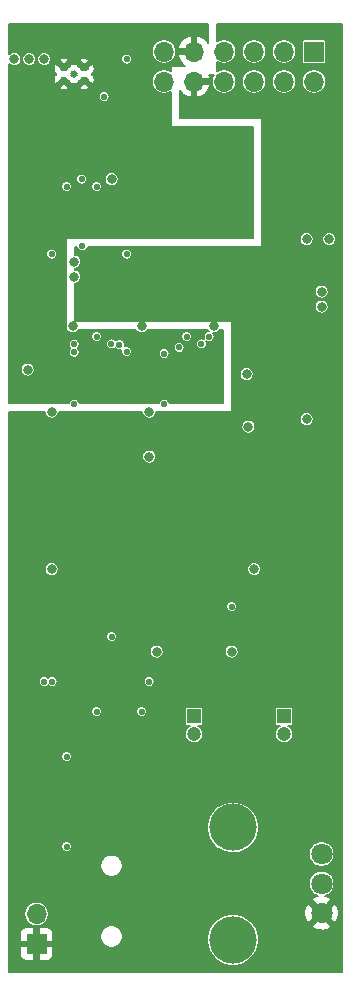
<source format=gbr>
%TF.GenerationSoftware,KiCad,Pcbnew,(5.1.5)-3*%
%TF.CreationDate,2020-11-01T10:27:24+01:00*%
%TF.ProjectId,PmodDAC,506d6f64-4441-4432-9e6b-696361645f70,v0.2*%
%TF.SameCoordinates,Original*%
%TF.FileFunction,Copper,L3,Inr*%
%TF.FilePolarity,Positive*%
%FSLAX46Y46*%
G04 Gerber Fmt 4.6, Leading zero omitted, Abs format (unit mm)*
G04 Created by KiCad (PCBNEW (5.1.5)-3) date 2020-11-01 10:27:24*
%MOMM*%
%LPD*%
G04 APERTURE LIST*
%TA.AperFunction,ViaPad*%
%ADD10C,1.200000*%
%TD*%
%TA.AperFunction,ViaPad*%
%ADD11R,1.200000X1.200000*%
%TD*%
%TA.AperFunction,WasherPad*%
%ADD12C,4.000000*%
%TD*%
%TA.AperFunction,ViaPad*%
%ADD13C,1.800000*%
%TD*%
%TA.AperFunction,ViaPad*%
%ADD14C,0.600000*%
%TD*%
%TA.AperFunction,ViaPad*%
%ADD15O,1.700000X1.700000*%
%TD*%
%TA.AperFunction,ViaPad*%
%ADD16R,1.700000X1.700000*%
%TD*%
%TA.AperFunction,ViaPad*%
%ADD17C,0.800000*%
%TD*%
%TA.AperFunction,ViaPad*%
%ADD18C,0.550000*%
%TD*%
%TA.AperFunction,Conductor*%
%ADD19C,0.500000*%
%TD*%
%TA.AperFunction,Conductor*%
%ADD20C,0.127000*%
%TD*%
G04 APERTURE END LIST*
D10*
%TO.N,Net-(C16-Pad2)*%
%TO.C,C16*%
X-111760000Y-79375000D03*
D11*
%TO.N,/DI*%
X-111760000Y-77875000D03*
%TD*%
D12*
%TO.N,*%
%TO.C,R40*%
X-116085000Y-87285000D03*
X-116085000Y-96785000D03*
D13*
%TO.N,Net-(C16-Pad2)*%
X-108585000Y-89535000D03*
%TO.N,Net-(R40-Pad2)*%
X-108585000Y-92035000D03*
%TO.N,GNDA*%
X-108585000Y-94535000D03*
%TD*%
D10*
%TO.N,Net-(C33-Pad2)*%
%TO.C,C33*%
X-119380000Y-79375000D03*
D11*
%TO.N,Net-(C23-Pad1)*%
X-119380000Y-77875000D03*
%TD*%
D14*
%TO.N,GND*%
%TO.C,U4*%
X-129540000Y-23495000D03*
X-130400000Y-23975000D03*
X-128680000Y-23975000D03*
X-130400000Y-23015000D03*
X-128680000Y-23015000D03*
%TD*%
D15*
%TO.N,+3V3*%
%TO.C,J3*%
X-121920000Y-24130000D03*
X-121920000Y-21590000D03*
%TO.N,GNDA*%
X-119380000Y-24130000D03*
%TO.N,GND*%
X-119380000Y-21590000D03*
%TO.N,N/C*%
X-116840000Y-24130000D03*
X-116840000Y-21590000D03*
X-114300000Y-24130000D03*
%TO.N,/DAC_S_3V*%
X-114300000Y-21590000D03*
%TO.N,N/C*%
X-111760000Y-24130000D03*
%TO.N,/DAC_C_3V*%
X-111760000Y-21590000D03*
%TO.N,N/C*%
X-109220000Y-24130000D03*
D16*
%TO.N,/DAC_L_3V*%
X-109220000Y-21590000D03*
%TD*%
D15*
%TO.N,Net-(J1-Pad2)*%
%TO.C,J1*%
X-132715000Y-94615000D03*
D16*
%TO.N,GNDA*%
X-132715000Y-97155000D03*
%TD*%
D17*
%TO.N,GND*%
X-133985000Y-35560000D03*
X-133985000Y-31750000D03*
X-131445000Y-31750000D03*
X-125730000Y-29210000D03*
X-127000000Y-36850010D03*
X-117475000Y-29845000D03*
X-127000000Y-34290000D03*
X-124460000Y-36195000D03*
X-119380000Y-35560000D03*
X-127635000Y-20955000D03*
X-117475000Y-46355000D03*
X-124460000Y-47625000D03*
X-132080000Y-45815002D03*
X-120396000Y-35560000D03*
%TO.N,+3V3*%
X-132080000Y-22225000D03*
X-133350000Y-22225000D03*
X-134599990Y-22225000D03*
X-134599990Y-22225000D03*
%TO.N,/Vref_5V*%
X-123190000Y-55880000D03*
X-109855000Y-52705000D03*
X-114784948Y-53340000D03*
D18*
%TO.N,Net-(C23-Pad1)*%
X-123825000Y-77470000D03*
X-127635000Y-77470000D03*
D17*
%TO.N,+9V*%
X-116205000Y-72390000D03*
X-122555000Y-72390000D03*
X-108585000Y-43180000D03*
X-108585000Y-41910000D03*
X-114935000Y-48895000D03*
%TO.N,-5V*%
X-114300000Y-65405000D03*
X-129540000Y-40640000D03*
X-129540000Y-39370000D03*
X-131445000Y-65405000D03*
D18*
%TO.N,+5V*%
X-118110000Y-45720000D03*
D17*
X-123190000Y-52070000D03*
X-131445000Y-52070000D03*
D18*
X-125693563Y-46408402D03*
D17*
X-107950000Y-37465000D03*
X-109855000Y-37465000D03*
X-126365000Y-32385000D03*
D18*
%TO.N,Net-(R2-Pad1)*%
X-127000000Y-25400000D03*
X-125095000Y-22225000D03*
%TO.N,Net-(U1-Pad9)*%
X-120650000Y-46639998D03*
X-125095000Y-46990000D03*
%TO.N,Net-(U1-Pad15)*%
X-129540000Y-51435000D03*
X-129540000Y-47035013D03*
%TO.N,Net-(U2-Pad15)*%
X-121920000Y-51435000D03*
X-121920000Y-47170008D03*
D17*
%TO.N,GNDA*%
X-108331000Y-78867000D03*
X-108331000Y-72771000D03*
X-108331000Y-66802000D03*
X-108204000Y-60579000D03*
X-108331000Y-48514000D03*
X-111760000Y-44831000D03*
X-117729000Y-44831000D03*
X-123825000Y-44831000D03*
X-129667000Y-44831000D03*
X-133477000Y-48514000D03*
X-133477000Y-60706000D03*
X-133477000Y-66802000D03*
X-133477000Y-72771000D03*
X-133477000Y-78740000D03*
X-129794000Y-82677000D03*
X-123825000Y-82677000D03*
X-117729000Y-82677000D03*
X-119380000Y-62230000D03*
X-114300000Y-54610000D03*
D18*
X-130810000Y-60960000D03*
D17*
X-123918328Y-52798328D03*
X-112395000Y-46375010D03*
X-120015000Y-40005000D03*
X-115570000Y-52705000D03*
X-125095000Y-55880000D03*
X-131445000Y-53975000D03*
X-127635000Y-63500000D03*
X-131445000Y-76200000D03*
X-124460000Y-74295000D03*
X-132080000Y-71755000D03*
X-114935000Y-77470000D03*
X-114935000Y-75565000D03*
X-118745000Y-75565000D03*
X-122555000Y-69850000D03*
X-116840000Y-66675000D03*
X-111760000Y-66675000D03*
X-111125000Y-26670000D03*
X-107950000Y-30480000D03*
X-110490000Y-34290000D03*
X-110490000Y-40640000D03*
X-118110000Y-41910000D03*
X-114300000Y-38735000D03*
X-122555000Y-41275000D03*
X-130175000Y-66675000D03*
X-127614990Y-41275000D03*
X-111760000Y-82677000D03*
D18*
%TO.N,/1F*%
X-132080000Y-74930000D03*
X-126365000Y-71120000D03*
%TO.N,Net-(J1-Pad2)*%
X-130175000Y-81280000D03*
X-130175000Y-88900000D03*
%TO.N,/DAC_S_3V*%
X-130175000Y-33020000D03*
%TO.N,/DAC_C_3V*%
X-128905000Y-32385000D03*
%TO.N,/DAC_L_3V*%
X-127635000Y-33020000D03*
%TO.N,Net-(JP1-Pad2)*%
X-123190000Y-74930000D03*
X-131399987Y-74930000D03*
%TO.N,Net-(R40-Pad2)*%
X-116205000Y-68580000D03*
%TO.N,/DAC_C*%
X-118750177Y-46344030D03*
X-126370418Y-46343048D03*
X-125095000Y-38735000D03*
%TO.N,/DAC_L*%
X-120015000Y-45720000D03*
X-127635000Y-45720000D03*
X-131445000Y-38735000D03*
%TO.N,/DAC_S*%
X-129540000Y-46355000D03*
X-128847726Y-38042726D03*
%TD*%
D19*
%TO.N,GND*%
X-133985000Y-31750000D02*
X-131445000Y-31750000D01*
X-131445000Y-31750000D02*
X-131445000Y-29845000D01*
X-126365000Y-29845000D02*
X-125730000Y-29210000D01*
X-131445000Y-29845000D02*
X-126365000Y-29845000D01*
%TD*%
D20*
%TO.N,GNDA*%
G36*
X-106895500Y-19695578D02*
G01*
X-106895499Y-19695588D01*
X-106895500Y-24140578D01*
X-106895499Y-24140588D01*
X-106895500Y-29855578D01*
X-106895499Y-29855588D01*
X-106895500Y-59700578D01*
X-106895499Y-59700588D01*
X-106895500Y-81290578D01*
X-106895499Y-81290588D01*
X-106895500Y-99479500D01*
X-135039500Y-99479500D01*
X-135039500Y-98005000D01*
X-134139265Y-98005000D01*
X-134128231Y-98117034D01*
X-134095552Y-98224762D01*
X-134042484Y-98324045D01*
X-133971067Y-98411067D01*
X-133884045Y-98482484D01*
X-133784762Y-98535552D01*
X-133677034Y-98568231D01*
X-133565000Y-98579265D01*
X-133048375Y-98576500D01*
X-132905500Y-98433625D01*
X-132905500Y-97345500D01*
X-132524500Y-97345500D01*
X-132524500Y-98433625D01*
X-132381625Y-98576500D01*
X-131865000Y-98579265D01*
X-131752966Y-98568231D01*
X-131645238Y-98535552D01*
X-131545955Y-98482484D01*
X-131458933Y-98411067D01*
X-131387516Y-98324045D01*
X-131334448Y-98224762D01*
X-131301769Y-98117034D01*
X-131290735Y-98005000D01*
X-131293500Y-97488375D01*
X-131436375Y-97345500D01*
X-132524500Y-97345500D01*
X-132905500Y-97345500D01*
X-133993625Y-97345500D01*
X-134136500Y-97488375D01*
X-134139265Y-98005000D01*
X-135039500Y-98005000D01*
X-135039500Y-96305000D01*
X-134139265Y-96305000D01*
X-134136500Y-96821625D01*
X-133993625Y-96964500D01*
X-132905500Y-96964500D01*
X-132905500Y-95876375D01*
X-132524500Y-95876375D01*
X-132524500Y-96964500D01*
X-131436375Y-96964500D01*
X-131293500Y-96821625D01*
X-131291389Y-96427073D01*
X-127308500Y-96427073D01*
X-127308500Y-96612927D01*
X-127272242Y-96795209D01*
X-127201119Y-96966915D01*
X-127097864Y-97121446D01*
X-126966446Y-97252864D01*
X-126811915Y-97356119D01*
X-126640209Y-97427242D01*
X-126457927Y-97463500D01*
X-126272073Y-97463500D01*
X-126089791Y-97427242D01*
X-125918085Y-97356119D01*
X-125763554Y-97252864D01*
X-125632136Y-97121446D01*
X-125528881Y-96966915D01*
X-125457758Y-96795209D01*
X-125421500Y-96612927D01*
X-125421500Y-96568959D01*
X-118278500Y-96568959D01*
X-118278500Y-97001041D01*
X-118194205Y-97424820D01*
X-118028854Y-97824012D01*
X-117788802Y-98183274D01*
X-117483274Y-98488802D01*
X-117124012Y-98728854D01*
X-116724820Y-98894205D01*
X-116301041Y-98978500D01*
X-115868959Y-98978500D01*
X-115445180Y-98894205D01*
X-115045988Y-98728854D01*
X-114686726Y-98488802D01*
X-114381198Y-98183274D01*
X-114141146Y-97824012D01*
X-113975795Y-97424820D01*
X-113891500Y-97001041D01*
X-113891500Y-96568959D01*
X-113975795Y-96145180D01*
X-114141146Y-95745988D01*
X-114235643Y-95604563D01*
X-109385156Y-95604563D01*
X-109292750Y-95833232D01*
X-109025878Y-95946363D01*
X-108742064Y-96005255D01*
X-108452214Y-96007646D01*
X-108167467Y-95953444D01*
X-107898765Y-95844732D01*
X-107877250Y-95833232D01*
X-107784844Y-95604563D01*
X-108585000Y-94804408D01*
X-109385156Y-95604563D01*
X-114235643Y-95604563D01*
X-114381198Y-95386726D01*
X-114686726Y-95081198D01*
X-115045988Y-94841146D01*
X-115445180Y-94675795D01*
X-115485443Y-94667786D01*
X-110057646Y-94667786D01*
X-110003444Y-94952533D01*
X-109894732Y-95221235D01*
X-109883232Y-95242750D01*
X-109654563Y-95335156D01*
X-108854408Y-94535000D01*
X-108315592Y-94535000D01*
X-107515437Y-95335156D01*
X-107286768Y-95242750D01*
X-107173637Y-94975878D01*
X-107114745Y-94692064D01*
X-107112354Y-94402214D01*
X-107166556Y-94117467D01*
X-107275268Y-93848765D01*
X-107286768Y-93827250D01*
X-107515437Y-93734844D01*
X-108315592Y-94535000D01*
X-108854408Y-94535000D01*
X-109654563Y-93734844D01*
X-109883232Y-93827250D01*
X-109996363Y-94094122D01*
X-110055255Y-94377936D01*
X-110057646Y-94667786D01*
X-115485443Y-94667786D01*
X-115868959Y-94591500D01*
X-116301041Y-94591500D01*
X-116724820Y-94675795D01*
X-117124012Y-94841146D01*
X-117483274Y-95081198D01*
X-117788802Y-95386726D01*
X-118028854Y-95745988D01*
X-118194205Y-96145180D01*
X-118278500Y-96568959D01*
X-125421500Y-96568959D01*
X-125421500Y-96427073D01*
X-125457758Y-96244791D01*
X-125528881Y-96073085D01*
X-125632136Y-95918554D01*
X-125763554Y-95787136D01*
X-125918085Y-95683881D01*
X-126089791Y-95612758D01*
X-126272073Y-95576500D01*
X-126457927Y-95576500D01*
X-126640209Y-95612758D01*
X-126811915Y-95683881D01*
X-126966446Y-95787136D01*
X-127097864Y-95918554D01*
X-127201119Y-96073085D01*
X-127272242Y-96244791D01*
X-127308500Y-96427073D01*
X-131291389Y-96427073D01*
X-131290735Y-96305000D01*
X-131301769Y-96192966D01*
X-131334448Y-96085238D01*
X-131387516Y-95985955D01*
X-131458933Y-95898933D01*
X-131545955Y-95827516D01*
X-131645238Y-95774448D01*
X-131752966Y-95741769D01*
X-131865000Y-95730735D01*
X-132381625Y-95733500D01*
X-132524500Y-95876375D01*
X-132905500Y-95876375D01*
X-133048375Y-95733500D01*
X-133565000Y-95730735D01*
X-133677034Y-95741769D01*
X-133784762Y-95774448D01*
X-133884045Y-95827516D01*
X-133971067Y-95898933D01*
X-134042484Y-95985955D01*
X-134095552Y-96085238D01*
X-134128231Y-96192966D01*
X-134139265Y-96305000D01*
X-135039500Y-96305000D01*
X-135039500Y-94512224D01*
X-133758500Y-94512224D01*
X-133758500Y-94717776D01*
X-133718399Y-94919378D01*
X-133639738Y-95109283D01*
X-133525539Y-95280192D01*
X-133380192Y-95425539D01*
X-133209283Y-95539738D01*
X-133019378Y-95618399D01*
X-132817776Y-95658500D01*
X-132612224Y-95658500D01*
X-132410622Y-95618399D01*
X-132220717Y-95539738D01*
X-132049808Y-95425539D01*
X-131904461Y-95280192D01*
X-131790262Y-95109283D01*
X-131711601Y-94919378D01*
X-131671500Y-94717776D01*
X-131671500Y-94512224D01*
X-131711601Y-94310622D01*
X-131790262Y-94120717D01*
X-131904461Y-93949808D01*
X-132049808Y-93804461D01*
X-132220717Y-93690262D01*
X-132410622Y-93611601D01*
X-132612224Y-93571500D01*
X-132817776Y-93571500D01*
X-133019378Y-93611601D01*
X-133209283Y-93690262D01*
X-133380192Y-93804461D01*
X-133525539Y-93949808D01*
X-133639738Y-94120717D01*
X-133718399Y-94310622D01*
X-133758500Y-94512224D01*
X-135039500Y-94512224D01*
X-135039500Y-91927300D01*
X-109678500Y-91927300D01*
X-109678500Y-92142700D01*
X-109636477Y-92353962D01*
X-109554047Y-92552966D01*
X-109434377Y-92732066D01*
X-109282066Y-92884377D01*
X-109102966Y-93004047D01*
X-108903962Y-93086477D01*
X-108874892Y-93092259D01*
X-109002533Y-93116556D01*
X-109271235Y-93225268D01*
X-109292750Y-93236768D01*
X-109385156Y-93465437D01*
X-108585000Y-94265592D01*
X-107784844Y-93465437D01*
X-107877250Y-93236768D01*
X-108144122Y-93123637D01*
X-108295225Y-93092283D01*
X-108266038Y-93086477D01*
X-108067034Y-93004047D01*
X-107887934Y-92884377D01*
X-107735623Y-92732066D01*
X-107615953Y-92552966D01*
X-107533523Y-92353962D01*
X-107491500Y-92142700D01*
X-107491500Y-91927300D01*
X-107533523Y-91716038D01*
X-107615953Y-91517034D01*
X-107735623Y-91337934D01*
X-107887934Y-91185623D01*
X-108067034Y-91065953D01*
X-108266038Y-90983523D01*
X-108477300Y-90941500D01*
X-108692700Y-90941500D01*
X-108903962Y-90983523D01*
X-109102966Y-91065953D01*
X-109282066Y-91185623D01*
X-109434377Y-91337934D01*
X-109554047Y-91517034D01*
X-109636477Y-91716038D01*
X-109678500Y-91927300D01*
X-135039500Y-91927300D01*
X-135039500Y-90427073D01*
X-127308500Y-90427073D01*
X-127308500Y-90612927D01*
X-127272242Y-90795209D01*
X-127201119Y-90966915D01*
X-127097864Y-91121446D01*
X-126966446Y-91252864D01*
X-126811915Y-91356119D01*
X-126640209Y-91427242D01*
X-126457927Y-91463500D01*
X-126272073Y-91463500D01*
X-126089791Y-91427242D01*
X-125918085Y-91356119D01*
X-125763554Y-91252864D01*
X-125632136Y-91121446D01*
X-125528881Y-90966915D01*
X-125457758Y-90795209D01*
X-125421500Y-90612927D01*
X-125421500Y-90427073D01*
X-125457758Y-90244791D01*
X-125528881Y-90073085D01*
X-125632136Y-89918554D01*
X-125763554Y-89787136D01*
X-125918085Y-89683881D01*
X-126089791Y-89612758D01*
X-126272073Y-89576500D01*
X-126457927Y-89576500D01*
X-126640209Y-89612758D01*
X-126811915Y-89683881D01*
X-126966446Y-89787136D01*
X-127097864Y-89918554D01*
X-127201119Y-90073085D01*
X-127272242Y-90244791D01*
X-127308500Y-90427073D01*
X-135039500Y-90427073D01*
X-135039500Y-88853857D01*
X-130643500Y-88853857D01*
X-130643500Y-88946143D01*
X-130625496Y-89036656D01*
X-130590179Y-89121918D01*
X-130538908Y-89198651D01*
X-130473651Y-89263908D01*
X-130396918Y-89315179D01*
X-130311656Y-89350496D01*
X-130221143Y-89368500D01*
X-130128857Y-89368500D01*
X-130038344Y-89350496D01*
X-129953082Y-89315179D01*
X-129876349Y-89263908D01*
X-129811092Y-89198651D01*
X-129759821Y-89121918D01*
X-129724504Y-89036656D01*
X-129706500Y-88946143D01*
X-129706500Y-88853857D01*
X-129724504Y-88763344D01*
X-129759821Y-88678082D01*
X-129811092Y-88601349D01*
X-129876349Y-88536092D01*
X-129953082Y-88484821D01*
X-130038344Y-88449504D01*
X-130128857Y-88431500D01*
X-130221143Y-88431500D01*
X-130311656Y-88449504D01*
X-130396918Y-88484821D01*
X-130473651Y-88536092D01*
X-130538908Y-88601349D01*
X-130590179Y-88678082D01*
X-130625496Y-88763344D01*
X-130643500Y-88853857D01*
X-135039500Y-88853857D01*
X-135039500Y-87068959D01*
X-118278500Y-87068959D01*
X-118278500Y-87501041D01*
X-118194205Y-87924820D01*
X-118028854Y-88324012D01*
X-117788802Y-88683274D01*
X-117483274Y-88988802D01*
X-117124012Y-89228854D01*
X-116724820Y-89394205D01*
X-116301041Y-89478500D01*
X-115868959Y-89478500D01*
X-115611560Y-89427300D01*
X-109678500Y-89427300D01*
X-109678500Y-89642700D01*
X-109636477Y-89853962D01*
X-109554047Y-90052966D01*
X-109434377Y-90232066D01*
X-109282066Y-90384377D01*
X-109102966Y-90504047D01*
X-108903962Y-90586477D01*
X-108692700Y-90628500D01*
X-108477300Y-90628500D01*
X-108266038Y-90586477D01*
X-108067034Y-90504047D01*
X-107887934Y-90384377D01*
X-107735623Y-90232066D01*
X-107615953Y-90052966D01*
X-107533523Y-89853962D01*
X-107491500Y-89642700D01*
X-107491500Y-89427300D01*
X-107533523Y-89216038D01*
X-107615953Y-89017034D01*
X-107735623Y-88837934D01*
X-107887934Y-88685623D01*
X-108067034Y-88565953D01*
X-108266038Y-88483523D01*
X-108477300Y-88441500D01*
X-108692700Y-88441500D01*
X-108903962Y-88483523D01*
X-109102966Y-88565953D01*
X-109282066Y-88685623D01*
X-109434377Y-88837934D01*
X-109554047Y-89017034D01*
X-109636477Y-89216038D01*
X-109678500Y-89427300D01*
X-115611560Y-89427300D01*
X-115445180Y-89394205D01*
X-115045988Y-89228854D01*
X-114686726Y-88988802D01*
X-114381198Y-88683274D01*
X-114141146Y-88324012D01*
X-113975795Y-87924820D01*
X-113891500Y-87501041D01*
X-113891500Y-87068959D01*
X-113975795Y-86645180D01*
X-114141146Y-86245988D01*
X-114381198Y-85886726D01*
X-114686726Y-85581198D01*
X-115045988Y-85341146D01*
X-115445180Y-85175795D01*
X-115868959Y-85091500D01*
X-116301041Y-85091500D01*
X-116724820Y-85175795D01*
X-117124012Y-85341146D01*
X-117483274Y-85581198D01*
X-117788802Y-85886726D01*
X-118028854Y-86245988D01*
X-118194205Y-86645180D01*
X-118278500Y-87068959D01*
X-135039500Y-87068959D01*
X-135039500Y-81233857D01*
X-130643500Y-81233857D01*
X-130643500Y-81326143D01*
X-130625496Y-81416656D01*
X-130590179Y-81501918D01*
X-130538908Y-81578651D01*
X-130473651Y-81643908D01*
X-130396918Y-81695179D01*
X-130311656Y-81730496D01*
X-130221143Y-81748500D01*
X-130128857Y-81748500D01*
X-130038344Y-81730496D01*
X-129953082Y-81695179D01*
X-129876349Y-81643908D01*
X-129811092Y-81578651D01*
X-129759821Y-81501918D01*
X-129724504Y-81416656D01*
X-129706500Y-81326143D01*
X-129706500Y-81233857D01*
X-129724504Y-81143344D01*
X-129759821Y-81058082D01*
X-129811092Y-80981349D01*
X-129876349Y-80916092D01*
X-129953082Y-80864821D01*
X-130038344Y-80829504D01*
X-130128857Y-80811500D01*
X-130221143Y-80811500D01*
X-130311656Y-80829504D01*
X-130396918Y-80864821D01*
X-130473651Y-80916092D01*
X-130538908Y-80981349D01*
X-130590179Y-81058082D01*
X-130625496Y-81143344D01*
X-130643500Y-81233857D01*
X-135039500Y-81233857D01*
X-135039500Y-77423857D01*
X-128103500Y-77423857D01*
X-128103500Y-77516143D01*
X-128085496Y-77606656D01*
X-128050179Y-77691918D01*
X-127998908Y-77768651D01*
X-127933651Y-77833908D01*
X-127856918Y-77885179D01*
X-127771656Y-77920496D01*
X-127681143Y-77938500D01*
X-127588857Y-77938500D01*
X-127498344Y-77920496D01*
X-127413082Y-77885179D01*
X-127336349Y-77833908D01*
X-127271092Y-77768651D01*
X-127219821Y-77691918D01*
X-127184504Y-77606656D01*
X-127166500Y-77516143D01*
X-127166500Y-77423857D01*
X-124293500Y-77423857D01*
X-124293500Y-77516143D01*
X-124275496Y-77606656D01*
X-124240179Y-77691918D01*
X-124188908Y-77768651D01*
X-124123651Y-77833908D01*
X-124046918Y-77885179D01*
X-123961656Y-77920496D01*
X-123871143Y-77938500D01*
X-123778857Y-77938500D01*
X-123688344Y-77920496D01*
X-123603082Y-77885179D01*
X-123526349Y-77833908D01*
X-123461092Y-77768651D01*
X-123409821Y-77691918D01*
X-123374504Y-77606656D01*
X-123356500Y-77516143D01*
X-123356500Y-77423857D01*
X-123374504Y-77333344D01*
X-123398671Y-77275000D01*
X-120174436Y-77275000D01*
X-120174436Y-78475000D01*
X-120170700Y-78512933D01*
X-120159635Y-78549407D01*
X-120141668Y-78583023D01*
X-120117487Y-78612487D01*
X-120088023Y-78636668D01*
X-120054407Y-78654635D01*
X-120017933Y-78665700D01*
X-119980000Y-78669436D01*
X-119750132Y-78669436D01*
X-119755863Y-78671810D01*
X-119885827Y-78758649D01*
X-119996351Y-78869173D01*
X-120083190Y-78999137D01*
X-120143006Y-79143545D01*
X-120173500Y-79296847D01*
X-120173500Y-79453153D01*
X-120143006Y-79606455D01*
X-120083190Y-79750863D01*
X-119996351Y-79880827D01*
X-119885827Y-79991351D01*
X-119755863Y-80078190D01*
X-119611455Y-80138006D01*
X-119458153Y-80168500D01*
X-119301847Y-80168500D01*
X-119148545Y-80138006D01*
X-119004137Y-80078190D01*
X-118874173Y-79991351D01*
X-118763649Y-79880827D01*
X-118676810Y-79750863D01*
X-118616994Y-79606455D01*
X-118586500Y-79453153D01*
X-118586500Y-79296847D01*
X-118616994Y-79143545D01*
X-118676810Y-78999137D01*
X-118763649Y-78869173D01*
X-118874173Y-78758649D01*
X-119004137Y-78671810D01*
X-119009868Y-78669436D01*
X-118780000Y-78669436D01*
X-118742067Y-78665700D01*
X-118705593Y-78654635D01*
X-118671977Y-78636668D01*
X-118642513Y-78612487D01*
X-118618332Y-78583023D01*
X-118600365Y-78549407D01*
X-118589300Y-78512933D01*
X-118585564Y-78475000D01*
X-118585564Y-77275000D01*
X-112554436Y-77275000D01*
X-112554436Y-78475000D01*
X-112550700Y-78512933D01*
X-112539635Y-78549407D01*
X-112521668Y-78583023D01*
X-112497487Y-78612487D01*
X-112468023Y-78636668D01*
X-112434407Y-78654635D01*
X-112397933Y-78665700D01*
X-112360000Y-78669436D01*
X-112130132Y-78669436D01*
X-112135863Y-78671810D01*
X-112265827Y-78758649D01*
X-112376351Y-78869173D01*
X-112463190Y-78999137D01*
X-112523006Y-79143545D01*
X-112553500Y-79296847D01*
X-112553500Y-79453153D01*
X-112523006Y-79606455D01*
X-112463190Y-79750863D01*
X-112376351Y-79880827D01*
X-112265827Y-79991351D01*
X-112135863Y-80078190D01*
X-111991455Y-80138006D01*
X-111838153Y-80168500D01*
X-111681847Y-80168500D01*
X-111528545Y-80138006D01*
X-111384137Y-80078190D01*
X-111254173Y-79991351D01*
X-111143649Y-79880827D01*
X-111056810Y-79750863D01*
X-110996994Y-79606455D01*
X-110966500Y-79453153D01*
X-110966500Y-79296847D01*
X-110996994Y-79143545D01*
X-111056810Y-78999137D01*
X-111143649Y-78869173D01*
X-111254173Y-78758649D01*
X-111384137Y-78671810D01*
X-111389868Y-78669436D01*
X-111160000Y-78669436D01*
X-111122067Y-78665700D01*
X-111085593Y-78654635D01*
X-111051977Y-78636668D01*
X-111022513Y-78612487D01*
X-110998332Y-78583023D01*
X-110980365Y-78549407D01*
X-110969300Y-78512933D01*
X-110965564Y-78475000D01*
X-110965564Y-77275000D01*
X-110969300Y-77237067D01*
X-110980365Y-77200593D01*
X-110998332Y-77166977D01*
X-111022513Y-77137513D01*
X-111051977Y-77113332D01*
X-111085593Y-77095365D01*
X-111122067Y-77084300D01*
X-111160000Y-77080564D01*
X-112360000Y-77080564D01*
X-112397933Y-77084300D01*
X-112434407Y-77095365D01*
X-112468023Y-77113332D01*
X-112497487Y-77137513D01*
X-112521668Y-77166977D01*
X-112539635Y-77200593D01*
X-112550700Y-77237067D01*
X-112554436Y-77275000D01*
X-118585564Y-77275000D01*
X-118589300Y-77237067D01*
X-118600365Y-77200593D01*
X-118618332Y-77166977D01*
X-118642513Y-77137513D01*
X-118671977Y-77113332D01*
X-118705593Y-77095365D01*
X-118742067Y-77084300D01*
X-118780000Y-77080564D01*
X-119980000Y-77080564D01*
X-120017933Y-77084300D01*
X-120054407Y-77095365D01*
X-120088023Y-77113332D01*
X-120117487Y-77137513D01*
X-120141668Y-77166977D01*
X-120159635Y-77200593D01*
X-120170700Y-77237067D01*
X-120174436Y-77275000D01*
X-123398671Y-77275000D01*
X-123409821Y-77248082D01*
X-123461092Y-77171349D01*
X-123526349Y-77106092D01*
X-123603082Y-77054821D01*
X-123688344Y-77019504D01*
X-123778857Y-77001500D01*
X-123871143Y-77001500D01*
X-123961656Y-77019504D01*
X-124046918Y-77054821D01*
X-124123651Y-77106092D01*
X-124188908Y-77171349D01*
X-124240179Y-77248082D01*
X-124275496Y-77333344D01*
X-124293500Y-77423857D01*
X-127166500Y-77423857D01*
X-127184504Y-77333344D01*
X-127219821Y-77248082D01*
X-127271092Y-77171349D01*
X-127336349Y-77106092D01*
X-127413082Y-77054821D01*
X-127498344Y-77019504D01*
X-127588857Y-77001500D01*
X-127681143Y-77001500D01*
X-127771656Y-77019504D01*
X-127856918Y-77054821D01*
X-127933651Y-77106092D01*
X-127998908Y-77171349D01*
X-128050179Y-77248082D01*
X-128085496Y-77333344D01*
X-128103500Y-77423857D01*
X-135039500Y-77423857D01*
X-135039500Y-74883857D01*
X-132548500Y-74883857D01*
X-132548500Y-74976143D01*
X-132530496Y-75066656D01*
X-132495179Y-75151918D01*
X-132443908Y-75228651D01*
X-132378651Y-75293908D01*
X-132301918Y-75345179D01*
X-132216656Y-75380496D01*
X-132126143Y-75398500D01*
X-132033857Y-75398500D01*
X-131943344Y-75380496D01*
X-131858082Y-75345179D01*
X-131781349Y-75293908D01*
X-131739994Y-75252553D01*
X-131698638Y-75293908D01*
X-131621905Y-75345179D01*
X-131536643Y-75380496D01*
X-131446130Y-75398500D01*
X-131353844Y-75398500D01*
X-131263331Y-75380496D01*
X-131178069Y-75345179D01*
X-131101336Y-75293908D01*
X-131036079Y-75228651D01*
X-130984808Y-75151918D01*
X-130949491Y-75066656D01*
X-130931487Y-74976143D01*
X-130931487Y-74883857D01*
X-123658500Y-74883857D01*
X-123658500Y-74976143D01*
X-123640496Y-75066656D01*
X-123605179Y-75151918D01*
X-123553908Y-75228651D01*
X-123488651Y-75293908D01*
X-123411918Y-75345179D01*
X-123326656Y-75380496D01*
X-123236143Y-75398500D01*
X-123143857Y-75398500D01*
X-123053344Y-75380496D01*
X-122968082Y-75345179D01*
X-122891349Y-75293908D01*
X-122826092Y-75228651D01*
X-122774821Y-75151918D01*
X-122739504Y-75066656D01*
X-122721500Y-74976143D01*
X-122721500Y-74883857D01*
X-122739504Y-74793344D01*
X-122774821Y-74708082D01*
X-122826092Y-74631349D01*
X-122891349Y-74566092D01*
X-122968082Y-74514821D01*
X-123053344Y-74479504D01*
X-123143857Y-74461500D01*
X-123236143Y-74461500D01*
X-123326656Y-74479504D01*
X-123411918Y-74514821D01*
X-123488651Y-74566092D01*
X-123553908Y-74631349D01*
X-123605179Y-74708082D01*
X-123640496Y-74793344D01*
X-123658500Y-74883857D01*
X-130931487Y-74883857D01*
X-130949491Y-74793344D01*
X-130984808Y-74708082D01*
X-131036079Y-74631349D01*
X-131101336Y-74566092D01*
X-131178069Y-74514821D01*
X-131263331Y-74479504D01*
X-131353844Y-74461500D01*
X-131446130Y-74461500D01*
X-131536643Y-74479504D01*
X-131621905Y-74514821D01*
X-131698638Y-74566092D01*
X-131739994Y-74607448D01*
X-131781349Y-74566092D01*
X-131858082Y-74514821D01*
X-131943344Y-74479504D01*
X-132033857Y-74461500D01*
X-132126143Y-74461500D01*
X-132216656Y-74479504D01*
X-132301918Y-74514821D01*
X-132378651Y-74566092D01*
X-132443908Y-74631349D01*
X-132495179Y-74708082D01*
X-132530496Y-74793344D01*
X-132548500Y-74883857D01*
X-135039500Y-74883857D01*
X-135039500Y-72331545D01*
X-123148500Y-72331545D01*
X-123148500Y-72448455D01*
X-123125692Y-72563118D01*
X-123080953Y-72671128D01*
X-123016002Y-72768334D01*
X-122933334Y-72851002D01*
X-122836128Y-72915953D01*
X-122728118Y-72960692D01*
X-122613455Y-72983500D01*
X-122496545Y-72983500D01*
X-122381882Y-72960692D01*
X-122273872Y-72915953D01*
X-122176666Y-72851002D01*
X-122093998Y-72768334D01*
X-122029047Y-72671128D01*
X-121984308Y-72563118D01*
X-121961500Y-72448455D01*
X-121961500Y-72331545D01*
X-116798500Y-72331545D01*
X-116798500Y-72448455D01*
X-116775692Y-72563118D01*
X-116730953Y-72671128D01*
X-116666002Y-72768334D01*
X-116583334Y-72851002D01*
X-116486128Y-72915953D01*
X-116378118Y-72960692D01*
X-116263455Y-72983500D01*
X-116146545Y-72983500D01*
X-116031882Y-72960692D01*
X-115923872Y-72915953D01*
X-115826666Y-72851002D01*
X-115743998Y-72768334D01*
X-115679047Y-72671128D01*
X-115634308Y-72563118D01*
X-115611500Y-72448455D01*
X-115611500Y-72331545D01*
X-115634308Y-72216882D01*
X-115679047Y-72108872D01*
X-115743998Y-72011666D01*
X-115826666Y-71928998D01*
X-115923872Y-71864047D01*
X-116031882Y-71819308D01*
X-116146545Y-71796500D01*
X-116263455Y-71796500D01*
X-116378118Y-71819308D01*
X-116486128Y-71864047D01*
X-116583334Y-71928998D01*
X-116666002Y-72011666D01*
X-116730953Y-72108872D01*
X-116775692Y-72216882D01*
X-116798500Y-72331545D01*
X-121961500Y-72331545D01*
X-121984308Y-72216882D01*
X-122029047Y-72108872D01*
X-122093998Y-72011666D01*
X-122176666Y-71928998D01*
X-122273872Y-71864047D01*
X-122381882Y-71819308D01*
X-122496545Y-71796500D01*
X-122613455Y-71796500D01*
X-122728118Y-71819308D01*
X-122836128Y-71864047D01*
X-122933334Y-71928998D01*
X-123016002Y-72011666D01*
X-123080953Y-72108872D01*
X-123125692Y-72216882D01*
X-123148500Y-72331545D01*
X-135039500Y-72331545D01*
X-135039500Y-71073857D01*
X-126833500Y-71073857D01*
X-126833500Y-71166143D01*
X-126815496Y-71256656D01*
X-126780179Y-71341918D01*
X-126728908Y-71418651D01*
X-126663651Y-71483908D01*
X-126586918Y-71535179D01*
X-126501656Y-71570496D01*
X-126411143Y-71588500D01*
X-126318857Y-71588500D01*
X-126228344Y-71570496D01*
X-126143082Y-71535179D01*
X-126066349Y-71483908D01*
X-126001092Y-71418651D01*
X-125949821Y-71341918D01*
X-125914504Y-71256656D01*
X-125896500Y-71166143D01*
X-125896500Y-71073857D01*
X-125914504Y-70983344D01*
X-125949821Y-70898082D01*
X-126001092Y-70821349D01*
X-126066349Y-70756092D01*
X-126143082Y-70704821D01*
X-126228344Y-70669504D01*
X-126318857Y-70651500D01*
X-126411143Y-70651500D01*
X-126501656Y-70669504D01*
X-126586918Y-70704821D01*
X-126663651Y-70756092D01*
X-126728908Y-70821349D01*
X-126780179Y-70898082D01*
X-126815496Y-70983344D01*
X-126833500Y-71073857D01*
X-135039500Y-71073857D01*
X-135039500Y-68533857D01*
X-116673500Y-68533857D01*
X-116673500Y-68626143D01*
X-116655496Y-68716656D01*
X-116620179Y-68801918D01*
X-116568908Y-68878651D01*
X-116503651Y-68943908D01*
X-116426918Y-68995179D01*
X-116341656Y-69030496D01*
X-116251143Y-69048500D01*
X-116158857Y-69048500D01*
X-116068344Y-69030496D01*
X-115983082Y-68995179D01*
X-115906349Y-68943908D01*
X-115841092Y-68878651D01*
X-115789821Y-68801918D01*
X-115754504Y-68716656D01*
X-115736500Y-68626143D01*
X-115736500Y-68533857D01*
X-115754504Y-68443344D01*
X-115789821Y-68358082D01*
X-115841092Y-68281349D01*
X-115906349Y-68216092D01*
X-115983082Y-68164821D01*
X-116068344Y-68129504D01*
X-116158857Y-68111500D01*
X-116251143Y-68111500D01*
X-116341656Y-68129504D01*
X-116426918Y-68164821D01*
X-116503651Y-68216092D01*
X-116568908Y-68281349D01*
X-116620179Y-68358082D01*
X-116655496Y-68443344D01*
X-116673500Y-68533857D01*
X-135039500Y-68533857D01*
X-135039500Y-65346545D01*
X-132038500Y-65346545D01*
X-132038500Y-65463455D01*
X-132015692Y-65578118D01*
X-131970953Y-65686128D01*
X-131906002Y-65783334D01*
X-131823334Y-65866002D01*
X-131726128Y-65930953D01*
X-131618118Y-65975692D01*
X-131503455Y-65998500D01*
X-131386545Y-65998500D01*
X-131271882Y-65975692D01*
X-131163872Y-65930953D01*
X-131066666Y-65866002D01*
X-130983998Y-65783334D01*
X-130919047Y-65686128D01*
X-130874308Y-65578118D01*
X-130851500Y-65463455D01*
X-130851500Y-65346545D01*
X-114893500Y-65346545D01*
X-114893500Y-65463455D01*
X-114870692Y-65578118D01*
X-114825953Y-65686128D01*
X-114761002Y-65783334D01*
X-114678334Y-65866002D01*
X-114581128Y-65930953D01*
X-114473118Y-65975692D01*
X-114358455Y-65998500D01*
X-114241545Y-65998500D01*
X-114126882Y-65975692D01*
X-114018872Y-65930953D01*
X-113921666Y-65866002D01*
X-113838998Y-65783334D01*
X-113774047Y-65686128D01*
X-113729308Y-65578118D01*
X-113706500Y-65463455D01*
X-113706500Y-65346545D01*
X-113729308Y-65231882D01*
X-113774047Y-65123872D01*
X-113838998Y-65026666D01*
X-113921666Y-64943998D01*
X-114018872Y-64879047D01*
X-114126882Y-64834308D01*
X-114241545Y-64811500D01*
X-114358455Y-64811500D01*
X-114473118Y-64834308D01*
X-114581128Y-64879047D01*
X-114678334Y-64943998D01*
X-114761002Y-65026666D01*
X-114825953Y-65123872D01*
X-114870692Y-65231882D01*
X-114893500Y-65346545D01*
X-130851500Y-65346545D01*
X-130874308Y-65231882D01*
X-130919047Y-65123872D01*
X-130983998Y-65026666D01*
X-131066666Y-64943998D01*
X-131163872Y-64879047D01*
X-131271882Y-64834308D01*
X-131386545Y-64811500D01*
X-131503455Y-64811500D01*
X-131618118Y-64834308D01*
X-131726128Y-64879047D01*
X-131823334Y-64943998D01*
X-131906002Y-65026666D01*
X-131970953Y-65123872D01*
X-132015692Y-65231882D01*
X-132038500Y-65346545D01*
X-135039500Y-65346545D01*
X-135039500Y-55821545D01*
X-123783500Y-55821545D01*
X-123783500Y-55938455D01*
X-123760692Y-56053118D01*
X-123715953Y-56161128D01*
X-123651002Y-56258334D01*
X-123568334Y-56341002D01*
X-123471128Y-56405953D01*
X-123363118Y-56450692D01*
X-123248455Y-56473500D01*
X-123131545Y-56473500D01*
X-123016882Y-56450692D01*
X-122908872Y-56405953D01*
X-122811666Y-56341002D01*
X-122728998Y-56258334D01*
X-122664047Y-56161128D01*
X-122619308Y-56053118D01*
X-122596500Y-55938455D01*
X-122596500Y-55821545D01*
X-122619308Y-55706882D01*
X-122664047Y-55598872D01*
X-122728998Y-55501666D01*
X-122811666Y-55418998D01*
X-122908872Y-55354047D01*
X-123016882Y-55309308D01*
X-123131545Y-55286500D01*
X-123248455Y-55286500D01*
X-123363118Y-55309308D01*
X-123471128Y-55354047D01*
X-123568334Y-55418998D01*
X-123651002Y-55501666D01*
X-123715953Y-55598872D01*
X-123760692Y-55706882D01*
X-123783500Y-55821545D01*
X-135039500Y-55821545D01*
X-135039500Y-53281545D01*
X-115378448Y-53281545D01*
X-115378448Y-53398455D01*
X-115355640Y-53513118D01*
X-115310901Y-53621128D01*
X-115245950Y-53718334D01*
X-115163282Y-53801002D01*
X-115066076Y-53865953D01*
X-114958066Y-53910692D01*
X-114843403Y-53933500D01*
X-114726493Y-53933500D01*
X-114611830Y-53910692D01*
X-114503820Y-53865953D01*
X-114406614Y-53801002D01*
X-114323946Y-53718334D01*
X-114258995Y-53621128D01*
X-114214256Y-53513118D01*
X-114191448Y-53398455D01*
X-114191448Y-53281545D01*
X-114214256Y-53166882D01*
X-114258995Y-53058872D01*
X-114323946Y-52961666D01*
X-114406614Y-52878998D01*
X-114503820Y-52814047D01*
X-114611830Y-52769308D01*
X-114726493Y-52746500D01*
X-114843403Y-52746500D01*
X-114958066Y-52769308D01*
X-115066076Y-52814047D01*
X-115163282Y-52878998D01*
X-115245950Y-52961666D01*
X-115310901Y-53058872D01*
X-115355640Y-53166882D01*
X-115378448Y-53281545D01*
X-135039500Y-53281545D01*
X-135039500Y-52133500D01*
X-132037496Y-52133500D01*
X-132015692Y-52243118D01*
X-131970953Y-52351128D01*
X-131906002Y-52448334D01*
X-131823334Y-52531002D01*
X-131726128Y-52595953D01*
X-131618118Y-52640692D01*
X-131503455Y-52663500D01*
X-131386545Y-52663500D01*
X-131271882Y-52640692D01*
X-131163872Y-52595953D01*
X-131066666Y-52531002D01*
X-130983998Y-52448334D01*
X-130919047Y-52351128D01*
X-130874308Y-52243118D01*
X-130852504Y-52133500D01*
X-123782496Y-52133500D01*
X-123760692Y-52243118D01*
X-123715953Y-52351128D01*
X-123651002Y-52448334D01*
X-123568334Y-52531002D01*
X-123471128Y-52595953D01*
X-123363118Y-52640692D01*
X-123248455Y-52663500D01*
X-123131545Y-52663500D01*
X-123046307Y-52646545D01*
X-110448500Y-52646545D01*
X-110448500Y-52763455D01*
X-110425692Y-52878118D01*
X-110380953Y-52986128D01*
X-110316002Y-53083334D01*
X-110233334Y-53166002D01*
X-110136128Y-53230953D01*
X-110028118Y-53275692D01*
X-109913455Y-53298500D01*
X-109796545Y-53298500D01*
X-109681882Y-53275692D01*
X-109573872Y-53230953D01*
X-109476666Y-53166002D01*
X-109393998Y-53083334D01*
X-109329047Y-52986128D01*
X-109284308Y-52878118D01*
X-109261500Y-52763455D01*
X-109261500Y-52646545D01*
X-109284308Y-52531882D01*
X-109329047Y-52423872D01*
X-109393998Y-52326666D01*
X-109476666Y-52243998D01*
X-109573872Y-52179047D01*
X-109681882Y-52134308D01*
X-109796545Y-52111500D01*
X-109913455Y-52111500D01*
X-110028118Y-52134308D01*
X-110136128Y-52179047D01*
X-110233334Y-52243998D01*
X-110316002Y-52326666D01*
X-110380953Y-52423872D01*
X-110425692Y-52531882D01*
X-110448500Y-52646545D01*
X-123046307Y-52646545D01*
X-123016882Y-52640692D01*
X-122908872Y-52595953D01*
X-122811666Y-52531002D01*
X-122728998Y-52448334D01*
X-122664047Y-52351128D01*
X-122619308Y-52243118D01*
X-122597504Y-52133500D01*
X-116205000Y-52133500D01*
X-116192612Y-52132280D01*
X-116180700Y-52128666D01*
X-116169721Y-52122798D01*
X-116160099Y-52114901D01*
X-116152202Y-52105279D01*
X-116146334Y-52094300D01*
X-116142720Y-52082388D01*
X-116141500Y-52070000D01*
X-116141500Y-48836545D01*
X-115528500Y-48836545D01*
X-115528500Y-48953455D01*
X-115505692Y-49068118D01*
X-115460953Y-49176128D01*
X-115396002Y-49273334D01*
X-115313334Y-49356002D01*
X-115216128Y-49420953D01*
X-115108118Y-49465692D01*
X-114993455Y-49488500D01*
X-114876545Y-49488500D01*
X-114761882Y-49465692D01*
X-114653872Y-49420953D01*
X-114556666Y-49356002D01*
X-114473998Y-49273334D01*
X-114409047Y-49176128D01*
X-114364308Y-49068118D01*
X-114341500Y-48953455D01*
X-114341500Y-48836545D01*
X-114364308Y-48721882D01*
X-114409047Y-48613872D01*
X-114473998Y-48516666D01*
X-114556666Y-48433998D01*
X-114653872Y-48369047D01*
X-114761882Y-48324308D01*
X-114876545Y-48301500D01*
X-114993455Y-48301500D01*
X-115108118Y-48324308D01*
X-115216128Y-48369047D01*
X-115313334Y-48433998D01*
X-115396002Y-48516666D01*
X-115460953Y-48613872D01*
X-115505692Y-48721882D01*
X-115528500Y-48836545D01*
X-116141500Y-48836545D01*
X-116141500Y-44450000D01*
X-116142720Y-44437612D01*
X-116146334Y-44425700D01*
X-116152202Y-44414721D01*
X-116160099Y-44405099D01*
X-116169721Y-44397202D01*
X-116180700Y-44391334D01*
X-116192612Y-44387720D01*
X-116205000Y-44386500D01*
X-129476500Y-44386500D01*
X-129476500Y-43121545D01*
X-109178500Y-43121545D01*
X-109178500Y-43238455D01*
X-109155692Y-43353118D01*
X-109110953Y-43461128D01*
X-109046002Y-43558334D01*
X-108963334Y-43641002D01*
X-108866128Y-43705953D01*
X-108758118Y-43750692D01*
X-108643455Y-43773500D01*
X-108526545Y-43773500D01*
X-108411882Y-43750692D01*
X-108303872Y-43705953D01*
X-108206666Y-43641002D01*
X-108123998Y-43558334D01*
X-108059047Y-43461128D01*
X-108014308Y-43353118D01*
X-107991500Y-43238455D01*
X-107991500Y-43121545D01*
X-108014308Y-43006882D01*
X-108059047Y-42898872D01*
X-108123998Y-42801666D01*
X-108206666Y-42718998D01*
X-108303872Y-42654047D01*
X-108411882Y-42609308D01*
X-108526545Y-42586500D01*
X-108643455Y-42586500D01*
X-108758118Y-42609308D01*
X-108866128Y-42654047D01*
X-108963334Y-42718998D01*
X-109046002Y-42801666D01*
X-109110953Y-42898872D01*
X-109155692Y-43006882D01*
X-109178500Y-43121545D01*
X-129476500Y-43121545D01*
X-129476500Y-41851545D01*
X-109178500Y-41851545D01*
X-109178500Y-41968455D01*
X-109155692Y-42083118D01*
X-109110953Y-42191128D01*
X-109046002Y-42288334D01*
X-108963334Y-42371002D01*
X-108866128Y-42435953D01*
X-108758118Y-42480692D01*
X-108643455Y-42503500D01*
X-108526545Y-42503500D01*
X-108411882Y-42480692D01*
X-108303872Y-42435953D01*
X-108206666Y-42371002D01*
X-108123998Y-42288334D01*
X-108059047Y-42191128D01*
X-108014308Y-42083118D01*
X-107991500Y-41968455D01*
X-107991500Y-41851545D01*
X-108014308Y-41736882D01*
X-108059047Y-41628872D01*
X-108123998Y-41531666D01*
X-108206666Y-41448998D01*
X-108303872Y-41384047D01*
X-108411882Y-41339308D01*
X-108526545Y-41316500D01*
X-108643455Y-41316500D01*
X-108758118Y-41339308D01*
X-108866128Y-41384047D01*
X-108963334Y-41448998D01*
X-109046002Y-41531666D01*
X-109110953Y-41628872D01*
X-109155692Y-41736882D01*
X-109178500Y-41851545D01*
X-129476500Y-41851545D01*
X-129476500Y-41232496D01*
X-129366882Y-41210692D01*
X-129258872Y-41165953D01*
X-129161666Y-41101002D01*
X-129078998Y-41018334D01*
X-129014047Y-40921128D01*
X-128969308Y-40813118D01*
X-128946500Y-40698455D01*
X-128946500Y-40581545D01*
X-128969308Y-40466882D01*
X-129014047Y-40358872D01*
X-129078998Y-40261666D01*
X-129161666Y-40178998D01*
X-129258872Y-40114047D01*
X-129366882Y-40069308D01*
X-129476500Y-40047504D01*
X-129476500Y-39962496D01*
X-129366882Y-39940692D01*
X-129258872Y-39895953D01*
X-129161666Y-39831002D01*
X-129078998Y-39748334D01*
X-129014047Y-39651128D01*
X-128969308Y-39543118D01*
X-128946500Y-39428455D01*
X-128946500Y-39311545D01*
X-128969308Y-39196882D01*
X-129014047Y-39088872D01*
X-129078998Y-38991666D01*
X-129161666Y-38908998D01*
X-129258872Y-38844047D01*
X-129366882Y-38799308D01*
X-129476500Y-38777504D01*
X-129476500Y-38688857D01*
X-125563500Y-38688857D01*
X-125563500Y-38781143D01*
X-125545496Y-38871656D01*
X-125510179Y-38956918D01*
X-125458908Y-39033651D01*
X-125393651Y-39098908D01*
X-125316918Y-39150179D01*
X-125231656Y-39185496D01*
X-125141143Y-39203500D01*
X-125048857Y-39203500D01*
X-124958344Y-39185496D01*
X-124873082Y-39150179D01*
X-124796349Y-39098908D01*
X-124731092Y-39033651D01*
X-124679821Y-38956918D01*
X-124644504Y-38871656D01*
X-124626500Y-38781143D01*
X-124626500Y-38688857D01*
X-124644504Y-38598344D01*
X-124679821Y-38513082D01*
X-124731092Y-38436349D01*
X-124796349Y-38371092D01*
X-124873082Y-38319821D01*
X-124958344Y-38284504D01*
X-125048857Y-38266500D01*
X-125141143Y-38266500D01*
X-125231656Y-38284504D01*
X-125316918Y-38319821D01*
X-125393651Y-38371092D01*
X-125458908Y-38436349D01*
X-125510179Y-38513082D01*
X-125545496Y-38598344D01*
X-125563500Y-38688857D01*
X-129476500Y-38688857D01*
X-129476500Y-38163500D01*
X-129301381Y-38163500D01*
X-129298222Y-38179382D01*
X-129262905Y-38264644D01*
X-129211634Y-38341377D01*
X-129146377Y-38406634D01*
X-129069644Y-38457905D01*
X-128984382Y-38493222D01*
X-128893869Y-38511226D01*
X-128801583Y-38511226D01*
X-128711070Y-38493222D01*
X-128625808Y-38457905D01*
X-128549075Y-38406634D01*
X-128483818Y-38341377D01*
X-128432547Y-38264644D01*
X-128397230Y-38179382D01*
X-128394071Y-38163500D01*
X-113665000Y-38163500D01*
X-113652612Y-38162280D01*
X-113640700Y-38158666D01*
X-113629721Y-38152798D01*
X-113620099Y-38144901D01*
X-113612202Y-38135279D01*
X-113606334Y-38124300D01*
X-113602720Y-38112388D01*
X-113601500Y-38100000D01*
X-113601500Y-37406545D01*
X-110448500Y-37406545D01*
X-110448500Y-37523455D01*
X-110425692Y-37638118D01*
X-110380953Y-37746128D01*
X-110316002Y-37843334D01*
X-110233334Y-37926002D01*
X-110136128Y-37990953D01*
X-110028118Y-38035692D01*
X-109913455Y-38058500D01*
X-109796545Y-38058500D01*
X-109681882Y-38035692D01*
X-109573872Y-37990953D01*
X-109476666Y-37926002D01*
X-109393998Y-37843334D01*
X-109329047Y-37746128D01*
X-109284308Y-37638118D01*
X-109261500Y-37523455D01*
X-109261500Y-37406545D01*
X-108543500Y-37406545D01*
X-108543500Y-37523455D01*
X-108520692Y-37638118D01*
X-108475953Y-37746128D01*
X-108411002Y-37843334D01*
X-108328334Y-37926002D01*
X-108231128Y-37990953D01*
X-108123118Y-38035692D01*
X-108008455Y-38058500D01*
X-107891545Y-38058500D01*
X-107776882Y-38035692D01*
X-107668872Y-37990953D01*
X-107571666Y-37926002D01*
X-107488998Y-37843334D01*
X-107424047Y-37746128D01*
X-107379308Y-37638118D01*
X-107356500Y-37523455D01*
X-107356500Y-37406545D01*
X-107379308Y-37291882D01*
X-107424047Y-37183872D01*
X-107488998Y-37086666D01*
X-107571666Y-37003998D01*
X-107668872Y-36939047D01*
X-107776882Y-36894308D01*
X-107891545Y-36871500D01*
X-108008455Y-36871500D01*
X-108123118Y-36894308D01*
X-108231128Y-36939047D01*
X-108328334Y-37003998D01*
X-108411002Y-37086666D01*
X-108475953Y-37183872D01*
X-108520692Y-37291882D01*
X-108543500Y-37406545D01*
X-109261500Y-37406545D01*
X-109284308Y-37291882D01*
X-109329047Y-37183872D01*
X-109393998Y-37086666D01*
X-109476666Y-37003998D01*
X-109573872Y-36939047D01*
X-109681882Y-36894308D01*
X-109796545Y-36871500D01*
X-109913455Y-36871500D01*
X-110028118Y-36894308D01*
X-110136128Y-36939047D01*
X-110233334Y-37003998D01*
X-110316002Y-37086666D01*
X-110380953Y-37183872D01*
X-110425692Y-37291882D01*
X-110448500Y-37406545D01*
X-113601500Y-37406545D01*
X-113601500Y-27305000D01*
X-113602720Y-27292612D01*
X-113606334Y-27280700D01*
X-113612202Y-27269721D01*
X-113620099Y-27260099D01*
X-113629721Y-27252202D01*
X-113640700Y-27246334D01*
X-113652612Y-27242720D01*
X-113665000Y-27241500D01*
X-120586500Y-27241500D01*
X-120586500Y-24870386D01*
X-120481566Y-25028465D01*
X-120285118Y-25226106D01*
X-120053887Y-25381624D01*
X-119796759Y-25489043D01*
X-119788520Y-25491533D01*
X-119570500Y-25394354D01*
X-119570500Y-24320500D01*
X-119189500Y-24320500D01*
X-119189500Y-25394354D01*
X-118971480Y-25491533D01*
X-118963241Y-25489043D01*
X-118706113Y-25381624D01*
X-118474882Y-25226106D01*
X-118278434Y-25028465D01*
X-118124319Y-24796296D01*
X-118018459Y-24538522D01*
X-118114190Y-24320500D01*
X-119189500Y-24320500D01*
X-119570500Y-24320500D01*
X-119590500Y-24320500D01*
X-119590500Y-23939500D01*
X-119570500Y-23939500D01*
X-119570500Y-23919500D01*
X-119189500Y-23919500D01*
X-119189500Y-23939500D01*
X-118114190Y-23939500D01*
X-118018459Y-23721478D01*
X-118085389Y-23558500D01*
X-117713143Y-23558500D01*
X-117764738Y-23635717D01*
X-117843399Y-23825622D01*
X-117883500Y-24027224D01*
X-117883500Y-24232776D01*
X-117843399Y-24434378D01*
X-117764738Y-24624283D01*
X-117650539Y-24795192D01*
X-117505192Y-24940539D01*
X-117334283Y-25054738D01*
X-117144378Y-25133399D01*
X-116942776Y-25173500D01*
X-116737224Y-25173500D01*
X-116535622Y-25133399D01*
X-116345717Y-25054738D01*
X-116174808Y-24940539D01*
X-116029461Y-24795192D01*
X-115915262Y-24624283D01*
X-115836601Y-24434378D01*
X-115796500Y-24232776D01*
X-115796500Y-24027224D01*
X-115343500Y-24027224D01*
X-115343500Y-24232776D01*
X-115303399Y-24434378D01*
X-115224738Y-24624283D01*
X-115110539Y-24795192D01*
X-114965192Y-24940539D01*
X-114794283Y-25054738D01*
X-114604378Y-25133399D01*
X-114402776Y-25173500D01*
X-114197224Y-25173500D01*
X-113995622Y-25133399D01*
X-113805717Y-25054738D01*
X-113634808Y-24940539D01*
X-113489461Y-24795192D01*
X-113375262Y-24624283D01*
X-113296601Y-24434378D01*
X-113256500Y-24232776D01*
X-113256500Y-24027224D01*
X-112803500Y-24027224D01*
X-112803500Y-24232776D01*
X-112763399Y-24434378D01*
X-112684738Y-24624283D01*
X-112570539Y-24795192D01*
X-112425192Y-24940539D01*
X-112254283Y-25054738D01*
X-112064378Y-25133399D01*
X-111862776Y-25173500D01*
X-111657224Y-25173500D01*
X-111455622Y-25133399D01*
X-111265717Y-25054738D01*
X-111094808Y-24940539D01*
X-110949461Y-24795192D01*
X-110835262Y-24624283D01*
X-110756601Y-24434378D01*
X-110716500Y-24232776D01*
X-110716500Y-24027224D01*
X-110263500Y-24027224D01*
X-110263500Y-24232776D01*
X-110223399Y-24434378D01*
X-110144738Y-24624283D01*
X-110030539Y-24795192D01*
X-109885192Y-24940539D01*
X-109714283Y-25054738D01*
X-109524378Y-25133399D01*
X-109322776Y-25173500D01*
X-109117224Y-25173500D01*
X-108915622Y-25133399D01*
X-108725717Y-25054738D01*
X-108554808Y-24940539D01*
X-108409461Y-24795192D01*
X-108295262Y-24624283D01*
X-108216601Y-24434378D01*
X-108176500Y-24232776D01*
X-108176500Y-24027224D01*
X-108216601Y-23825622D01*
X-108295262Y-23635717D01*
X-108409461Y-23464808D01*
X-108554808Y-23319461D01*
X-108725717Y-23205262D01*
X-108915622Y-23126601D01*
X-109117224Y-23086500D01*
X-109322776Y-23086500D01*
X-109524378Y-23126601D01*
X-109714283Y-23205262D01*
X-109885192Y-23319461D01*
X-110030539Y-23464808D01*
X-110144738Y-23635717D01*
X-110223399Y-23825622D01*
X-110263500Y-24027224D01*
X-110716500Y-24027224D01*
X-110756601Y-23825622D01*
X-110835262Y-23635717D01*
X-110949461Y-23464808D01*
X-111094808Y-23319461D01*
X-111265717Y-23205262D01*
X-111455622Y-23126601D01*
X-111657224Y-23086500D01*
X-111862776Y-23086500D01*
X-112064378Y-23126601D01*
X-112254283Y-23205262D01*
X-112425192Y-23319461D01*
X-112570539Y-23464808D01*
X-112684738Y-23635717D01*
X-112763399Y-23825622D01*
X-112803500Y-24027224D01*
X-113256500Y-24027224D01*
X-113296601Y-23825622D01*
X-113375262Y-23635717D01*
X-113489461Y-23464808D01*
X-113634808Y-23319461D01*
X-113805717Y-23205262D01*
X-113995622Y-23126601D01*
X-114197224Y-23086500D01*
X-114402776Y-23086500D01*
X-114604378Y-23126601D01*
X-114794283Y-23205262D01*
X-114965192Y-23319461D01*
X-115110539Y-23464808D01*
X-115224738Y-23635717D01*
X-115303399Y-23825622D01*
X-115343500Y-24027224D01*
X-115796500Y-24027224D01*
X-115836601Y-23825622D01*
X-115915262Y-23635717D01*
X-116029461Y-23464808D01*
X-116174808Y-23319461D01*
X-116345717Y-23205262D01*
X-116535622Y-23126601D01*
X-116737224Y-23086500D01*
X-116942776Y-23086500D01*
X-117144378Y-23126601D01*
X-117334283Y-23205262D01*
X-117411500Y-23256857D01*
X-117411500Y-22463143D01*
X-117334283Y-22514738D01*
X-117144378Y-22593399D01*
X-116942776Y-22633500D01*
X-116737224Y-22633500D01*
X-116535622Y-22593399D01*
X-116345717Y-22514738D01*
X-116174808Y-22400539D01*
X-116029461Y-22255192D01*
X-115915262Y-22084283D01*
X-115836601Y-21894378D01*
X-115796500Y-21692776D01*
X-115796500Y-21487224D01*
X-115343500Y-21487224D01*
X-115343500Y-21692776D01*
X-115303399Y-21894378D01*
X-115224738Y-22084283D01*
X-115110539Y-22255192D01*
X-114965192Y-22400539D01*
X-114794283Y-22514738D01*
X-114604378Y-22593399D01*
X-114402776Y-22633500D01*
X-114197224Y-22633500D01*
X-113995622Y-22593399D01*
X-113805717Y-22514738D01*
X-113634808Y-22400539D01*
X-113489461Y-22255192D01*
X-113375262Y-22084283D01*
X-113296601Y-21894378D01*
X-113256500Y-21692776D01*
X-113256500Y-21487224D01*
X-112803500Y-21487224D01*
X-112803500Y-21692776D01*
X-112763399Y-21894378D01*
X-112684738Y-22084283D01*
X-112570539Y-22255192D01*
X-112425192Y-22400539D01*
X-112254283Y-22514738D01*
X-112064378Y-22593399D01*
X-111862776Y-22633500D01*
X-111657224Y-22633500D01*
X-111455622Y-22593399D01*
X-111265717Y-22514738D01*
X-111094808Y-22400539D01*
X-110949461Y-22255192D01*
X-110835262Y-22084283D01*
X-110756601Y-21894378D01*
X-110716500Y-21692776D01*
X-110716500Y-21487224D01*
X-110756601Y-21285622D01*
X-110835262Y-21095717D01*
X-110949461Y-20924808D01*
X-111094808Y-20779461D01*
X-111153864Y-20740000D01*
X-110264436Y-20740000D01*
X-110264436Y-22440000D01*
X-110260700Y-22477933D01*
X-110249635Y-22514407D01*
X-110231668Y-22548023D01*
X-110207487Y-22577487D01*
X-110178023Y-22601668D01*
X-110144407Y-22619635D01*
X-110107933Y-22630700D01*
X-110070000Y-22634436D01*
X-108370000Y-22634436D01*
X-108332067Y-22630700D01*
X-108295593Y-22619635D01*
X-108261977Y-22601668D01*
X-108232513Y-22577487D01*
X-108208332Y-22548023D01*
X-108190365Y-22514407D01*
X-108179300Y-22477933D01*
X-108175564Y-22440000D01*
X-108175564Y-20740000D01*
X-108179300Y-20702067D01*
X-108190365Y-20665593D01*
X-108208332Y-20631977D01*
X-108232513Y-20602513D01*
X-108261977Y-20578332D01*
X-108295593Y-20560365D01*
X-108332067Y-20549300D01*
X-108370000Y-20545564D01*
X-110070000Y-20545564D01*
X-110107933Y-20549300D01*
X-110144407Y-20560365D01*
X-110178023Y-20578332D01*
X-110207487Y-20602513D01*
X-110231668Y-20631977D01*
X-110249635Y-20665593D01*
X-110260700Y-20702067D01*
X-110264436Y-20740000D01*
X-111153864Y-20740000D01*
X-111265717Y-20665262D01*
X-111455622Y-20586601D01*
X-111657224Y-20546500D01*
X-111862776Y-20546500D01*
X-112064378Y-20586601D01*
X-112254283Y-20665262D01*
X-112425192Y-20779461D01*
X-112570539Y-20924808D01*
X-112684738Y-21095717D01*
X-112763399Y-21285622D01*
X-112803500Y-21487224D01*
X-113256500Y-21487224D01*
X-113296601Y-21285622D01*
X-113375262Y-21095717D01*
X-113489461Y-20924808D01*
X-113634808Y-20779461D01*
X-113805717Y-20665262D01*
X-113995622Y-20586601D01*
X-114197224Y-20546500D01*
X-114402776Y-20546500D01*
X-114604378Y-20586601D01*
X-114794283Y-20665262D01*
X-114965192Y-20779461D01*
X-115110539Y-20924808D01*
X-115224738Y-21095717D01*
X-115303399Y-21285622D01*
X-115343500Y-21487224D01*
X-115796500Y-21487224D01*
X-115836601Y-21285622D01*
X-115915262Y-21095717D01*
X-116029461Y-20924808D01*
X-116174808Y-20779461D01*
X-116345717Y-20665262D01*
X-116535622Y-20586601D01*
X-116737224Y-20546500D01*
X-116942776Y-20546500D01*
X-117144378Y-20586601D01*
X-117334283Y-20665262D01*
X-117411500Y-20716857D01*
X-117411500Y-19265500D01*
X-106895499Y-19265500D01*
X-106895500Y-19695578D01*
G37*
X-106895500Y-19695578D02*
X-106895499Y-19695588D01*
X-106895500Y-24140578D01*
X-106895499Y-24140588D01*
X-106895500Y-29855578D01*
X-106895499Y-29855588D01*
X-106895500Y-59700578D01*
X-106895499Y-59700588D01*
X-106895500Y-81290578D01*
X-106895499Y-81290588D01*
X-106895500Y-99479500D01*
X-135039500Y-99479500D01*
X-135039500Y-98005000D01*
X-134139265Y-98005000D01*
X-134128231Y-98117034D01*
X-134095552Y-98224762D01*
X-134042484Y-98324045D01*
X-133971067Y-98411067D01*
X-133884045Y-98482484D01*
X-133784762Y-98535552D01*
X-133677034Y-98568231D01*
X-133565000Y-98579265D01*
X-133048375Y-98576500D01*
X-132905500Y-98433625D01*
X-132905500Y-97345500D01*
X-132524500Y-97345500D01*
X-132524500Y-98433625D01*
X-132381625Y-98576500D01*
X-131865000Y-98579265D01*
X-131752966Y-98568231D01*
X-131645238Y-98535552D01*
X-131545955Y-98482484D01*
X-131458933Y-98411067D01*
X-131387516Y-98324045D01*
X-131334448Y-98224762D01*
X-131301769Y-98117034D01*
X-131290735Y-98005000D01*
X-131293500Y-97488375D01*
X-131436375Y-97345500D01*
X-132524500Y-97345500D01*
X-132905500Y-97345500D01*
X-133993625Y-97345500D01*
X-134136500Y-97488375D01*
X-134139265Y-98005000D01*
X-135039500Y-98005000D01*
X-135039500Y-96305000D01*
X-134139265Y-96305000D01*
X-134136500Y-96821625D01*
X-133993625Y-96964500D01*
X-132905500Y-96964500D01*
X-132905500Y-95876375D01*
X-132524500Y-95876375D01*
X-132524500Y-96964500D01*
X-131436375Y-96964500D01*
X-131293500Y-96821625D01*
X-131291389Y-96427073D01*
X-127308500Y-96427073D01*
X-127308500Y-96612927D01*
X-127272242Y-96795209D01*
X-127201119Y-96966915D01*
X-127097864Y-97121446D01*
X-126966446Y-97252864D01*
X-126811915Y-97356119D01*
X-126640209Y-97427242D01*
X-126457927Y-97463500D01*
X-126272073Y-97463500D01*
X-126089791Y-97427242D01*
X-125918085Y-97356119D01*
X-125763554Y-97252864D01*
X-125632136Y-97121446D01*
X-125528881Y-96966915D01*
X-125457758Y-96795209D01*
X-125421500Y-96612927D01*
X-125421500Y-96568959D01*
X-118278500Y-96568959D01*
X-118278500Y-97001041D01*
X-118194205Y-97424820D01*
X-118028854Y-97824012D01*
X-117788802Y-98183274D01*
X-117483274Y-98488802D01*
X-117124012Y-98728854D01*
X-116724820Y-98894205D01*
X-116301041Y-98978500D01*
X-115868959Y-98978500D01*
X-115445180Y-98894205D01*
X-115045988Y-98728854D01*
X-114686726Y-98488802D01*
X-114381198Y-98183274D01*
X-114141146Y-97824012D01*
X-113975795Y-97424820D01*
X-113891500Y-97001041D01*
X-113891500Y-96568959D01*
X-113975795Y-96145180D01*
X-114141146Y-95745988D01*
X-114235643Y-95604563D01*
X-109385156Y-95604563D01*
X-109292750Y-95833232D01*
X-109025878Y-95946363D01*
X-108742064Y-96005255D01*
X-108452214Y-96007646D01*
X-108167467Y-95953444D01*
X-107898765Y-95844732D01*
X-107877250Y-95833232D01*
X-107784844Y-95604563D01*
X-108585000Y-94804408D01*
X-109385156Y-95604563D01*
X-114235643Y-95604563D01*
X-114381198Y-95386726D01*
X-114686726Y-95081198D01*
X-115045988Y-94841146D01*
X-115445180Y-94675795D01*
X-115485443Y-94667786D01*
X-110057646Y-94667786D01*
X-110003444Y-94952533D01*
X-109894732Y-95221235D01*
X-109883232Y-95242750D01*
X-109654563Y-95335156D01*
X-108854408Y-94535000D01*
X-108315592Y-94535000D01*
X-107515437Y-95335156D01*
X-107286768Y-95242750D01*
X-107173637Y-94975878D01*
X-107114745Y-94692064D01*
X-107112354Y-94402214D01*
X-107166556Y-94117467D01*
X-107275268Y-93848765D01*
X-107286768Y-93827250D01*
X-107515437Y-93734844D01*
X-108315592Y-94535000D01*
X-108854408Y-94535000D01*
X-109654563Y-93734844D01*
X-109883232Y-93827250D01*
X-109996363Y-94094122D01*
X-110055255Y-94377936D01*
X-110057646Y-94667786D01*
X-115485443Y-94667786D01*
X-115868959Y-94591500D01*
X-116301041Y-94591500D01*
X-116724820Y-94675795D01*
X-117124012Y-94841146D01*
X-117483274Y-95081198D01*
X-117788802Y-95386726D01*
X-118028854Y-95745988D01*
X-118194205Y-96145180D01*
X-118278500Y-96568959D01*
X-125421500Y-96568959D01*
X-125421500Y-96427073D01*
X-125457758Y-96244791D01*
X-125528881Y-96073085D01*
X-125632136Y-95918554D01*
X-125763554Y-95787136D01*
X-125918085Y-95683881D01*
X-126089791Y-95612758D01*
X-126272073Y-95576500D01*
X-126457927Y-95576500D01*
X-126640209Y-95612758D01*
X-126811915Y-95683881D01*
X-126966446Y-95787136D01*
X-127097864Y-95918554D01*
X-127201119Y-96073085D01*
X-127272242Y-96244791D01*
X-127308500Y-96427073D01*
X-131291389Y-96427073D01*
X-131290735Y-96305000D01*
X-131301769Y-96192966D01*
X-131334448Y-96085238D01*
X-131387516Y-95985955D01*
X-131458933Y-95898933D01*
X-131545955Y-95827516D01*
X-131645238Y-95774448D01*
X-131752966Y-95741769D01*
X-131865000Y-95730735D01*
X-132381625Y-95733500D01*
X-132524500Y-95876375D01*
X-132905500Y-95876375D01*
X-133048375Y-95733500D01*
X-133565000Y-95730735D01*
X-133677034Y-95741769D01*
X-133784762Y-95774448D01*
X-133884045Y-95827516D01*
X-133971067Y-95898933D01*
X-134042484Y-95985955D01*
X-134095552Y-96085238D01*
X-134128231Y-96192966D01*
X-134139265Y-96305000D01*
X-135039500Y-96305000D01*
X-135039500Y-94512224D01*
X-133758500Y-94512224D01*
X-133758500Y-94717776D01*
X-133718399Y-94919378D01*
X-133639738Y-95109283D01*
X-133525539Y-95280192D01*
X-133380192Y-95425539D01*
X-133209283Y-95539738D01*
X-133019378Y-95618399D01*
X-132817776Y-95658500D01*
X-132612224Y-95658500D01*
X-132410622Y-95618399D01*
X-132220717Y-95539738D01*
X-132049808Y-95425539D01*
X-131904461Y-95280192D01*
X-131790262Y-95109283D01*
X-131711601Y-94919378D01*
X-131671500Y-94717776D01*
X-131671500Y-94512224D01*
X-131711601Y-94310622D01*
X-131790262Y-94120717D01*
X-131904461Y-93949808D01*
X-132049808Y-93804461D01*
X-132220717Y-93690262D01*
X-132410622Y-93611601D01*
X-132612224Y-93571500D01*
X-132817776Y-93571500D01*
X-133019378Y-93611601D01*
X-133209283Y-93690262D01*
X-133380192Y-93804461D01*
X-133525539Y-93949808D01*
X-133639738Y-94120717D01*
X-133718399Y-94310622D01*
X-133758500Y-94512224D01*
X-135039500Y-94512224D01*
X-135039500Y-91927300D01*
X-109678500Y-91927300D01*
X-109678500Y-92142700D01*
X-109636477Y-92353962D01*
X-109554047Y-92552966D01*
X-109434377Y-92732066D01*
X-109282066Y-92884377D01*
X-109102966Y-93004047D01*
X-108903962Y-93086477D01*
X-108874892Y-93092259D01*
X-109002533Y-93116556D01*
X-109271235Y-93225268D01*
X-109292750Y-93236768D01*
X-109385156Y-93465437D01*
X-108585000Y-94265592D01*
X-107784844Y-93465437D01*
X-107877250Y-93236768D01*
X-108144122Y-93123637D01*
X-108295225Y-93092283D01*
X-108266038Y-93086477D01*
X-108067034Y-93004047D01*
X-107887934Y-92884377D01*
X-107735623Y-92732066D01*
X-107615953Y-92552966D01*
X-107533523Y-92353962D01*
X-107491500Y-92142700D01*
X-107491500Y-91927300D01*
X-107533523Y-91716038D01*
X-107615953Y-91517034D01*
X-107735623Y-91337934D01*
X-107887934Y-91185623D01*
X-108067034Y-91065953D01*
X-108266038Y-90983523D01*
X-108477300Y-90941500D01*
X-108692700Y-90941500D01*
X-108903962Y-90983523D01*
X-109102966Y-91065953D01*
X-109282066Y-91185623D01*
X-109434377Y-91337934D01*
X-109554047Y-91517034D01*
X-109636477Y-91716038D01*
X-109678500Y-91927300D01*
X-135039500Y-91927300D01*
X-135039500Y-90427073D01*
X-127308500Y-90427073D01*
X-127308500Y-90612927D01*
X-127272242Y-90795209D01*
X-127201119Y-90966915D01*
X-127097864Y-91121446D01*
X-126966446Y-91252864D01*
X-126811915Y-91356119D01*
X-126640209Y-91427242D01*
X-126457927Y-91463500D01*
X-126272073Y-91463500D01*
X-126089791Y-91427242D01*
X-125918085Y-91356119D01*
X-125763554Y-91252864D01*
X-125632136Y-91121446D01*
X-125528881Y-90966915D01*
X-125457758Y-90795209D01*
X-125421500Y-90612927D01*
X-125421500Y-90427073D01*
X-125457758Y-90244791D01*
X-125528881Y-90073085D01*
X-125632136Y-89918554D01*
X-125763554Y-89787136D01*
X-125918085Y-89683881D01*
X-126089791Y-89612758D01*
X-126272073Y-89576500D01*
X-126457927Y-89576500D01*
X-126640209Y-89612758D01*
X-126811915Y-89683881D01*
X-126966446Y-89787136D01*
X-127097864Y-89918554D01*
X-127201119Y-90073085D01*
X-127272242Y-90244791D01*
X-127308500Y-90427073D01*
X-135039500Y-90427073D01*
X-135039500Y-88853857D01*
X-130643500Y-88853857D01*
X-130643500Y-88946143D01*
X-130625496Y-89036656D01*
X-130590179Y-89121918D01*
X-130538908Y-89198651D01*
X-130473651Y-89263908D01*
X-130396918Y-89315179D01*
X-130311656Y-89350496D01*
X-130221143Y-89368500D01*
X-130128857Y-89368500D01*
X-130038344Y-89350496D01*
X-129953082Y-89315179D01*
X-129876349Y-89263908D01*
X-129811092Y-89198651D01*
X-129759821Y-89121918D01*
X-129724504Y-89036656D01*
X-129706500Y-88946143D01*
X-129706500Y-88853857D01*
X-129724504Y-88763344D01*
X-129759821Y-88678082D01*
X-129811092Y-88601349D01*
X-129876349Y-88536092D01*
X-129953082Y-88484821D01*
X-130038344Y-88449504D01*
X-130128857Y-88431500D01*
X-130221143Y-88431500D01*
X-130311656Y-88449504D01*
X-130396918Y-88484821D01*
X-130473651Y-88536092D01*
X-130538908Y-88601349D01*
X-130590179Y-88678082D01*
X-130625496Y-88763344D01*
X-130643500Y-88853857D01*
X-135039500Y-88853857D01*
X-135039500Y-87068959D01*
X-118278500Y-87068959D01*
X-118278500Y-87501041D01*
X-118194205Y-87924820D01*
X-118028854Y-88324012D01*
X-117788802Y-88683274D01*
X-117483274Y-88988802D01*
X-117124012Y-89228854D01*
X-116724820Y-89394205D01*
X-116301041Y-89478500D01*
X-115868959Y-89478500D01*
X-115611560Y-89427300D01*
X-109678500Y-89427300D01*
X-109678500Y-89642700D01*
X-109636477Y-89853962D01*
X-109554047Y-90052966D01*
X-109434377Y-90232066D01*
X-109282066Y-90384377D01*
X-109102966Y-90504047D01*
X-108903962Y-90586477D01*
X-108692700Y-90628500D01*
X-108477300Y-90628500D01*
X-108266038Y-90586477D01*
X-108067034Y-90504047D01*
X-107887934Y-90384377D01*
X-107735623Y-90232066D01*
X-107615953Y-90052966D01*
X-107533523Y-89853962D01*
X-107491500Y-89642700D01*
X-107491500Y-89427300D01*
X-107533523Y-89216038D01*
X-107615953Y-89017034D01*
X-107735623Y-88837934D01*
X-107887934Y-88685623D01*
X-108067034Y-88565953D01*
X-108266038Y-88483523D01*
X-108477300Y-88441500D01*
X-108692700Y-88441500D01*
X-108903962Y-88483523D01*
X-109102966Y-88565953D01*
X-109282066Y-88685623D01*
X-109434377Y-88837934D01*
X-109554047Y-89017034D01*
X-109636477Y-89216038D01*
X-109678500Y-89427300D01*
X-115611560Y-89427300D01*
X-115445180Y-89394205D01*
X-115045988Y-89228854D01*
X-114686726Y-88988802D01*
X-114381198Y-88683274D01*
X-114141146Y-88324012D01*
X-113975795Y-87924820D01*
X-113891500Y-87501041D01*
X-113891500Y-87068959D01*
X-113975795Y-86645180D01*
X-114141146Y-86245988D01*
X-114381198Y-85886726D01*
X-114686726Y-85581198D01*
X-115045988Y-85341146D01*
X-115445180Y-85175795D01*
X-115868959Y-85091500D01*
X-116301041Y-85091500D01*
X-116724820Y-85175795D01*
X-117124012Y-85341146D01*
X-117483274Y-85581198D01*
X-117788802Y-85886726D01*
X-118028854Y-86245988D01*
X-118194205Y-86645180D01*
X-118278500Y-87068959D01*
X-135039500Y-87068959D01*
X-135039500Y-81233857D01*
X-130643500Y-81233857D01*
X-130643500Y-81326143D01*
X-130625496Y-81416656D01*
X-130590179Y-81501918D01*
X-130538908Y-81578651D01*
X-130473651Y-81643908D01*
X-130396918Y-81695179D01*
X-130311656Y-81730496D01*
X-130221143Y-81748500D01*
X-130128857Y-81748500D01*
X-130038344Y-81730496D01*
X-129953082Y-81695179D01*
X-129876349Y-81643908D01*
X-129811092Y-81578651D01*
X-129759821Y-81501918D01*
X-129724504Y-81416656D01*
X-129706500Y-81326143D01*
X-129706500Y-81233857D01*
X-129724504Y-81143344D01*
X-129759821Y-81058082D01*
X-129811092Y-80981349D01*
X-129876349Y-80916092D01*
X-129953082Y-80864821D01*
X-130038344Y-80829504D01*
X-130128857Y-80811500D01*
X-130221143Y-80811500D01*
X-130311656Y-80829504D01*
X-130396918Y-80864821D01*
X-130473651Y-80916092D01*
X-130538908Y-80981349D01*
X-130590179Y-81058082D01*
X-130625496Y-81143344D01*
X-130643500Y-81233857D01*
X-135039500Y-81233857D01*
X-135039500Y-77423857D01*
X-128103500Y-77423857D01*
X-128103500Y-77516143D01*
X-128085496Y-77606656D01*
X-128050179Y-77691918D01*
X-127998908Y-77768651D01*
X-127933651Y-77833908D01*
X-127856918Y-77885179D01*
X-127771656Y-77920496D01*
X-127681143Y-77938500D01*
X-127588857Y-77938500D01*
X-127498344Y-77920496D01*
X-127413082Y-77885179D01*
X-127336349Y-77833908D01*
X-127271092Y-77768651D01*
X-127219821Y-77691918D01*
X-127184504Y-77606656D01*
X-127166500Y-77516143D01*
X-127166500Y-77423857D01*
X-124293500Y-77423857D01*
X-124293500Y-77516143D01*
X-124275496Y-77606656D01*
X-124240179Y-77691918D01*
X-124188908Y-77768651D01*
X-124123651Y-77833908D01*
X-124046918Y-77885179D01*
X-123961656Y-77920496D01*
X-123871143Y-77938500D01*
X-123778857Y-77938500D01*
X-123688344Y-77920496D01*
X-123603082Y-77885179D01*
X-123526349Y-77833908D01*
X-123461092Y-77768651D01*
X-123409821Y-77691918D01*
X-123374504Y-77606656D01*
X-123356500Y-77516143D01*
X-123356500Y-77423857D01*
X-123374504Y-77333344D01*
X-123398671Y-77275000D01*
X-120174436Y-77275000D01*
X-120174436Y-78475000D01*
X-120170700Y-78512933D01*
X-120159635Y-78549407D01*
X-120141668Y-78583023D01*
X-120117487Y-78612487D01*
X-120088023Y-78636668D01*
X-120054407Y-78654635D01*
X-120017933Y-78665700D01*
X-119980000Y-78669436D01*
X-119750132Y-78669436D01*
X-119755863Y-78671810D01*
X-119885827Y-78758649D01*
X-119996351Y-78869173D01*
X-120083190Y-78999137D01*
X-120143006Y-79143545D01*
X-120173500Y-79296847D01*
X-120173500Y-79453153D01*
X-120143006Y-79606455D01*
X-120083190Y-79750863D01*
X-119996351Y-79880827D01*
X-119885827Y-79991351D01*
X-119755863Y-80078190D01*
X-119611455Y-80138006D01*
X-119458153Y-80168500D01*
X-119301847Y-80168500D01*
X-119148545Y-80138006D01*
X-119004137Y-80078190D01*
X-118874173Y-79991351D01*
X-118763649Y-79880827D01*
X-118676810Y-79750863D01*
X-118616994Y-79606455D01*
X-118586500Y-79453153D01*
X-118586500Y-79296847D01*
X-118616994Y-79143545D01*
X-118676810Y-78999137D01*
X-118763649Y-78869173D01*
X-118874173Y-78758649D01*
X-119004137Y-78671810D01*
X-119009868Y-78669436D01*
X-118780000Y-78669436D01*
X-118742067Y-78665700D01*
X-118705593Y-78654635D01*
X-118671977Y-78636668D01*
X-118642513Y-78612487D01*
X-118618332Y-78583023D01*
X-118600365Y-78549407D01*
X-118589300Y-78512933D01*
X-118585564Y-78475000D01*
X-118585564Y-77275000D01*
X-112554436Y-77275000D01*
X-112554436Y-78475000D01*
X-112550700Y-78512933D01*
X-112539635Y-78549407D01*
X-112521668Y-78583023D01*
X-112497487Y-78612487D01*
X-112468023Y-78636668D01*
X-112434407Y-78654635D01*
X-112397933Y-78665700D01*
X-112360000Y-78669436D01*
X-112130132Y-78669436D01*
X-112135863Y-78671810D01*
X-112265827Y-78758649D01*
X-112376351Y-78869173D01*
X-112463190Y-78999137D01*
X-112523006Y-79143545D01*
X-112553500Y-79296847D01*
X-112553500Y-79453153D01*
X-112523006Y-79606455D01*
X-112463190Y-79750863D01*
X-112376351Y-79880827D01*
X-112265827Y-79991351D01*
X-112135863Y-80078190D01*
X-111991455Y-80138006D01*
X-111838153Y-80168500D01*
X-111681847Y-80168500D01*
X-111528545Y-80138006D01*
X-111384137Y-80078190D01*
X-111254173Y-79991351D01*
X-111143649Y-79880827D01*
X-111056810Y-79750863D01*
X-110996994Y-79606455D01*
X-110966500Y-79453153D01*
X-110966500Y-79296847D01*
X-110996994Y-79143545D01*
X-111056810Y-78999137D01*
X-111143649Y-78869173D01*
X-111254173Y-78758649D01*
X-111384137Y-78671810D01*
X-111389868Y-78669436D01*
X-111160000Y-78669436D01*
X-111122067Y-78665700D01*
X-111085593Y-78654635D01*
X-111051977Y-78636668D01*
X-111022513Y-78612487D01*
X-110998332Y-78583023D01*
X-110980365Y-78549407D01*
X-110969300Y-78512933D01*
X-110965564Y-78475000D01*
X-110965564Y-77275000D01*
X-110969300Y-77237067D01*
X-110980365Y-77200593D01*
X-110998332Y-77166977D01*
X-111022513Y-77137513D01*
X-111051977Y-77113332D01*
X-111085593Y-77095365D01*
X-111122067Y-77084300D01*
X-111160000Y-77080564D01*
X-112360000Y-77080564D01*
X-112397933Y-77084300D01*
X-112434407Y-77095365D01*
X-112468023Y-77113332D01*
X-112497487Y-77137513D01*
X-112521668Y-77166977D01*
X-112539635Y-77200593D01*
X-112550700Y-77237067D01*
X-112554436Y-77275000D01*
X-118585564Y-77275000D01*
X-118589300Y-77237067D01*
X-118600365Y-77200593D01*
X-118618332Y-77166977D01*
X-118642513Y-77137513D01*
X-118671977Y-77113332D01*
X-118705593Y-77095365D01*
X-118742067Y-77084300D01*
X-118780000Y-77080564D01*
X-119980000Y-77080564D01*
X-120017933Y-77084300D01*
X-120054407Y-77095365D01*
X-120088023Y-77113332D01*
X-120117487Y-77137513D01*
X-120141668Y-77166977D01*
X-120159635Y-77200593D01*
X-120170700Y-77237067D01*
X-120174436Y-77275000D01*
X-123398671Y-77275000D01*
X-123409821Y-77248082D01*
X-123461092Y-77171349D01*
X-123526349Y-77106092D01*
X-123603082Y-77054821D01*
X-123688344Y-77019504D01*
X-123778857Y-77001500D01*
X-123871143Y-77001500D01*
X-123961656Y-77019504D01*
X-124046918Y-77054821D01*
X-124123651Y-77106092D01*
X-124188908Y-77171349D01*
X-124240179Y-77248082D01*
X-124275496Y-77333344D01*
X-124293500Y-77423857D01*
X-127166500Y-77423857D01*
X-127184504Y-77333344D01*
X-127219821Y-77248082D01*
X-127271092Y-77171349D01*
X-127336349Y-77106092D01*
X-127413082Y-77054821D01*
X-127498344Y-77019504D01*
X-127588857Y-77001500D01*
X-127681143Y-77001500D01*
X-127771656Y-77019504D01*
X-127856918Y-77054821D01*
X-127933651Y-77106092D01*
X-127998908Y-77171349D01*
X-128050179Y-77248082D01*
X-128085496Y-77333344D01*
X-128103500Y-77423857D01*
X-135039500Y-77423857D01*
X-135039500Y-74883857D01*
X-132548500Y-74883857D01*
X-132548500Y-74976143D01*
X-132530496Y-75066656D01*
X-132495179Y-75151918D01*
X-132443908Y-75228651D01*
X-132378651Y-75293908D01*
X-132301918Y-75345179D01*
X-132216656Y-75380496D01*
X-132126143Y-75398500D01*
X-132033857Y-75398500D01*
X-131943344Y-75380496D01*
X-131858082Y-75345179D01*
X-131781349Y-75293908D01*
X-131739994Y-75252553D01*
X-131698638Y-75293908D01*
X-131621905Y-75345179D01*
X-131536643Y-75380496D01*
X-131446130Y-75398500D01*
X-131353844Y-75398500D01*
X-131263331Y-75380496D01*
X-131178069Y-75345179D01*
X-131101336Y-75293908D01*
X-131036079Y-75228651D01*
X-130984808Y-75151918D01*
X-130949491Y-75066656D01*
X-130931487Y-74976143D01*
X-130931487Y-74883857D01*
X-123658500Y-74883857D01*
X-123658500Y-74976143D01*
X-123640496Y-75066656D01*
X-123605179Y-75151918D01*
X-123553908Y-75228651D01*
X-123488651Y-75293908D01*
X-123411918Y-75345179D01*
X-123326656Y-75380496D01*
X-123236143Y-75398500D01*
X-123143857Y-75398500D01*
X-123053344Y-75380496D01*
X-122968082Y-75345179D01*
X-122891349Y-75293908D01*
X-122826092Y-75228651D01*
X-122774821Y-75151918D01*
X-122739504Y-75066656D01*
X-122721500Y-74976143D01*
X-122721500Y-74883857D01*
X-122739504Y-74793344D01*
X-122774821Y-74708082D01*
X-122826092Y-74631349D01*
X-122891349Y-74566092D01*
X-122968082Y-74514821D01*
X-123053344Y-74479504D01*
X-123143857Y-74461500D01*
X-123236143Y-74461500D01*
X-123326656Y-74479504D01*
X-123411918Y-74514821D01*
X-123488651Y-74566092D01*
X-123553908Y-74631349D01*
X-123605179Y-74708082D01*
X-123640496Y-74793344D01*
X-123658500Y-74883857D01*
X-130931487Y-74883857D01*
X-130949491Y-74793344D01*
X-130984808Y-74708082D01*
X-131036079Y-74631349D01*
X-131101336Y-74566092D01*
X-131178069Y-74514821D01*
X-131263331Y-74479504D01*
X-131353844Y-74461500D01*
X-131446130Y-74461500D01*
X-131536643Y-74479504D01*
X-131621905Y-74514821D01*
X-131698638Y-74566092D01*
X-131739994Y-74607448D01*
X-131781349Y-74566092D01*
X-131858082Y-74514821D01*
X-131943344Y-74479504D01*
X-132033857Y-74461500D01*
X-132126143Y-74461500D01*
X-132216656Y-74479504D01*
X-132301918Y-74514821D01*
X-132378651Y-74566092D01*
X-132443908Y-74631349D01*
X-132495179Y-74708082D01*
X-132530496Y-74793344D01*
X-132548500Y-74883857D01*
X-135039500Y-74883857D01*
X-135039500Y-72331545D01*
X-123148500Y-72331545D01*
X-123148500Y-72448455D01*
X-123125692Y-72563118D01*
X-123080953Y-72671128D01*
X-123016002Y-72768334D01*
X-122933334Y-72851002D01*
X-122836128Y-72915953D01*
X-122728118Y-72960692D01*
X-122613455Y-72983500D01*
X-122496545Y-72983500D01*
X-122381882Y-72960692D01*
X-122273872Y-72915953D01*
X-122176666Y-72851002D01*
X-122093998Y-72768334D01*
X-122029047Y-72671128D01*
X-121984308Y-72563118D01*
X-121961500Y-72448455D01*
X-121961500Y-72331545D01*
X-116798500Y-72331545D01*
X-116798500Y-72448455D01*
X-116775692Y-72563118D01*
X-116730953Y-72671128D01*
X-116666002Y-72768334D01*
X-116583334Y-72851002D01*
X-116486128Y-72915953D01*
X-116378118Y-72960692D01*
X-116263455Y-72983500D01*
X-116146545Y-72983500D01*
X-116031882Y-72960692D01*
X-115923872Y-72915953D01*
X-115826666Y-72851002D01*
X-115743998Y-72768334D01*
X-115679047Y-72671128D01*
X-115634308Y-72563118D01*
X-115611500Y-72448455D01*
X-115611500Y-72331545D01*
X-115634308Y-72216882D01*
X-115679047Y-72108872D01*
X-115743998Y-72011666D01*
X-115826666Y-71928998D01*
X-115923872Y-71864047D01*
X-116031882Y-71819308D01*
X-116146545Y-71796500D01*
X-116263455Y-71796500D01*
X-116378118Y-71819308D01*
X-116486128Y-71864047D01*
X-116583334Y-71928998D01*
X-116666002Y-72011666D01*
X-116730953Y-72108872D01*
X-116775692Y-72216882D01*
X-116798500Y-72331545D01*
X-121961500Y-72331545D01*
X-121984308Y-72216882D01*
X-122029047Y-72108872D01*
X-122093998Y-72011666D01*
X-122176666Y-71928998D01*
X-122273872Y-71864047D01*
X-122381882Y-71819308D01*
X-122496545Y-71796500D01*
X-122613455Y-71796500D01*
X-122728118Y-71819308D01*
X-122836128Y-71864047D01*
X-122933334Y-71928998D01*
X-123016002Y-72011666D01*
X-123080953Y-72108872D01*
X-123125692Y-72216882D01*
X-123148500Y-72331545D01*
X-135039500Y-72331545D01*
X-135039500Y-71073857D01*
X-126833500Y-71073857D01*
X-126833500Y-71166143D01*
X-126815496Y-71256656D01*
X-126780179Y-71341918D01*
X-126728908Y-71418651D01*
X-126663651Y-71483908D01*
X-126586918Y-71535179D01*
X-126501656Y-71570496D01*
X-126411143Y-71588500D01*
X-126318857Y-71588500D01*
X-126228344Y-71570496D01*
X-126143082Y-71535179D01*
X-126066349Y-71483908D01*
X-126001092Y-71418651D01*
X-125949821Y-71341918D01*
X-125914504Y-71256656D01*
X-125896500Y-71166143D01*
X-125896500Y-71073857D01*
X-125914504Y-70983344D01*
X-125949821Y-70898082D01*
X-126001092Y-70821349D01*
X-126066349Y-70756092D01*
X-126143082Y-70704821D01*
X-126228344Y-70669504D01*
X-126318857Y-70651500D01*
X-126411143Y-70651500D01*
X-126501656Y-70669504D01*
X-126586918Y-70704821D01*
X-126663651Y-70756092D01*
X-126728908Y-70821349D01*
X-126780179Y-70898082D01*
X-126815496Y-70983344D01*
X-126833500Y-71073857D01*
X-135039500Y-71073857D01*
X-135039500Y-68533857D01*
X-116673500Y-68533857D01*
X-116673500Y-68626143D01*
X-116655496Y-68716656D01*
X-116620179Y-68801918D01*
X-116568908Y-68878651D01*
X-116503651Y-68943908D01*
X-116426918Y-68995179D01*
X-116341656Y-69030496D01*
X-116251143Y-69048500D01*
X-116158857Y-69048500D01*
X-116068344Y-69030496D01*
X-115983082Y-68995179D01*
X-115906349Y-68943908D01*
X-115841092Y-68878651D01*
X-115789821Y-68801918D01*
X-115754504Y-68716656D01*
X-115736500Y-68626143D01*
X-115736500Y-68533857D01*
X-115754504Y-68443344D01*
X-115789821Y-68358082D01*
X-115841092Y-68281349D01*
X-115906349Y-68216092D01*
X-115983082Y-68164821D01*
X-116068344Y-68129504D01*
X-116158857Y-68111500D01*
X-116251143Y-68111500D01*
X-116341656Y-68129504D01*
X-116426918Y-68164821D01*
X-116503651Y-68216092D01*
X-116568908Y-68281349D01*
X-116620179Y-68358082D01*
X-116655496Y-68443344D01*
X-116673500Y-68533857D01*
X-135039500Y-68533857D01*
X-135039500Y-65346545D01*
X-132038500Y-65346545D01*
X-132038500Y-65463455D01*
X-132015692Y-65578118D01*
X-131970953Y-65686128D01*
X-131906002Y-65783334D01*
X-131823334Y-65866002D01*
X-131726128Y-65930953D01*
X-131618118Y-65975692D01*
X-131503455Y-65998500D01*
X-131386545Y-65998500D01*
X-131271882Y-65975692D01*
X-131163872Y-65930953D01*
X-131066666Y-65866002D01*
X-130983998Y-65783334D01*
X-130919047Y-65686128D01*
X-130874308Y-65578118D01*
X-130851500Y-65463455D01*
X-130851500Y-65346545D01*
X-114893500Y-65346545D01*
X-114893500Y-65463455D01*
X-114870692Y-65578118D01*
X-114825953Y-65686128D01*
X-114761002Y-65783334D01*
X-114678334Y-65866002D01*
X-114581128Y-65930953D01*
X-114473118Y-65975692D01*
X-114358455Y-65998500D01*
X-114241545Y-65998500D01*
X-114126882Y-65975692D01*
X-114018872Y-65930953D01*
X-113921666Y-65866002D01*
X-113838998Y-65783334D01*
X-113774047Y-65686128D01*
X-113729308Y-65578118D01*
X-113706500Y-65463455D01*
X-113706500Y-65346545D01*
X-113729308Y-65231882D01*
X-113774047Y-65123872D01*
X-113838998Y-65026666D01*
X-113921666Y-64943998D01*
X-114018872Y-64879047D01*
X-114126882Y-64834308D01*
X-114241545Y-64811500D01*
X-114358455Y-64811500D01*
X-114473118Y-64834308D01*
X-114581128Y-64879047D01*
X-114678334Y-64943998D01*
X-114761002Y-65026666D01*
X-114825953Y-65123872D01*
X-114870692Y-65231882D01*
X-114893500Y-65346545D01*
X-130851500Y-65346545D01*
X-130874308Y-65231882D01*
X-130919047Y-65123872D01*
X-130983998Y-65026666D01*
X-131066666Y-64943998D01*
X-131163872Y-64879047D01*
X-131271882Y-64834308D01*
X-131386545Y-64811500D01*
X-131503455Y-64811500D01*
X-131618118Y-64834308D01*
X-131726128Y-64879047D01*
X-131823334Y-64943998D01*
X-131906002Y-65026666D01*
X-131970953Y-65123872D01*
X-132015692Y-65231882D01*
X-132038500Y-65346545D01*
X-135039500Y-65346545D01*
X-135039500Y-55821545D01*
X-123783500Y-55821545D01*
X-123783500Y-55938455D01*
X-123760692Y-56053118D01*
X-123715953Y-56161128D01*
X-123651002Y-56258334D01*
X-123568334Y-56341002D01*
X-123471128Y-56405953D01*
X-123363118Y-56450692D01*
X-123248455Y-56473500D01*
X-123131545Y-56473500D01*
X-123016882Y-56450692D01*
X-122908872Y-56405953D01*
X-122811666Y-56341002D01*
X-122728998Y-56258334D01*
X-122664047Y-56161128D01*
X-122619308Y-56053118D01*
X-122596500Y-55938455D01*
X-122596500Y-55821545D01*
X-122619308Y-55706882D01*
X-122664047Y-55598872D01*
X-122728998Y-55501666D01*
X-122811666Y-55418998D01*
X-122908872Y-55354047D01*
X-123016882Y-55309308D01*
X-123131545Y-55286500D01*
X-123248455Y-55286500D01*
X-123363118Y-55309308D01*
X-123471128Y-55354047D01*
X-123568334Y-55418998D01*
X-123651002Y-55501666D01*
X-123715953Y-55598872D01*
X-123760692Y-55706882D01*
X-123783500Y-55821545D01*
X-135039500Y-55821545D01*
X-135039500Y-53281545D01*
X-115378448Y-53281545D01*
X-115378448Y-53398455D01*
X-115355640Y-53513118D01*
X-115310901Y-53621128D01*
X-115245950Y-53718334D01*
X-115163282Y-53801002D01*
X-115066076Y-53865953D01*
X-114958066Y-53910692D01*
X-114843403Y-53933500D01*
X-114726493Y-53933500D01*
X-114611830Y-53910692D01*
X-114503820Y-53865953D01*
X-114406614Y-53801002D01*
X-114323946Y-53718334D01*
X-114258995Y-53621128D01*
X-114214256Y-53513118D01*
X-114191448Y-53398455D01*
X-114191448Y-53281545D01*
X-114214256Y-53166882D01*
X-114258995Y-53058872D01*
X-114323946Y-52961666D01*
X-114406614Y-52878998D01*
X-114503820Y-52814047D01*
X-114611830Y-52769308D01*
X-114726493Y-52746500D01*
X-114843403Y-52746500D01*
X-114958066Y-52769308D01*
X-115066076Y-52814047D01*
X-115163282Y-52878998D01*
X-115245950Y-52961666D01*
X-115310901Y-53058872D01*
X-115355640Y-53166882D01*
X-115378448Y-53281545D01*
X-135039500Y-53281545D01*
X-135039500Y-52133500D01*
X-132037496Y-52133500D01*
X-132015692Y-52243118D01*
X-131970953Y-52351128D01*
X-131906002Y-52448334D01*
X-131823334Y-52531002D01*
X-131726128Y-52595953D01*
X-131618118Y-52640692D01*
X-131503455Y-52663500D01*
X-131386545Y-52663500D01*
X-131271882Y-52640692D01*
X-131163872Y-52595953D01*
X-131066666Y-52531002D01*
X-130983998Y-52448334D01*
X-130919047Y-52351128D01*
X-130874308Y-52243118D01*
X-130852504Y-52133500D01*
X-123782496Y-52133500D01*
X-123760692Y-52243118D01*
X-123715953Y-52351128D01*
X-123651002Y-52448334D01*
X-123568334Y-52531002D01*
X-123471128Y-52595953D01*
X-123363118Y-52640692D01*
X-123248455Y-52663500D01*
X-123131545Y-52663500D01*
X-123046307Y-52646545D01*
X-110448500Y-52646545D01*
X-110448500Y-52763455D01*
X-110425692Y-52878118D01*
X-110380953Y-52986128D01*
X-110316002Y-53083334D01*
X-110233334Y-53166002D01*
X-110136128Y-53230953D01*
X-110028118Y-53275692D01*
X-109913455Y-53298500D01*
X-109796545Y-53298500D01*
X-109681882Y-53275692D01*
X-109573872Y-53230953D01*
X-109476666Y-53166002D01*
X-109393998Y-53083334D01*
X-109329047Y-52986128D01*
X-109284308Y-52878118D01*
X-109261500Y-52763455D01*
X-109261500Y-52646545D01*
X-109284308Y-52531882D01*
X-109329047Y-52423872D01*
X-109393998Y-52326666D01*
X-109476666Y-52243998D01*
X-109573872Y-52179047D01*
X-109681882Y-52134308D01*
X-109796545Y-52111500D01*
X-109913455Y-52111500D01*
X-110028118Y-52134308D01*
X-110136128Y-52179047D01*
X-110233334Y-52243998D01*
X-110316002Y-52326666D01*
X-110380953Y-52423872D01*
X-110425692Y-52531882D01*
X-110448500Y-52646545D01*
X-123046307Y-52646545D01*
X-123016882Y-52640692D01*
X-122908872Y-52595953D01*
X-122811666Y-52531002D01*
X-122728998Y-52448334D01*
X-122664047Y-52351128D01*
X-122619308Y-52243118D01*
X-122597504Y-52133500D01*
X-116205000Y-52133500D01*
X-116192612Y-52132280D01*
X-116180700Y-52128666D01*
X-116169721Y-52122798D01*
X-116160099Y-52114901D01*
X-116152202Y-52105279D01*
X-116146334Y-52094300D01*
X-116142720Y-52082388D01*
X-116141500Y-52070000D01*
X-116141500Y-48836545D01*
X-115528500Y-48836545D01*
X-115528500Y-48953455D01*
X-115505692Y-49068118D01*
X-115460953Y-49176128D01*
X-115396002Y-49273334D01*
X-115313334Y-49356002D01*
X-115216128Y-49420953D01*
X-115108118Y-49465692D01*
X-114993455Y-49488500D01*
X-114876545Y-49488500D01*
X-114761882Y-49465692D01*
X-114653872Y-49420953D01*
X-114556666Y-49356002D01*
X-114473998Y-49273334D01*
X-114409047Y-49176128D01*
X-114364308Y-49068118D01*
X-114341500Y-48953455D01*
X-114341500Y-48836545D01*
X-114364308Y-48721882D01*
X-114409047Y-48613872D01*
X-114473998Y-48516666D01*
X-114556666Y-48433998D01*
X-114653872Y-48369047D01*
X-114761882Y-48324308D01*
X-114876545Y-48301500D01*
X-114993455Y-48301500D01*
X-115108118Y-48324308D01*
X-115216128Y-48369047D01*
X-115313334Y-48433998D01*
X-115396002Y-48516666D01*
X-115460953Y-48613872D01*
X-115505692Y-48721882D01*
X-115528500Y-48836545D01*
X-116141500Y-48836545D01*
X-116141500Y-44450000D01*
X-116142720Y-44437612D01*
X-116146334Y-44425700D01*
X-116152202Y-44414721D01*
X-116160099Y-44405099D01*
X-116169721Y-44397202D01*
X-116180700Y-44391334D01*
X-116192612Y-44387720D01*
X-116205000Y-44386500D01*
X-129476500Y-44386500D01*
X-129476500Y-43121545D01*
X-109178500Y-43121545D01*
X-109178500Y-43238455D01*
X-109155692Y-43353118D01*
X-109110953Y-43461128D01*
X-109046002Y-43558334D01*
X-108963334Y-43641002D01*
X-108866128Y-43705953D01*
X-108758118Y-43750692D01*
X-108643455Y-43773500D01*
X-108526545Y-43773500D01*
X-108411882Y-43750692D01*
X-108303872Y-43705953D01*
X-108206666Y-43641002D01*
X-108123998Y-43558334D01*
X-108059047Y-43461128D01*
X-108014308Y-43353118D01*
X-107991500Y-43238455D01*
X-107991500Y-43121545D01*
X-108014308Y-43006882D01*
X-108059047Y-42898872D01*
X-108123998Y-42801666D01*
X-108206666Y-42718998D01*
X-108303872Y-42654047D01*
X-108411882Y-42609308D01*
X-108526545Y-42586500D01*
X-108643455Y-42586500D01*
X-108758118Y-42609308D01*
X-108866128Y-42654047D01*
X-108963334Y-42718998D01*
X-109046002Y-42801666D01*
X-109110953Y-42898872D01*
X-109155692Y-43006882D01*
X-109178500Y-43121545D01*
X-129476500Y-43121545D01*
X-129476500Y-41851545D01*
X-109178500Y-41851545D01*
X-109178500Y-41968455D01*
X-109155692Y-42083118D01*
X-109110953Y-42191128D01*
X-109046002Y-42288334D01*
X-108963334Y-42371002D01*
X-108866128Y-42435953D01*
X-108758118Y-42480692D01*
X-108643455Y-42503500D01*
X-108526545Y-42503500D01*
X-108411882Y-42480692D01*
X-108303872Y-42435953D01*
X-108206666Y-42371002D01*
X-108123998Y-42288334D01*
X-108059047Y-42191128D01*
X-108014308Y-42083118D01*
X-107991500Y-41968455D01*
X-107991500Y-41851545D01*
X-108014308Y-41736882D01*
X-108059047Y-41628872D01*
X-108123998Y-41531666D01*
X-108206666Y-41448998D01*
X-108303872Y-41384047D01*
X-108411882Y-41339308D01*
X-108526545Y-41316500D01*
X-108643455Y-41316500D01*
X-108758118Y-41339308D01*
X-108866128Y-41384047D01*
X-108963334Y-41448998D01*
X-109046002Y-41531666D01*
X-109110953Y-41628872D01*
X-109155692Y-41736882D01*
X-109178500Y-41851545D01*
X-129476500Y-41851545D01*
X-129476500Y-41232496D01*
X-129366882Y-41210692D01*
X-129258872Y-41165953D01*
X-129161666Y-41101002D01*
X-129078998Y-41018334D01*
X-129014047Y-40921128D01*
X-128969308Y-40813118D01*
X-128946500Y-40698455D01*
X-128946500Y-40581545D01*
X-128969308Y-40466882D01*
X-129014047Y-40358872D01*
X-129078998Y-40261666D01*
X-129161666Y-40178998D01*
X-129258872Y-40114047D01*
X-129366882Y-40069308D01*
X-129476500Y-40047504D01*
X-129476500Y-39962496D01*
X-129366882Y-39940692D01*
X-129258872Y-39895953D01*
X-129161666Y-39831002D01*
X-129078998Y-39748334D01*
X-129014047Y-39651128D01*
X-128969308Y-39543118D01*
X-128946500Y-39428455D01*
X-128946500Y-39311545D01*
X-128969308Y-39196882D01*
X-129014047Y-39088872D01*
X-129078998Y-38991666D01*
X-129161666Y-38908998D01*
X-129258872Y-38844047D01*
X-129366882Y-38799308D01*
X-129476500Y-38777504D01*
X-129476500Y-38688857D01*
X-125563500Y-38688857D01*
X-125563500Y-38781143D01*
X-125545496Y-38871656D01*
X-125510179Y-38956918D01*
X-125458908Y-39033651D01*
X-125393651Y-39098908D01*
X-125316918Y-39150179D01*
X-125231656Y-39185496D01*
X-125141143Y-39203500D01*
X-125048857Y-39203500D01*
X-124958344Y-39185496D01*
X-124873082Y-39150179D01*
X-124796349Y-39098908D01*
X-124731092Y-39033651D01*
X-124679821Y-38956918D01*
X-124644504Y-38871656D01*
X-124626500Y-38781143D01*
X-124626500Y-38688857D01*
X-124644504Y-38598344D01*
X-124679821Y-38513082D01*
X-124731092Y-38436349D01*
X-124796349Y-38371092D01*
X-124873082Y-38319821D01*
X-124958344Y-38284504D01*
X-125048857Y-38266500D01*
X-125141143Y-38266500D01*
X-125231656Y-38284504D01*
X-125316918Y-38319821D01*
X-125393651Y-38371092D01*
X-125458908Y-38436349D01*
X-125510179Y-38513082D01*
X-125545496Y-38598344D01*
X-125563500Y-38688857D01*
X-129476500Y-38688857D01*
X-129476500Y-38163500D01*
X-129301381Y-38163500D01*
X-129298222Y-38179382D01*
X-129262905Y-38264644D01*
X-129211634Y-38341377D01*
X-129146377Y-38406634D01*
X-129069644Y-38457905D01*
X-128984382Y-38493222D01*
X-128893869Y-38511226D01*
X-128801583Y-38511226D01*
X-128711070Y-38493222D01*
X-128625808Y-38457905D01*
X-128549075Y-38406634D01*
X-128483818Y-38341377D01*
X-128432547Y-38264644D01*
X-128397230Y-38179382D01*
X-128394071Y-38163500D01*
X-113665000Y-38163500D01*
X-113652612Y-38162280D01*
X-113640700Y-38158666D01*
X-113629721Y-38152798D01*
X-113620099Y-38144901D01*
X-113612202Y-38135279D01*
X-113606334Y-38124300D01*
X-113602720Y-38112388D01*
X-113601500Y-38100000D01*
X-113601500Y-37406545D01*
X-110448500Y-37406545D01*
X-110448500Y-37523455D01*
X-110425692Y-37638118D01*
X-110380953Y-37746128D01*
X-110316002Y-37843334D01*
X-110233334Y-37926002D01*
X-110136128Y-37990953D01*
X-110028118Y-38035692D01*
X-109913455Y-38058500D01*
X-109796545Y-38058500D01*
X-109681882Y-38035692D01*
X-109573872Y-37990953D01*
X-109476666Y-37926002D01*
X-109393998Y-37843334D01*
X-109329047Y-37746128D01*
X-109284308Y-37638118D01*
X-109261500Y-37523455D01*
X-109261500Y-37406545D01*
X-108543500Y-37406545D01*
X-108543500Y-37523455D01*
X-108520692Y-37638118D01*
X-108475953Y-37746128D01*
X-108411002Y-37843334D01*
X-108328334Y-37926002D01*
X-108231128Y-37990953D01*
X-108123118Y-38035692D01*
X-108008455Y-38058500D01*
X-107891545Y-38058500D01*
X-107776882Y-38035692D01*
X-107668872Y-37990953D01*
X-107571666Y-37926002D01*
X-107488998Y-37843334D01*
X-107424047Y-37746128D01*
X-107379308Y-37638118D01*
X-107356500Y-37523455D01*
X-107356500Y-37406545D01*
X-107379308Y-37291882D01*
X-107424047Y-37183872D01*
X-107488998Y-37086666D01*
X-107571666Y-37003998D01*
X-107668872Y-36939047D01*
X-107776882Y-36894308D01*
X-107891545Y-36871500D01*
X-108008455Y-36871500D01*
X-108123118Y-36894308D01*
X-108231128Y-36939047D01*
X-108328334Y-37003998D01*
X-108411002Y-37086666D01*
X-108475953Y-37183872D01*
X-108520692Y-37291882D01*
X-108543500Y-37406545D01*
X-109261500Y-37406545D01*
X-109284308Y-37291882D01*
X-109329047Y-37183872D01*
X-109393998Y-37086666D01*
X-109476666Y-37003998D01*
X-109573872Y-36939047D01*
X-109681882Y-36894308D01*
X-109796545Y-36871500D01*
X-109913455Y-36871500D01*
X-110028118Y-36894308D01*
X-110136128Y-36939047D01*
X-110233334Y-37003998D01*
X-110316002Y-37086666D01*
X-110380953Y-37183872D01*
X-110425692Y-37291882D01*
X-110448500Y-37406545D01*
X-113601500Y-37406545D01*
X-113601500Y-27305000D01*
X-113602720Y-27292612D01*
X-113606334Y-27280700D01*
X-113612202Y-27269721D01*
X-113620099Y-27260099D01*
X-113629721Y-27252202D01*
X-113640700Y-27246334D01*
X-113652612Y-27242720D01*
X-113665000Y-27241500D01*
X-120586500Y-27241500D01*
X-120586500Y-24870386D01*
X-120481566Y-25028465D01*
X-120285118Y-25226106D01*
X-120053887Y-25381624D01*
X-119796759Y-25489043D01*
X-119788520Y-25491533D01*
X-119570500Y-25394354D01*
X-119570500Y-24320500D01*
X-119189500Y-24320500D01*
X-119189500Y-25394354D01*
X-118971480Y-25491533D01*
X-118963241Y-25489043D01*
X-118706113Y-25381624D01*
X-118474882Y-25226106D01*
X-118278434Y-25028465D01*
X-118124319Y-24796296D01*
X-118018459Y-24538522D01*
X-118114190Y-24320500D01*
X-119189500Y-24320500D01*
X-119570500Y-24320500D01*
X-119590500Y-24320500D01*
X-119590500Y-23939500D01*
X-119570500Y-23939500D01*
X-119570500Y-23919500D01*
X-119189500Y-23919500D01*
X-119189500Y-23939500D01*
X-118114190Y-23939500D01*
X-118018459Y-23721478D01*
X-118085389Y-23558500D01*
X-117713143Y-23558500D01*
X-117764738Y-23635717D01*
X-117843399Y-23825622D01*
X-117883500Y-24027224D01*
X-117883500Y-24232776D01*
X-117843399Y-24434378D01*
X-117764738Y-24624283D01*
X-117650539Y-24795192D01*
X-117505192Y-24940539D01*
X-117334283Y-25054738D01*
X-117144378Y-25133399D01*
X-116942776Y-25173500D01*
X-116737224Y-25173500D01*
X-116535622Y-25133399D01*
X-116345717Y-25054738D01*
X-116174808Y-24940539D01*
X-116029461Y-24795192D01*
X-115915262Y-24624283D01*
X-115836601Y-24434378D01*
X-115796500Y-24232776D01*
X-115796500Y-24027224D01*
X-115343500Y-24027224D01*
X-115343500Y-24232776D01*
X-115303399Y-24434378D01*
X-115224738Y-24624283D01*
X-115110539Y-24795192D01*
X-114965192Y-24940539D01*
X-114794283Y-25054738D01*
X-114604378Y-25133399D01*
X-114402776Y-25173500D01*
X-114197224Y-25173500D01*
X-113995622Y-25133399D01*
X-113805717Y-25054738D01*
X-113634808Y-24940539D01*
X-113489461Y-24795192D01*
X-113375262Y-24624283D01*
X-113296601Y-24434378D01*
X-113256500Y-24232776D01*
X-113256500Y-24027224D01*
X-112803500Y-24027224D01*
X-112803500Y-24232776D01*
X-112763399Y-24434378D01*
X-112684738Y-24624283D01*
X-112570539Y-24795192D01*
X-112425192Y-24940539D01*
X-112254283Y-25054738D01*
X-112064378Y-25133399D01*
X-111862776Y-25173500D01*
X-111657224Y-25173500D01*
X-111455622Y-25133399D01*
X-111265717Y-25054738D01*
X-111094808Y-24940539D01*
X-110949461Y-24795192D01*
X-110835262Y-24624283D01*
X-110756601Y-24434378D01*
X-110716500Y-24232776D01*
X-110716500Y-24027224D01*
X-110263500Y-24027224D01*
X-110263500Y-24232776D01*
X-110223399Y-24434378D01*
X-110144738Y-24624283D01*
X-110030539Y-24795192D01*
X-109885192Y-24940539D01*
X-109714283Y-25054738D01*
X-109524378Y-25133399D01*
X-109322776Y-25173500D01*
X-109117224Y-25173500D01*
X-108915622Y-25133399D01*
X-108725717Y-25054738D01*
X-108554808Y-24940539D01*
X-108409461Y-24795192D01*
X-108295262Y-24624283D01*
X-108216601Y-24434378D01*
X-108176500Y-24232776D01*
X-108176500Y-24027224D01*
X-108216601Y-23825622D01*
X-108295262Y-23635717D01*
X-108409461Y-23464808D01*
X-108554808Y-23319461D01*
X-108725717Y-23205262D01*
X-108915622Y-23126601D01*
X-109117224Y-23086500D01*
X-109322776Y-23086500D01*
X-109524378Y-23126601D01*
X-109714283Y-23205262D01*
X-109885192Y-23319461D01*
X-110030539Y-23464808D01*
X-110144738Y-23635717D01*
X-110223399Y-23825622D01*
X-110263500Y-24027224D01*
X-110716500Y-24027224D01*
X-110756601Y-23825622D01*
X-110835262Y-23635717D01*
X-110949461Y-23464808D01*
X-111094808Y-23319461D01*
X-111265717Y-23205262D01*
X-111455622Y-23126601D01*
X-111657224Y-23086500D01*
X-111862776Y-23086500D01*
X-112064378Y-23126601D01*
X-112254283Y-23205262D01*
X-112425192Y-23319461D01*
X-112570539Y-23464808D01*
X-112684738Y-23635717D01*
X-112763399Y-23825622D01*
X-112803500Y-24027224D01*
X-113256500Y-24027224D01*
X-113296601Y-23825622D01*
X-113375262Y-23635717D01*
X-113489461Y-23464808D01*
X-113634808Y-23319461D01*
X-113805717Y-23205262D01*
X-113995622Y-23126601D01*
X-114197224Y-23086500D01*
X-114402776Y-23086500D01*
X-114604378Y-23126601D01*
X-114794283Y-23205262D01*
X-114965192Y-23319461D01*
X-115110539Y-23464808D01*
X-115224738Y-23635717D01*
X-115303399Y-23825622D01*
X-115343500Y-24027224D01*
X-115796500Y-24027224D01*
X-115836601Y-23825622D01*
X-115915262Y-23635717D01*
X-116029461Y-23464808D01*
X-116174808Y-23319461D01*
X-116345717Y-23205262D01*
X-116535622Y-23126601D01*
X-116737224Y-23086500D01*
X-116942776Y-23086500D01*
X-117144378Y-23126601D01*
X-117334283Y-23205262D01*
X-117411500Y-23256857D01*
X-117411500Y-22463143D01*
X-117334283Y-22514738D01*
X-117144378Y-22593399D01*
X-116942776Y-22633500D01*
X-116737224Y-22633500D01*
X-116535622Y-22593399D01*
X-116345717Y-22514738D01*
X-116174808Y-22400539D01*
X-116029461Y-22255192D01*
X-115915262Y-22084283D01*
X-115836601Y-21894378D01*
X-115796500Y-21692776D01*
X-115796500Y-21487224D01*
X-115343500Y-21487224D01*
X-115343500Y-21692776D01*
X-115303399Y-21894378D01*
X-115224738Y-22084283D01*
X-115110539Y-22255192D01*
X-114965192Y-22400539D01*
X-114794283Y-22514738D01*
X-114604378Y-22593399D01*
X-114402776Y-22633500D01*
X-114197224Y-22633500D01*
X-113995622Y-22593399D01*
X-113805717Y-22514738D01*
X-113634808Y-22400539D01*
X-113489461Y-22255192D01*
X-113375262Y-22084283D01*
X-113296601Y-21894378D01*
X-113256500Y-21692776D01*
X-113256500Y-21487224D01*
X-112803500Y-21487224D01*
X-112803500Y-21692776D01*
X-112763399Y-21894378D01*
X-112684738Y-22084283D01*
X-112570539Y-22255192D01*
X-112425192Y-22400539D01*
X-112254283Y-22514738D01*
X-112064378Y-22593399D01*
X-111862776Y-22633500D01*
X-111657224Y-22633500D01*
X-111455622Y-22593399D01*
X-111265717Y-22514738D01*
X-111094808Y-22400539D01*
X-110949461Y-22255192D01*
X-110835262Y-22084283D01*
X-110756601Y-21894378D01*
X-110716500Y-21692776D01*
X-110716500Y-21487224D01*
X-110756601Y-21285622D01*
X-110835262Y-21095717D01*
X-110949461Y-20924808D01*
X-111094808Y-20779461D01*
X-111153864Y-20740000D01*
X-110264436Y-20740000D01*
X-110264436Y-22440000D01*
X-110260700Y-22477933D01*
X-110249635Y-22514407D01*
X-110231668Y-22548023D01*
X-110207487Y-22577487D01*
X-110178023Y-22601668D01*
X-110144407Y-22619635D01*
X-110107933Y-22630700D01*
X-110070000Y-22634436D01*
X-108370000Y-22634436D01*
X-108332067Y-22630700D01*
X-108295593Y-22619635D01*
X-108261977Y-22601668D01*
X-108232513Y-22577487D01*
X-108208332Y-22548023D01*
X-108190365Y-22514407D01*
X-108179300Y-22477933D01*
X-108175564Y-22440000D01*
X-108175564Y-20740000D01*
X-108179300Y-20702067D01*
X-108190365Y-20665593D01*
X-108208332Y-20631977D01*
X-108232513Y-20602513D01*
X-108261977Y-20578332D01*
X-108295593Y-20560365D01*
X-108332067Y-20549300D01*
X-108370000Y-20545564D01*
X-110070000Y-20545564D01*
X-110107933Y-20549300D01*
X-110144407Y-20560365D01*
X-110178023Y-20578332D01*
X-110207487Y-20602513D01*
X-110231668Y-20631977D01*
X-110249635Y-20665593D01*
X-110260700Y-20702067D01*
X-110264436Y-20740000D01*
X-111153864Y-20740000D01*
X-111265717Y-20665262D01*
X-111455622Y-20586601D01*
X-111657224Y-20546500D01*
X-111862776Y-20546500D01*
X-112064378Y-20586601D01*
X-112254283Y-20665262D01*
X-112425192Y-20779461D01*
X-112570539Y-20924808D01*
X-112684738Y-21095717D01*
X-112763399Y-21285622D01*
X-112803500Y-21487224D01*
X-113256500Y-21487224D01*
X-113296601Y-21285622D01*
X-113375262Y-21095717D01*
X-113489461Y-20924808D01*
X-113634808Y-20779461D01*
X-113805717Y-20665262D01*
X-113995622Y-20586601D01*
X-114197224Y-20546500D01*
X-114402776Y-20546500D01*
X-114604378Y-20586601D01*
X-114794283Y-20665262D01*
X-114965192Y-20779461D01*
X-115110539Y-20924808D01*
X-115224738Y-21095717D01*
X-115303399Y-21285622D01*
X-115343500Y-21487224D01*
X-115796500Y-21487224D01*
X-115836601Y-21285622D01*
X-115915262Y-21095717D01*
X-116029461Y-20924808D01*
X-116174808Y-20779461D01*
X-116345717Y-20665262D01*
X-116535622Y-20586601D01*
X-116737224Y-20546500D01*
X-116942776Y-20546500D01*
X-117144378Y-20586601D01*
X-117334283Y-20665262D01*
X-117411500Y-20716857D01*
X-117411500Y-19265500D01*
X-106895499Y-19265500D01*
X-106895500Y-19695578D01*
%TO.N,GND*%
G36*
X-118173500Y-20849614D02*
G01*
X-118278434Y-20691535D01*
X-118474882Y-20493894D01*
X-118706113Y-20338376D01*
X-118963241Y-20230957D01*
X-118971480Y-20228467D01*
X-119189500Y-20325646D01*
X-119189500Y-21399500D01*
X-119169500Y-21399500D01*
X-119169500Y-21780500D01*
X-119189500Y-21780500D01*
X-119189500Y-21800500D01*
X-119570500Y-21800500D01*
X-119570500Y-21780500D01*
X-120645810Y-21780500D01*
X-120741541Y-21998522D01*
X-120635681Y-22256296D01*
X-120481566Y-22488465D01*
X-120285118Y-22686106D01*
X-120120979Y-22796500D01*
X-121285000Y-22796500D01*
X-121297388Y-22797720D01*
X-121309300Y-22801334D01*
X-121320279Y-22807202D01*
X-121329901Y-22815099D01*
X-121337798Y-22824721D01*
X-121343666Y-22835700D01*
X-121347280Y-22847612D01*
X-121348500Y-22860000D01*
X-121348500Y-23256857D01*
X-121425717Y-23205262D01*
X-121615622Y-23126601D01*
X-121817224Y-23086500D01*
X-122022776Y-23086500D01*
X-122224378Y-23126601D01*
X-122414283Y-23205262D01*
X-122585192Y-23319461D01*
X-122730539Y-23464808D01*
X-122844738Y-23635717D01*
X-122923399Y-23825622D01*
X-122963500Y-24027224D01*
X-122963500Y-24232776D01*
X-122923399Y-24434378D01*
X-122844738Y-24624283D01*
X-122730539Y-24795192D01*
X-122585192Y-24940539D01*
X-122414283Y-25054738D01*
X-122224378Y-25133399D01*
X-122022776Y-25173500D01*
X-121817224Y-25173500D01*
X-121615622Y-25133399D01*
X-121425717Y-25054738D01*
X-121348500Y-25003143D01*
X-121348500Y-27940000D01*
X-121347280Y-27952388D01*
X-121343666Y-27964300D01*
X-121337798Y-27975279D01*
X-121329901Y-27984901D01*
X-121320279Y-27992798D01*
X-121309300Y-27998666D01*
X-121297388Y-28002280D01*
X-121285000Y-28003500D01*
X-114363500Y-28003500D01*
X-114363500Y-37401500D01*
X-130175000Y-37401500D01*
X-130187388Y-37402720D01*
X-130199300Y-37406334D01*
X-130210279Y-37412202D01*
X-130219901Y-37420099D01*
X-130227798Y-37429721D01*
X-130233666Y-37440700D01*
X-130237280Y-37452612D01*
X-130238500Y-37465000D01*
X-130238500Y-44661944D01*
X-130260500Y-44772545D01*
X-130260500Y-44889455D01*
X-130238500Y-45000056D01*
X-130238500Y-45085000D01*
X-130237280Y-45097388D01*
X-130233666Y-45109300D01*
X-130227798Y-45120279D01*
X-130219901Y-45129901D01*
X-130210279Y-45137798D01*
X-130199300Y-45143666D01*
X-130187388Y-45147280D01*
X-130175000Y-45148500D01*
X-130168650Y-45148500D01*
X-130128002Y-45209334D01*
X-130045334Y-45292002D01*
X-129948128Y-45356953D01*
X-129840118Y-45401692D01*
X-129725455Y-45424500D01*
X-129608545Y-45424500D01*
X-129493882Y-45401692D01*
X-129385872Y-45356953D01*
X-129288666Y-45292002D01*
X-129205998Y-45209334D01*
X-129165350Y-45148500D01*
X-124326650Y-45148500D01*
X-124286002Y-45209334D01*
X-124203334Y-45292002D01*
X-124106128Y-45356953D01*
X-123998118Y-45401692D01*
X-123883455Y-45424500D01*
X-123766545Y-45424500D01*
X-123651882Y-45401692D01*
X-123543872Y-45356953D01*
X-123446666Y-45292002D01*
X-123363998Y-45209334D01*
X-123323350Y-45148500D01*
X-118230650Y-45148500D01*
X-118190002Y-45209334D01*
X-118147836Y-45251500D01*
X-118156143Y-45251500D01*
X-118246656Y-45269504D01*
X-118331918Y-45304821D01*
X-118408651Y-45356092D01*
X-118473908Y-45421349D01*
X-118525179Y-45498082D01*
X-118560496Y-45583344D01*
X-118578500Y-45673857D01*
X-118578500Y-45766143D01*
X-118560496Y-45856656D01*
X-118531075Y-45927685D01*
X-118613521Y-45893534D01*
X-118704034Y-45875530D01*
X-118796320Y-45875530D01*
X-118886833Y-45893534D01*
X-118972095Y-45928851D01*
X-119048828Y-45980122D01*
X-119114085Y-46045379D01*
X-119165356Y-46122112D01*
X-119200673Y-46207374D01*
X-119218677Y-46297887D01*
X-119218677Y-46390173D01*
X-119200673Y-46480686D01*
X-119165356Y-46565948D01*
X-119114085Y-46642681D01*
X-119048828Y-46707938D01*
X-118972095Y-46759209D01*
X-118886833Y-46794526D01*
X-118796320Y-46812530D01*
X-118704034Y-46812530D01*
X-118613521Y-46794526D01*
X-118528259Y-46759209D01*
X-118451526Y-46707938D01*
X-118386269Y-46642681D01*
X-118334998Y-46565948D01*
X-118299681Y-46480686D01*
X-118281677Y-46390173D01*
X-118281677Y-46297887D01*
X-118299681Y-46207374D01*
X-118329102Y-46136345D01*
X-118246656Y-46170496D01*
X-118156143Y-46188500D01*
X-118063857Y-46188500D01*
X-117973344Y-46170496D01*
X-117888082Y-46135179D01*
X-117811349Y-46083908D01*
X-117746092Y-46018651D01*
X-117694821Y-45941918D01*
X-117659504Y-45856656D01*
X-117641500Y-45766143D01*
X-117641500Y-45673857D01*
X-117659504Y-45583344D01*
X-117694821Y-45498082D01*
X-117743987Y-45424500D01*
X-117670545Y-45424500D01*
X-117555882Y-45401692D01*
X-117447872Y-45356953D01*
X-117350666Y-45292002D01*
X-117267998Y-45209334D01*
X-117227350Y-45148500D01*
X-116903500Y-45148500D01*
X-116903500Y-51371500D01*
X-121454952Y-51371500D01*
X-121469504Y-51298344D01*
X-121504821Y-51213082D01*
X-121556092Y-51136349D01*
X-121621349Y-51071092D01*
X-121698082Y-51019821D01*
X-121783344Y-50984504D01*
X-121873857Y-50966500D01*
X-121966143Y-50966500D01*
X-122056656Y-50984504D01*
X-122141918Y-51019821D01*
X-122218651Y-51071092D01*
X-122283908Y-51136349D01*
X-122335179Y-51213082D01*
X-122370496Y-51298344D01*
X-122385048Y-51371500D01*
X-129074952Y-51371500D01*
X-129089504Y-51298344D01*
X-129124821Y-51213082D01*
X-129176092Y-51136349D01*
X-129241349Y-51071092D01*
X-129318082Y-51019821D01*
X-129403344Y-50984504D01*
X-129493857Y-50966500D01*
X-129586143Y-50966500D01*
X-129676656Y-50984504D01*
X-129761918Y-51019821D01*
X-129838651Y-51071092D01*
X-129903908Y-51136349D01*
X-129955179Y-51213082D01*
X-129990496Y-51298344D01*
X-130005048Y-51371500D01*
X-135039500Y-51371500D01*
X-135039500Y-48455545D01*
X-134070500Y-48455545D01*
X-134070500Y-48572455D01*
X-134047692Y-48687118D01*
X-134002953Y-48795128D01*
X-133938002Y-48892334D01*
X-133855334Y-48975002D01*
X-133758128Y-49039953D01*
X-133650118Y-49084692D01*
X-133535455Y-49107500D01*
X-133418545Y-49107500D01*
X-133303882Y-49084692D01*
X-133195872Y-49039953D01*
X-133098666Y-48975002D01*
X-133015998Y-48892334D01*
X-132951047Y-48795128D01*
X-132906308Y-48687118D01*
X-132883500Y-48572455D01*
X-132883500Y-48455545D01*
X-132906308Y-48340882D01*
X-132951047Y-48232872D01*
X-133015998Y-48135666D01*
X-133098666Y-48052998D01*
X-133195872Y-47988047D01*
X-133303882Y-47943308D01*
X-133418545Y-47920500D01*
X-133535455Y-47920500D01*
X-133650118Y-47943308D01*
X-133758128Y-47988047D01*
X-133855334Y-48052998D01*
X-133938002Y-48135666D01*
X-134002953Y-48232872D01*
X-134047692Y-48340882D01*
X-134070500Y-48455545D01*
X-135039500Y-48455545D01*
X-135039500Y-46308857D01*
X-130008500Y-46308857D01*
X-130008500Y-46401143D01*
X-129990496Y-46491656D01*
X-129955179Y-46576918D01*
X-129903908Y-46653651D01*
X-129862553Y-46695007D01*
X-129903908Y-46736362D01*
X-129955179Y-46813095D01*
X-129990496Y-46898357D01*
X-130008500Y-46988870D01*
X-130008500Y-47081156D01*
X-129990496Y-47171669D01*
X-129955179Y-47256931D01*
X-129903908Y-47333664D01*
X-129838651Y-47398921D01*
X-129761918Y-47450192D01*
X-129676656Y-47485509D01*
X-129586143Y-47503513D01*
X-129493857Y-47503513D01*
X-129403344Y-47485509D01*
X-129318082Y-47450192D01*
X-129241349Y-47398921D01*
X-129176092Y-47333664D01*
X-129124821Y-47256931D01*
X-129089504Y-47171669D01*
X-129071500Y-47081156D01*
X-129071500Y-46988870D01*
X-129089504Y-46898357D01*
X-129124821Y-46813095D01*
X-129176092Y-46736362D01*
X-129217448Y-46695007D01*
X-129176092Y-46653651D01*
X-129124821Y-46576918D01*
X-129089504Y-46491656D01*
X-129071500Y-46401143D01*
X-129071500Y-46308857D01*
X-129073877Y-46296905D01*
X-126838918Y-46296905D01*
X-126838918Y-46389191D01*
X-126820914Y-46479704D01*
X-126785597Y-46564966D01*
X-126734326Y-46641699D01*
X-126669069Y-46706956D01*
X-126592336Y-46758227D01*
X-126507074Y-46793544D01*
X-126416561Y-46811548D01*
X-126324275Y-46811548D01*
X-126233762Y-46793544D01*
X-126148500Y-46758227D01*
X-126071767Y-46706956D01*
X-126063236Y-46698425D01*
X-126057471Y-46707053D01*
X-125992214Y-46772310D01*
X-125915481Y-46823581D01*
X-125830219Y-46858898D01*
X-125739706Y-46876902D01*
X-125647420Y-46876902D01*
X-125556907Y-46858898D01*
X-125545675Y-46854246D01*
X-125563500Y-46943857D01*
X-125563500Y-47036143D01*
X-125545496Y-47126656D01*
X-125510179Y-47211918D01*
X-125458908Y-47288651D01*
X-125393651Y-47353908D01*
X-125316918Y-47405179D01*
X-125231656Y-47440496D01*
X-125141143Y-47458500D01*
X-125048857Y-47458500D01*
X-124958344Y-47440496D01*
X-124873082Y-47405179D01*
X-124796349Y-47353908D01*
X-124731092Y-47288651D01*
X-124679821Y-47211918D01*
X-124644504Y-47126656D01*
X-124643949Y-47123865D01*
X-122388500Y-47123865D01*
X-122388500Y-47216151D01*
X-122370496Y-47306664D01*
X-122335179Y-47391926D01*
X-122283908Y-47468659D01*
X-122218651Y-47533916D01*
X-122141918Y-47585187D01*
X-122056656Y-47620504D01*
X-121966143Y-47638508D01*
X-121873857Y-47638508D01*
X-121783344Y-47620504D01*
X-121698082Y-47585187D01*
X-121621349Y-47533916D01*
X-121556092Y-47468659D01*
X-121504821Y-47391926D01*
X-121469504Y-47306664D01*
X-121451500Y-47216151D01*
X-121451500Y-47123865D01*
X-121469504Y-47033352D01*
X-121504821Y-46948090D01*
X-121556092Y-46871357D01*
X-121621349Y-46806100D01*
X-121698082Y-46754829D01*
X-121783344Y-46719512D01*
X-121873857Y-46701508D01*
X-121966143Y-46701508D01*
X-122056656Y-46719512D01*
X-122141918Y-46754829D01*
X-122218651Y-46806100D01*
X-122283908Y-46871357D01*
X-122335179Y-46948090D01*
X-122370496Y-47033352D01*
X-122388500Y-47123865D01*
X-124643949Y-47123865D01*
X-124626500Y-47036143D01*
X-124626500Y-46943857D01*
X-124644504Y-46853344D01*
X-124679821Y-46768082D01*
X-124731092Y-46691349D01*
X-124796349Y-46626092D01*
X-124844595Y-46593855D01*
X-121118500Y-46593855D01*
X-121118500Y-46686141D01*
X-121100496Y-46776654D01*
X-121065179Y-46861916D01*
X-121013908Y-46938649D01*
X-120948651Y-47003906D01*
X-120871918Y-47055177D01*
X-120786656Y-47090494D01*
X-120696143Y-47108498D01*
X-120603857Y-47108498D01*
X-120513344Y-47090494D01*
X-120428082Y-47055177D01*
X-120351349Y-47003906D01*
X-120286092Y-46938649D01*
X-120234821Y-46861916D01*
X-120199504Y-46776654D01*
X-120181500Y-46686141D01*
X-120181500Y-46593855D01*
X-120199504Y-46503342D01*
X-120234821Y-46418080D01*
X-120286092Y-46341347D01*
X-120351349Y-46276090D01*
X-120428082Y-46224819D01*
X-120513344Y-46189502D01*
X-120603857Y-46171498D01*
X-120696143Y-46171498D01*
X-120786656Y-46189502D01*
X-120871918Y-46224819D01*
X-120948651Y-46276090D01*
X-121013908Y-46341347D01*
X-121065179Y-46418080D01*
X-121100496Y-46503342D01*
X-121118500Y-46593855D01*
X-124844595Y-46593855D01*
X-124873082Y-46574821D01*
X-124958344Y-46539504D01*
X-125048857Y-46521500D01*
X-125141143Y-46521500D01*
X-125231656Y-46539504D01*
X-125242888Y-46544156D01*
X-125225063Y-46454545D01*
X-125225063Y-46362259D01*
X-125243067Y-46271746D01*
X-125278384Y-46186484D01*
X-125329655Y-46109751D01*
X-125394912Y-46044494D01*
X-125471645Y-45993223D01*
X-125556907Y-45957906D01*
X-125647420Y-45939902D01*
X-125739706Y-45939902D01*
X-125830219Y-45957906D01*
X-125915481Y-45993223D01*
X-125992214Y-46044494D01*
X-126000745Y-46053025D01*
X-126006510Y-46044397D01*
X-126071767Y-45979140D01*
X-126148500Y-45927869D01*
X-126233762Y-45892552D01*
X-126324275Y-45874548D01*
X-126416561Y-45874548D01*
X-126507074Y-45892552D01*
X-126592336Y-45927869D01*
X-126669069Y-45979140D01*
X-126734326Y-46044397D01*
X-126785597Y-46121130D01*
X-126820914Y-46206392D01*
X-126838918Y-46296905D01*
X-129073877Y-46296905D01*
X-129089504Y-46218344D01*
X-129124821Y-46133082D01*
X-129176092Y-46056349D01*
X-129241349Y-45991092D01*
X-129318082Y-45939821D01*
X-129403344Y-45904504D01*
X-129493857Y-45886500D01*
X-129586143Y-45886500D01*
X-129676656Y-45904504D01*
X-129761918Y-45939821D01*
X-129838651Y-45991092D01*
X-129903908Y-46056349D01*
X-129955179Y-46133082D01*
X-129990496Y-46218344D01*
X-130008500Y-46308857D01*
X-135039500Y-46308857D01*
X-135039500Y-45673857D01*
X-128103500Y-45673857D01*
X-128103500Y-45766143D01*
X-128085496Y-45856656D01*
X-128050179Y-45941918D01*
X-127998908Y-46018651D01*
X-127933651Y-46083908D01*
X-127856918Y-46135179D01*
X-127771656Y-46170496D01*
X-127681143Y-46188500D01*
X-127588857Y-46188500D01*
X-127498344Y-46170496D01*
X-127413082Y-46135179D01*
X-127336349Y-46083908D01*
X-127271092Y-46018651D01*
X-127219821Y-45941918D01*
X-127184504Y-45856656D01*
X-127166500Y-45766143D01*
X-127166500Y-45673857D01*
X-120483500Y-45673857D01*
X-120483500Y-45766143D01*
X-120465496Y-45856656D01*
X-120430179Y-45941918D01*
X-120378908Y-46018651D01*
X-120313651Y-46083908D01*
X-120236918Y-46135179D01*
X-120151656Y-46170496D01*
X-120061143Y-46188500D01*
X-119968857Y-46188500D01*
X-119878344Y-46170496D01*
X-119793082Y-46135179D01*
X-119716349Y-46083908D01*
X-119651092Y-46018651D01*
X-119599821Y-45941918D01*
X-119564504Y-45856656D01*
X-119546500Y-45766143D01*
X-119546500Y-45673857D01*
X-119564504Y-45583344D01*
X-119599821Y-45498082D01*
X-119651092Y-45421349D01*
X-119716349Y-45356092D01*
X-119793082Y-45304821D01*
X-119878344Y-45269504D01*
X-119968857Y-45251500D01*
X-120061143Y-45251500D01*
X-120151656Y-45269504D01*
X-120236918Y-45304821D01*
X-120313651Y-45356092D01*
X-120378908Y-45421349D01*
X-120430179Y-45498082D01*
X-120465496Y-45583344D01*
X-120483500Y-45673857D01*
X-127166500Y-45673857D01*
X-127184504Y-45583344D01*
X-127219821Y-45498082D01*
X-127271092Y-45421349D01*
X-127336349Y-45356092D01*
X-127413082Y-45304821D01*
X-127498344Y-45269504D01*
X-127588857Y-45251500D01*
X-127681143Y-45251500D01*
X-127771656Y-45269504D01*
X-127856918Y-45304821D01*
X-127933651Y-45356092D01*
X-127998908Y-45421349D01*
X-128050179Y-45498082D01*
X-128085496Y-45583344D01*
X-128103500Y-45673857D01*
X-135039500Y-45673857D01*
X-135039500Y-38688857D01*
X-131913500Y-38688857D01*
X-131913500Y-38781143D01*
X-131895496Y-38871656D01*
X-131860179Y-38956918D01*
X-131808908Y-39033651D01*
X-131743651Y-39098908D01*
X-131666918Y-39150179D01*
X-131581656Y-39185496D01*
X-131491143Y-39203500D01*
X-131398857Y-39203500D01*
X-131308344Y-39185496D01*
X-131223082Y-39150179D01*
X-131146349Y-39098908D01*
X-131081092Y-39033651D01*
X-131029821Y-38956918D01*
X-130994504Y-38871656D01*
X-130976500Y-38781143D01*
X-130976500Y-38688857D01*
X-130994504Y-38598344D01*
X-131029821Y-38513082D01*
X-131081092Y-38436349D01*
X-131146349Y-38371092D01*
X-131223082Y-38319821D01*
X-131308344Y-38284504D01*
X-131398857Y-38266500D01*
X-131491143Y-38266500D01*
X-131581656Y-38284504D01*
X-131666918Y-38319821D01*
X-131743651Y-38371092D01*
X-131808908Y-38436349D01*
X-131860179Y-38513082D01*
X-131895496Y-38598344D01*
X-131913500Y-38688857D01*
X-135039500Y-38688857D01*
X-135039500Y-32973857D01*
X-130643500Y-32973857D01*
X-130643500Y-33066143D01*
X-130625496Y-33156656D01*
X-130590179Y-33241918D01*
X-130538908Y-33318651D01*
X-130473651Y-33383908D01*
X-130396918Y-33435179D01*
X-130311656Y-33470496D01*
X-130221143Y-33488500D01*
X-130128857Y-33488500D01*
X-130038344Y-33470496D01*
X-129953082Y-33435179D01*
X-129876349Y-33383908D01*
X-129811092Y-33318651D01*
X-129759821Y-33241918D01*
X-129724504Y-33156656D01*
X-129706500Y-33066143D01*
X-129706500Y-32973857D01*
X-128103500Y-32973857D01*
X-128103500Y-33066143D01*
X-128085496Y-33156656D01*
X-128050179Y-33241918D01*
X-127998908Y-33318651D01*
X-127933651Y-33383908D01*
X-127856918Y-33435179D01*
X-127771656Y-33470496D01*
X-127681143Y-33488500D01*
X-127588857Y-33488500D01*
X-127498344Y-33470496D01*
X-127413082Y-33435179D01*
X-127336349Y-33383908D01*
X-127271092Y-33318651D01*
X-127219821Y-33241918D01*
X-127184504Y-33156656D01*
X-127166500Y-33066143D01*
X-127166500Y-32973857D01*
X-127184504Y-32883344D01*
X-127219821Y-32798082D01*
X-127271092Y-32721349D01*
X-127336349Y-32656092D01*
X-127413082Y-32604821D01*
X-127498344Y-32569504D01*
X-127588857Y-32551500D01*
X-127681143Y-32551500D01*
X-127771656Y-32569504D01*
X-127856918Y-32604821D01*
X-127933651Y-32656092D01*
X-127998908Y-32721349D01*
X-128050179Y-32798082D01*
X-128085496Y-32883344D01*
X-128103500Y-32973857D01*
X-129706500Y-32973857D01*
X-129724504Y-32883344D01*
X-129759821Y-32798082D01*
X-129811092Y-32721349D01*
X-129876349Y-32656092D01*
X-129953082Y-32604821D01*
X-130038344Y-32569504D01*
X-130128857Y-32551500D01*
X-130221143Y-32551500D01*
X-130311656Y-32569504D01*
X-130396918Y-32604821D01*
X-130473651Y-32656092D01*
X-130538908Y-32721349D01*
X-130590179Y-32798082D01*
X-130625496Y-32883344D01*
X-130643500Y-32973857D01*
X-135039500Y-32973857D01*
X-135039500Y-32338857D01*
X-129373500Y-32338857D01*
X-129373500Y-32431143D01*
X-129355496Y-32521656D01*
X-129320179Y-32606918D01*
X-129268908Y-32683651D01*
X-129203651Y-32748908D01*
X-129126918Y-32800179D01*
X-129041656Y-32835496D01*
X-128951143Y-32853500D01*
X-128858857Y-32853500D01*
X-128768344Y-32835496D01*
X-128683082Y-32800179D01*
X-128606349Y-32748908D01*
X-128541092Y-32683651D01*
X-128489821Y-32606918D01*
X-128454504Y-32521656D01*
X-128436500Y-32431143D01*
X-128436500Y-32338857D01*
X-128438948Y-32326545D01*
X-126958500Y-32326545D01*
X-126958500Y-32443455D01*
X-126935692Y-32558118D01*
X-126890953Y-32666128D01*
X-126826002Y-32763334D01*
X-126743334Y-32846002D01*
X-126646128Y-32910953D01*
X-126538118Y-32955692D01*
X-126423455Y-32978500D01*
X-126306545Y-32978500D01*
X-126191882Y-32955692D01*
X-126083872Y-32910953D01*
X-125986666Y-32846002D01*
X-125903998Y-32763334D01*
X-125839047Y-32666128D01*
X-125794308Y-32558118D01*
X-125771500Y-32443455D01*
X-125771500Y-32326545D01*
X-125794308Y-32211882D01*
X-125839047Y-32103872D01*
X-125903998Y-32006666D01*
X-125986666Y-31923998D01*
X-126083872Y-31859047D01*
X-126191882Y-31814308D01*
X-126306545Y-31791500D01*
X-126423455Y-31791500D01*
X-126538118Y-31814308D01*
X-126646128Y-31859047D01*
X-126743334Y-31923998D01*
X-126826002Y-32006666D01*
X-126890953Y-32103872D01*
X-126935692Y-32211882D01*
X-126958500Y-32326545D01*
X-128438948Y-32326545D01*
X-128454504Y-32248344D01*
X-128489821Y-32163082D01*
X-128541092Y-32086349D01*
X-128606349Y-32021092D01*
X-128683082Y-31969821D01*
X-128768344Y-31934504D01*
X-128858857Y-31916500D01*
X-128951143Y-31916500D01*
X-129041656Y-31934504D01*
X-129126918Y-31969821D01*
X-129203651Y-32021092D01*
X-129268908Y-32086349D01*
X-129320179Y-32163082D01*
X-129355496Y-32248344D01*
X-129373500Y-32338857D01*
X-135039500Y-32338857D01*
X-135039500Y-25353857D01*
X-127468500Y-25353857D01*
X-127468500Y-25446143D01*
X-127450496Y-25536656D01*
X-127415179Y-25621918D01*
X-127363908Y-25698651D01*
X-127298651Y-25763908D01*
X-127221918Y-25815179D01*
X-127136656Y-25850496D01*
X-127046143Y-25868500D01*
X-126953857Y-25868500D01*
X-126863344Y-25850496D01*
X-126778082Y-25815179D01*
X-126701349Y-25763908D01*
X-126636092Y-25698651D01*
X-126584821Y-25621918D01*
X-126549504Y-25536656D01*
X-126531500Y-25446143D01*
X-126531500Y-25353857D01*
X-126549504Y-25263344D01*
X-126584821Y-25178082D01*
X-126636092Y-25101349D01*
X-126701349Y-25036092D01*
X-126778082Y-24984821D01*
X-126863344Y-24949504D01*
X-126953857Y-24931500D01*
X-127046143Y-24931500D01*
X-127136656Y-24949504D01*
X-127221918Y-24984821D01*
X-127298651Y-25036092D01*
X-127363908Y-25101349D01*
X-127415179Y-25178082D01*
X-127450496Y-25263344D01*
X-127468500Y-25353857D01*
X-135039500Y-25353857D01*
X-135039500Y-24610087D01*
X-130765680Y-24610087D01*
X-130748290Y-24778477D01*
X-130584847Y-24830986D01*
X-130414301Y-24850600D01*
X-130243205Y-24836566D01*
X-130078134Y-24789422D01*
X-130051710Y-24778477D01*
X-130034320Y-24610087D01*
X-129045680Y-24610087D01*
X-129028290Y-24778477D01*
X-128864847Y-24830986D01*
X-128694301Y-24850600D01*
X-128523205Y-24836566D01*
X-128358134Y-24789422D01*
X-128331710Y-24778477D01*
X-128314320Y-24610087D01*
X-128680000Y-24244408D01*
X-129045680Y-24610087D01*
X-130034320Y-24610087D01*
X-130400000Y-24244408D01*
X-130765680Y-24610087D01*
X-135039500Y-24610087D01*
X-135039500Y-23000699D01*
X-131275600Y-23000699D01*
X-131261566Y-23171795D01*
X-131214422Y-23336866D01*
X-131203477Y-23363290D01*
X-131042891Y-23379874D01*
X-131153714Y-23490697D01*
X-131149411Y-23495000D01*
X-131153714Y-23499303D01*
X-131042891Y-23610126D01*
X-131203477Y-23626710D01*
X-131255986Y-23790153D01*
X-131275600Y-23960699D01*
X-131261566Y-24131795D01*
X-131214422Y-24296866D01*
X-131203477Y-24323290D01*
X-131035087Y-24340680D01*
X-130669408Y-23975000D01*
X-130683550Y-23960858D01*
X-130591531Y-23868839D01*
X-130584847Y-23870986D01*
X-130414301Y-23890600D01*
X-130243205Y-23876566D01*
X-130210175Y-23867133D01*
X-130116450Y-23960858D01*
X-130130592Y-23975000D01*
X-129897638Y-24207954D01*
X-129888290Y-24298477D01*
X-129768693Y-24336900D01*
X-129764913Y-24340680D01*
X-129758869Y-24340056D01*
X-129724847Y-24350986D01*
X-129554301Y-24370600D01*
X-129383205Y-24356566D01*
X-129324263Y-24339732D01*
X-129315087Y-24340680D01*
X-129310092Y-24335685D01*
X-129218134Y-24309422D01*
X-129191710Y-24298477D01*
X-129182362Y-24207954D01*
X-128949408Y-23975000D01*
X-128963550Y-23960858D01*
X-128871531Y-23868839D01*
X-128864847Y-23870986D01*
X-128694301Y-23890600D01*
X-128523205Y-23876566D01*
X-128490175Y-23867133D01*
X-128396450Y-23960858D01*
X-128410592Y-23975000D01*
X-128044913Y-24340680D01*
X-127876523Y-24323290D01*
X-127824014Y-24159847D01*
X-127804400Y-23989301D01*
X-127818434Y-23818205D01*
X-127865578Y-23653134D01*
X-127876523Y-23626710D01*
X-128037109Y-23610126D01*
X-127926286Y-23499303D01*
X-127930589Y-23495000D01*
X-127926286Y-23490697D01*
X-128037109Y-23379874D01*
X-127876523Y-23363290D01*
X-127824014Y-23199847D01*
X-127804400Y-23029301D01*
X-127818434Y-22858205D01*
X-127865578Y-22693134D01*
X-127876523Y-22666710D01*
X-128044913Y-22649320D01*
X-128410592Y-23015000D01*
X-128396450Y-23029142D01*
X-128488469Y-23121161D01*
X-128495153Y-23119014D01*
X-128665699Y-23099400D01*
X-128836795Y-23113434D01*
X-128869825Y-23122867D01*
X-128963550Y-23029142D01*
X-128949408Y-23015000D01*
X-129182362Y-22782046D01*
X-129191710Y-22691523D01*
X-129311307Y-22653100D01*
X-129315087Y-22649320D01*
X-129321131Y-22649944D01*
X-129355153Y-22639014D01*
X-129525699Y-22619400D01*
X-129696795Y-22633434D01*
X-129755737Y-22650268D01*
X-129764913Y-22649320D01*
X-129769908Y-22654315D01*
X-129861866Y-22680578D01*
X-129888290Y-22691523D01*
X-129897638Y-22782046D01*
X-130130592Y-23015000D01*
X-130116450Y-23029142D01*
X-130208469Y-23121161D01*
X-130215153Y-23119014D01*
X-130385699Y-23099400D01*
X-130556795Y-23113434D01*
X-130589825Y-23122867D01*
X-130683550Y-23029142D01*
X-130669408Y-23015000D01*
X-131035087Y-22649320D01*
X-131203477Y-22666710D01*
X-131255986Y-22830153D01*
X-131275600Y-23000699D01*
X-135039500Y-23000699D01*
X-135039500Y-22624826D01*
X-134978324Y-22686002D01*
X-134881118Y-22750953D01*
X-134773108Y-22795692D01*
X-134658445Y-22818500D01*
X-134541535Y-22818500D01*
X-134426872Y-22795692D01*
X-134318862Y-22750953D01*
X-134221656Y-22686002D01*
X-134138988Y-22603334D01*
X-134074037Y-22506128D01*
X-134029298Y-22398118D01*
X-134006490Y-22283455D01*
X-134006490Y-22166545D01*
X-133943500Y-22166545D01*
X-133943500Y-22283455D01*
X-133920692Y-22398118D01*
X-133875953Y-22506128D01*
X-133811002Y-22603334D01*
X-133728334Y-22686002D01*
X-133631128Y-22750953D01*
X-133523118Y-22795692D01*
X-133408455Y-22818500D01*
X-133291545Y-22818500D01*
X-133176882Y-22795692D01*
X-133068872Y-22750953D01*
X-132971666Y-22686002D01*
X-132888998Y-22603334D01*
X-132824047Y-22506128D01*
X-132779308Y-22398118D01*
X-132756500Y-22283455D01*
X-132756500Y-22166545D01*
X-132673500Y-22166545D01*
X-132673500Y-22283455D01*
X-132650692Y-22398118D01*
X-132605953Y-22506128D01*
X-132541002Y-22603334D01*
X-132458334Y-22686002D01*
X-132361128Y-22750953D01*
X-132253118Y-22795692D01*
X-132138455Y-22818500D01*
X-132021545Y-22818500D01*
X-131906882Y-22795692D01*
X-131798872Y-22750953D01*
X-131701666Y-22686002D01*
X-131618998Y-22603334D01*
X-131554047Y-22506128D01*
X-131509308Y-22398118D01*
X-131505687Y-22379913D01*
X-130765680Y-22379913D01*
X-130400000Y-22745592D01*
X-130034320Y-22379913D01*
X-129045680Y-22379913D01*
X-128680000Y-22745592D01*
X-128314320Y-22379913D01*
X-128331710Y-22211523D01*
X-128433388Y-22178857D01*
X-125563500Y-22178857D01*
X-125563500Y-22271143D01*
X-125545496Y-22361656D01*
X-125510179Y-22446918D01*
X-125458908Y-22523651D01*
X-125393651Y-22588908D01*
X-125316918Y-22640179D01*
X-125231656Y-22675496D01*
X-125141143Y-22693500D01*
X-125048857Y-22693500D01*
X-124958344Y-22675496D01*
X-124873082Y-22640179D01*
X-124796349Y-22588908D01*
X-124731092Y-22523651D01*
X-124679821Y-22446918D01*
X-124644504Y-22361656D01*
X-124626500Y-22271143D01*
X-124626500Y-22178857D01*
X-124644504Y-22088344D01*
X-124679821Y-22003082D01*
X-124731092Y-21926349D01*
X-124796349Y-21861092D01*
X-124873082Y-21809821D01*
X-124958344Y-21774504D01*
X-125048857Y-21756500D01*
X-125141143Y-21756500D01*
X-125231656Y-21774504D01*
X-125316918Y-21809821D01*
X-125393651Y-21861092D01*
X-125458908Y-21926349D01*
X-125510179Y-22003082D01*
X-125545496Y-22088344D01*
X-125563500Y-22178857D01*
X-128433388Y-22178857D01*
X-128495153Y-22159014D01*
X-128665699Y-22139400D01*
X-128836795Y-22153434D01*
X-129001866Y-22200578D01*
X-129028290Y-22211523D01*
X-129045680Y-22379913D01*
X-130034320Y-22379913D01*
X-130051710Y-22211523D01*
X-130215153Y-22159014D01*
X-130385699Y-22139400D01*
X-130556795Y-22153434D01*
X-130721866Y-22200578D01*
X-130748290Y-22211523D01*
X-130765680Y-22379913D01*
X-131505687Y-22379913D01*
X-131486500Y-22283455D01*
X-131486500Y-22166545D01*
X-131509308Y-22051882D01*
X-131554047Y-21943872D01*
X-131618998Y-21846666D01*
X-131701666Y-21763998D01*
X-131798872Y-21699047D01*
X-131906882Y-21654308D01*
X-132021545Y-21631500D01*
X-132138455Y-21631500D01*
X-132253118Y-21654308D01*
X-132361128Y-21699047D01*
X-132458334Y-21763998D01*
X-132541002Y-21846666D01*
X-132605953Y-21943872D01*
X-132650692Y-22051882D01*
X-132673500Y-22166545D01*
X-132756500Y-22166545D01*
X-132779308Y-22051882D01*
X-132824047Y-21943872D01*
X-132888998Y-21846666D01*
X-132971666Y-21763998D01*
X-133068872Y-21699047D01*
X-133176882Y-21654308D01*
X-133291545Y-21631500D01*
X-133408455Y-21631500D01*
X-133523118Y-21654308D01*
X-133631128Y-21699047D01*
X-133728334Y-21763998D01*
X-133811002Y-21846666D01*
X-133875953Y-21943872D01*
X-133920692Y-22051882D01*
X-133943500Y-22166545D01*
X-134006490Y-22166545D01*
X-134029298Y-22051882D01*
X-134074037Y-21943872D01*
X-134138988Y-21846666D01*
X-134221656Y-21763998D01*
X-134318862Y-21699047D01*
X-134426872Y-21654308D01*
X-134541535Y-21631500D01*
X-134658445Y-21631500D01*
X-134773108Y-21654308D01*
X-134881118Y-21699047D01*
X-134978324Y-21763998D01*
X-135039500Y-21825174D01*
X-135039500Y-21487224D01*
X-122963500Y-21487224D01*
X-122963500Y-21692776D01*
X-122923399Y-21894378D01*
X-122844738Y-22084283D01*
X-122730539Y-22255192D01*
X-122585192Y-22400539D01*
X-122414283Y-22514738D01*
X-122224378Y-22593399D01*
X-122022776Y-22633500D01*
X-121817224Y-22633500D01*
X-121615622Y-22593399D01*
X-121425717Y-22514738D01*
X-121254808Y-22400539D01*
X-121109461Y-22255192D01*
X-120995262Y-22084283D01*
X-120916601Y-21894378D01*
X-120876500Y-21692776D01*
X-120876500Y-21487224D01*
X-120916601Y-21285622D01*
X-120959738Y-21181478D01*
X-120741541Y-21181478D01*
X-120645810Y-21399500D01*
X-119570500Y-21399500D01*
X-119570500Y-20325646D01*
X-119788520Y-20228467D01*
X-119796759Y-20230957D01*
X-120053887Y-20338376D01*
X-120285118Y-20493894D01*
X-120481566Y-20691535D01*
X-120635681Y-20923704D01*
X-120741541Y-21181478D01*
X-120959738Y-21181478D01*
X-120995262Y-21095717D01*
X-121109461Y-20924808D01*
X-121254808Y-20779461D01*
X-121425717Y-20665262D01*
X-121615622Y-20586601D01*
X-121817224Y-20546500D01*
X-122022776Y-20546500D01*
X-122224378Y-20586601D01*
X-122414283Y-20665262D01*
X-122585192Y-20779461D01*
X-122730539Y-20924808D01*
X-122844738Y-21095717D01*
X-122923399Y-21285622D01*
X-122963500Y-21487224D01*
X-135039500Y-21487224D01*
X-135039500Y-19265500D01*
X-118173500Y-19265500D01*
X-118173500Y-20849614D01*
G37*
X-118173500Y-20849614D02*
X-118278434Y-20691535D01*
X-118474882Y-20493894D01*
X-118706113Y-20338376D01*
X-118963241Y-20230957D01*
X-118971480Y-20228467D01*
X-119189500Y-20325646D01*
X-119189500Y-21399500D01*
X-119169500Y-21399500D01*
X-119169500Y-21780500D01*
X-119189500Y-21780500D01*
X-119189500Y-21800500D01*
X-119570500Y-21800500D01*
X-119570500Y-21780500D01*
X-120645810Y-21780500D01*
X-120741541Y-21998522D01*
X-120635681Y-22256296D01*
X-120481566Y-22488465D01*
X-120285118Y-22686106D01*
X-120120979Y-22796500D01*
X-121285000Y-22796500D01*
X-121297388Y-22797720D01*
X-121309300Y-22801334D01*
X-121320279Y-22807202D01*
X-121329901Y-22815099D01*
X-121337798Y-22824721D01*
X-121343666Y-22835700D01*
X-121347280Y-22847612D01*
X-121348500Y-22860000D01*
X-121348500Y-23256857D01*
X-121425717Y-23205262D01*
X-121615622Y-23126601D01*
X-121817224Y-23086500D01*
X-122022776Y-23086500D01*
X-122224378Y-23126601D01*
X-122414283Y-23205262D01*
X-122585192Y-23319461D01*
X-122730539Y-23464808D01*
X-122844738Y-23635717D01*
X-122923399Y-23825622D01*
X-122963500Y-24027224D01*
X-122963500Y-24232776D01*
X-122923399Y-24434378D01*
X-122844738Y-24624283D01*
X-122730539Y-24795192D01*
X-122585192Y-24940539D01*
X-122414283Y-25054738D01*
X-122224378Y-25133399D01*
X-122022776Y-25173500D01*
X-121817224Y-25173500D01*
X-121615622Y-25133399D01*
X-121425717Y-25054738D01*
X-121348500Y-25003143D01*
X-121348500Y-27940000D01*
X-121347280Y-27952388D01*
X-121343666Y-27964300D01*
X-121337798Y-27975279D01*
X-121329901Y-27984901D01*
X-121320279Y-27992798D01*
X-121309300Y-27998666D01*
X-121297388Y-28002280D01*
X-121285000Y-28003500D01*
X-114363500Y-28003500D01*
X-114363500Y-37401500D01*
X-130175000Y-37401500D01*
X-130187388Y-37402720D01*
X-130199300Y-37406334D01*
X-130210279Y-37412202D01*
X-130219901Y-37420099D01*
X-130227798Y-37429721D01*
X-130233666Y-37440700D01*
X-130237280Y-37452612D01*
X-130238500Y-37465000D01*
X-130238500Y-44661944D01*
X-130260500Y-44772545D01*
X-130260500Y-44889455D01*
X-130238500Y-45000056D01*
X-130238500Y-45085000D01*
X-130237280Y-45097388D01*
X-130233666Y-45109300D01*
X-130227798Y-45120279D01*
X-130219901Y-45129901D01*
X-130210279Y-45137798D01*
X-130199300Y-45143666D01*
X-130187388Y-45147280D01*
X-130175000Y-45148500D01*
X-130168650Y-45148500D01*
X-130128002Y-45209334D01*
X-130045334Y-45292002D01*
X-129948128Y-45356953D01*
X-129840118Y-45401692D01*
X-129725455Y-45424500D01*
X-129608545Y-45424500D01*
X-129493882Y-45401692D01*
X-129385872Y-45356953D01*
X-129288666Y-45292002D01*
X-129205998Y-45209334D01*
X-129165350Y-45148500D01*
X-124326650Y-45148500D01*
X-124286002Y-45209334D01*
X-124203334Y-45292002D01*
X-124106128Y-45356953D01*
X-123998118Y-45401692D01*
X-123883455Y-45424500D01*
X-123766545Y-45424500D01*
X-123651882Y-45401692D01*
X-123543872Y-45356953D01*
X-123446666Y-45292002D01*
X-123363998Y-45209334D01*
X-123323350Y-45148500D01*
X-118230650Y-45148500D01*
X-118190002Y-45209334D01*
X-118147836Y-45251500D01*
X-118156143Y-45251500D01*
X-118246656Y-45269504D01*
X-118331918Y-45304821D01*
X-118408651Y-45356092D01*
X-118473908Y-45421349D01*
X-118525179Y-45498082D01*
X-118560496Y-45583344D01*
X-118578500Y-45673857D01*
X-118578500Y-45766143D01*
X-118560496Y-45856656D01*
X-118531075Y-45927685D01*
X-118613521Y-45893534D01*
X-118704034Y-45875530D01*
X-118796320Y-45875530D01*
X-118886833Y-45893534D01*
X-118972095Y-45928851D01*
X-119048828Y-45980122D01*
X-119114085Y-46045379D01*
X-119165356Y-46122112D01*
X-119200673Y-46207374D01*
X-119218677Y-46297887D01*
X-119218677Y-46390173D01*
X-119200673Y-46480686D01*
X-119165356Y-46565948D01*
X-119114085Y-46642681D01*
X-119048828Y-46707938D01*
X-118972095Y-46759209D01*
X-118886833Y-46794526D01*
X-118796320Y-46812530D01*
X-118704034Y-46812530D01*
X-118613521Y-46794526D01*
X-118528259Y-46759209D01*
X-118451526Y-46707938D01*
X-118386269Y-46642681D01*
X-118334998Y-46565948D01*
X-118299681Y-46480686D01*
X-118281677Y-46390173D01*
X-118281677Y-46297887D01*
X-118299681Y-46207374D01*
X-118329102Y-46136345D01*
X-118246656Y-46170496D01*
X-118156143Y-46188500D01*
X-118063857Y-46188500D01*
X-117973344Y-46170496D01*
X-117888082Y-46135179D01*
X-117811349Y-46083908D01*
X-117746092Y-46018651D01*
X-117694821Y-45941918D01*
X-117659504Y-45856656D01*
X-117641500Y-45766143D01*
X-117641500Y-45673857D01*
X-117659504Y-45583344D01*
X-117694821Y-45498082D01*
X-117743987Y-45424500D01*
X-117670545Y-45424500D01*
X-117555882Y-45401692D01*
X-117447872Y-45356953D01*
X-117350666Y-45292002D01*
X-117267998Y-45209334D01*
X-117227350Y-45148500D01*
X-116903500Y-45148500D01*
X-116903500Y-51371500D01*
X-121454952Y-51371500D01*
X-121469504Y-51298344D01*
X-121504821Y-51213082D01*
X-121556092Y-51136349D01*
X-121621349Y-51071092D01*
X-121698082Y-51019821D01*
X-121783344Y-50984504D01*
X-121873857Y-50966500D01*
X-121966143Y-50966500D01*
X-122056656Y-50984504D01*
X-122141918Y-51019821D01*
X-122218651Y-51071092D01*
X-122283908Y-51136349D01*
X-122335179Y-51213082D01*
X-122370496Y-51298344D01*
X-122385048Y-51371500D01*
X-129074952Y-51371500D01*
X-129089504Y-51298344D01*
X-129124821Y-51213082D01*
X-129176092Y-51136349D01*
X-129241349Y-51071092D01*
X-129318082Y-51019821D01*
X-129403344Y-50984504D01*
X-129493857Y-50966500D01*
X-129586143Y-50966500D01*
X-129676656Y-50984504D01*
X-129761918Y-51019821D01*
X-129838651Y-51071092D01*
X-129903908Y-51136349D01*
X-129955179Y-51213082D01*
X-129990496Y-51298344D01*
X-130005048Y-51371500D01*
X-135039500Y-51371500D01*
X-135039500Y-48455545D01*
X-134070500Y-48455545D01*
X-134070500Y-48572455D01*
X-134047692Y-48687118D01*
X-134002953Y-48795128D01*
X-133938002Y-48892334D01*
X-133855334Y-48975002D01*
X-133758128Y-49039953D01*
X-133650118Y-49084692D01*
X-133535455Y-49107500D01*
X-133418545Y-49107500D01*
X-133303882Y-49084692D01*
X-133195872Y-49039953D01*
X-133098666Y-48975002D01*
X-133015998Y-48892334D01*
X-132951047Y-48795128D01*
X-132906308Y-48687118D01*
X-132883500Y-48572455D01*
X-132883500Y-48455545D01*
X-132906308Y-48340882D01*
X-132951047Y-48232872D01*
X-133015998Y-48135666D01*
X-133098666Y-48052998D01*
X-133195872Y-47988047D01*
X-133303882Y-47943308D01*
X-133418545Y-47920500D01*
X-133535455Y-47920500D01*
X-133650118Y-47943308D01*
X-133758128Y-47988047D01*
X-133855334Y-48052998D01*
X-133938002Y-48135666D01*
X-134002953Y-48232872D01*
X-134047692Y-48340882D01*
X-134070500Y-48455545D01*
X-135039500Y-48455545D01*
X-135039500Y-46308857D01*
X-130008500Y-46308857D01*
X-130008500Y-46401143D01*
X-129990496Y-46491656D01*
X-129955179Y-46576918D01*
X-129903908Y-46653651D01*
X-129862553Y-46695007D01*
X-129903908Y-46736362D01*
X-129955179Y-46813095D01*
X-129990496Y-46898357D01*
X-130008500Y-46988870D01*
X-130008500Y-47081156D01*
X-129990496Y-47171669D01*
X-129955179Y-47256931D01*
X-129903908Y-47333664D01*
X-129838651Y-47398921D01*
X-129761918Y-47450192D01*
X-129676656Y-47485509D01*
X-129586143Y-47503513D01*
X-129493857Y-47503513D01*
X-129403344Y-47485509D01*
X-129318082Y-47450192D01*
X-129241349Y-47398921D01*
X-129176092Y-47333664D01*
X-129124821Y-47256931D01*
X-129089504Y-47171669D01*
X-129071500Y-47081156D01*
X-129071500Y-46988870D01*
X-129089504Y-46898357D01*
X-129124821Y-46813095D01*
X-129176092Y-46736362D01*
X-129217448Y-46695007D01*
X-129176092Y-46653651D01*
X-129124821Y-46576918D01*
X-129089504Y-46491656D01*
X-129071500Y-46401143D01*
X-129071500Y-46308857D01*
X-129073877Y-46296905D01*
X-126838918Y-46296905D01*
X-126838918Y-46389191D01*
X-126820914Y-46479704D01*
X-126785597Y-46564966D01*
X-126734326Y-46641699D01*
X-126669069Y-46706956D01*
X-126592336Y-46758227D01*
X-126507074Y-46793544D01*
X-126416561Y-46811548D01*
X-126324275Y-46811548D01*
X-126233762Y-46793544D01*
X-126148500Y-46758227D01*
X-126071767Y-46706956D01*
X-126063236Y-46698425D01*
X-126057471Y-46707053D01*
X-125992214Y-46772310D01*
X-125915481Y-46823581D01*
X-125830219Y-46858898D01*
X-125739706Y-46876902D01*
X-125647420Y-46876902D01*
X-125556907Y-46858898D01*
X-125545675Y-46854246D01*
X-125563500Y-46943857D01*
X-125563500Y-47036143D01*
X-125545496Y-47126656D01*
X-125510179Y-47211918D01*
X-125458908Y-47288651D01*
X-125393651Y-47353908D01*
X-125316918Y-47405179D01*
X-125231656Y-47440496D01*
X-125141143Y-47458500D01*
X-125048857Y-47458500D01*
X-124958344Y-47440496D01*
X-124873082Y-47405179D01*
X-124796349Y-47353908D01*
X-124731092Y-47288651D01*
X-124679821Y-47211918D01*
X-124644504Y-47126656D01*
X-124643949Y-47123865D01*
X-122388500Y-47123865D01*
X-122388500Y-47216151D01*
X-122370496Y-47306664D01*
X-122335179Y-47391926D01*
X-122283908Y-47468659D01*
X-122218651Y-47533916D01*
X-122141918Y-47585187D01*
X-122056656Y-47620504D01*
X-121966143Y-47638508D01*
X-121873857Y-47638508D01*
X-121783344Y-47620504D01*
X-121698082Y-47585187D01*
X-121621349Y-47533916D01*
X-121556092Y-47468659D01*
X-121504821Y-47391926D01*
X-121469504Y-47306664D01*
X-121451500Y-47216151D01*
X-121451500Y-47123865D01*
X-121469504Y-47033352D01*
X-121504821Y-46948090D01*
X-121556092Y-46871357D01*
X-121621349Y-46806100D01*
X-121698082Y-46754829D01*
X-121783344Y-46719512D01*
X-121873857Y-46701508D01*
X-121966143Y-46701508D01*
X-122056656Y-46719512D01*
X-122141918Y-46754829D01*
X-122218651Y-46806100D01*
X-122283908Y-46871357D01*
X-122335179Y-46948090D01*
X-122370496Y-47033352D01*
X-122388500Y-47123865D01*
X-124643949Y-47123865D01*
X-124626500Y-47036143D01*
X-124626500Y-46943857D01*
X-124644504Y-46853344D01*
X-124679821Y-46768082D01*
X-124731092Y-46691349D01*
X-124796349Y-46626092D01*
X-124844595Y-46593855D01*
X-121118500Y-46593855D01*
X-121118500Y-46686141D01*
X-121100496Y-46776654D01*
X-121065179Y-46861916D01*
X-121013908Y-46938649D01*
X-120948651Y-47003906D01*
X-120871918Y-47055177D01*
X-120786656Y-47090494D01*
X-120696143Y-47108498D01*
X-120603857Y-47108498D01*
X-120513344Y-47090494D01*
X-120428082Y-47055177D01*
X-120351349Y-47003906D01*
X-120286092Y-46938649D01*
X-120234821Y-46861916D01*
X-120199504Y-46776654D01*
X-120181500Y-46686141D01*
X-120181500Y-46593855D01*
X-120199504Y-46503342D01*
X-120234821Y-46418080D01*
X-120286092Y-46341347D01*
X-120351349Y-46276090D01*
X-120428082Y-46224819D01*
X-120513344Y-46189502D01*
X-120603857Y-46171498D01*
X-120696143Y-46171498D01*
X-120786656Y-46189502D01*
X-120871918Y-46224819D01*
X-120948651Y-46276090D01*
X-121013908Y-46341347D01*
X-121065179Y-46418080D01*
X-121100496Y-46503342D01*
X-121118500Y-46593855D01*
X-124844595Y-46593855D01*
X-124873082Y-46574821D01*
X-124958344Y-46539504D01*
X-125048857Y-46521500D01*
X-125141143Y-46521500D01*
X-125231656Y-46539504D01*
X-125242888Y-46544156D01*
X-125225063Y-46454545D01*
X-125225063Y-46362259D01*
X-125243067Y-46271746D01*
X-125278384Y-46186484D01*
X-125329655Y-46109751D01*
X-125394912Y-46044494D01*
X-125471645Y-45993223D01*
X-125556907Y-45957906D01*
X-125647420Y-45939902D01*
X-125739706Y-45939902D01*
X-125830219Y-45957906D01*
X-125915481Y-45993223D01*
X-125992214Y-46044494D01*
X-126000745Y-46053025D01*
X-126006510Y-46044397D01*
X-126071767Y-45979140D01*
X-126148500Y-45927869D01*
X-126233762Y-45892552D01*
X-126324275Y-45874548D01*
X-126416561Y-45874548D01*
X-126507074Y-45892552D01*
X-126592336Y-45927869D01*
X-126669069Y-45979140D01*
X-126734326Y-46044397D01*
X-126785597Y-46121130D01*
X-126820914Y-46206392D01*
X-126838918Y-46296905D01*
X-129073877Y-46296905D01*
X-129089504Y-46218344D01*
X-129124821Y-46133082D01*
X-129176092Y-46056349D01*
X-129241349Y-45991092D01*
X-129318082Y-45939821D01*
X-129403344Y-45904504D01*
X-129493857Y-45886500D01*
X-129586143Y-45886500D01*
X-129676656Y-45904504D01*
X-129761918Y-45939821D01*
X-129838651Y-45991092D01*
X-129903908Y-46056349D01*
X-129955179Y-46133082D01*
X-129990496Y-46218344D01*
X-130008500Y-46308857D01*
X-135039500Y-46308857D01*
X-135039500Y-45673857D01*
X-128103500Y-45673857D01*
X-128103500Y-45766143D01*
X-128085496Y-45856656D01*
X-128050179Y-45941918D01*
X-127998908Y-46018651D01*
X-127933651Y-46083908D01*
X-127856918Y-46135179D01*
X-127771656Y-46170496D01*
X-127681143Y-46188500D01*
X-127588857Y-46188500D01*
X-127498344Y-46170496D01*
X-127413082Y-46135179D01*
X-127336349Y-46083908D01*
X-127271092Y-46018651D01*
X-127219821Y-45941918D01*
X-127184504Y-45856656D01*
X-127166500Y-45766143D01*
X-127166500Y-45673857D01*
X-120483500Y-45673857D01*
X-120483500Y-45766143D01*
X-120465496Y-45856656D01*
X-120430179Y-45941918D01*
X-120378908Y-46018651D01*
X-120313651Y-46083908D01*
X-120236918Y-46135179D01*
X-120151656Y-46170496D01*
X-120061143Y-46188500D01*
X-119968857Y-46188500D01*
X-119878344Y-46170496D01*
X-119793082Y-46135179D01*
X-119716349Y-46083908D01*
X-119651092Y-46018651D01*
X-119599821Y-45941918D01*
X-119564504Y-45856656D01*
X-119546500Y-45766143D01*
X-119546500Y-45673857D01*
X-119564504Y-45583344D01*
X-119599821Y-45498082D01*
X-119651092Y-45421349D01*
X-119716349Y-45356092D01*
X-119793082Y-45304821D01*
X-119878344Y-45269504D01*
X-119968857Y-45251500D01*
X-120061143Y-45251500D01*
X-120151656Y-45269504D01*
X-120236918Y-45304821D01*
X-120313651Y-45356092D01*
X-120378908Y-45421349D01*
X-120430179Y-45498082D01*
X-120465496Y-45583344D01*
X-120483500Y-45673857D01*
X-127166500Y-45673857D01*
X-127184504Y-45583344D01*
X-127219821Y-45498082D01*
X-127271092Y-45421349D01*
X-127336349Y-45356092D01*
X-127413082Y-45304821D01*
X-127498344Y-45269504D01*
X-127588857Y-45251500D01*
X-127681143Y-45251500D01*
X-127771656Y-45269504D01*
X-127856918Y-45304821D01*
X-127933651Y-45356092D01*
X-127998908Y-45421349D01*
X-128050179Y-45498082D01*
X-128085496Y-45583344D01*
X-128103500Y-45673857D01*
X-135039500Y-45673857D01*
X-135039500Y-38688857D01*
X-131913500Y-38688857D01*
X-131913500Y-38781143D01*
X-131895496Y-38871656D01*
X-131860179Y-38956918D01*
X-131808908Y-39033651D01*
X-131743651Y-39098908D01*
X-131666918Y-39150179D01*
X-131581656Y-39185496D01*
X-131491143Y-39203500D01*
X-131398857Y-39203500D01*
X-131308344Y-39185496D01*
X-131223082Y-39150179D01*
X-131146349Y-39098908D01*
X-131081092Y-39033651D01*
X-131029821Y-38956918D01*
X-130994504Y-38871656D01*
X-130976500Y-38781143D01*
X-130976500Y-38688857D01*
X-130994504Y-38598344D01*
X-131029821Y-38513082D01*
X-131081092Y-38436349D01*
X-131146349Y-38371092D01*
X-131223082Y-38319821D01*
X-131308344Y-38284504D01*
X-131398857Y-38266500D01*
X-131491143Y-38266500D01*
X-131581656Y-38284504D01*
X-131666918Y-38319821D01*
X-131743651Y-38371092D01*
X-131808908Y-38436349D01*
X-131860179Y-38513082D01*
X-131895496Y-38598344D01*
X-131913500Y-38688857D01*
X-135039500Y-38688857D01*
X-135039500Y-32973857D01*
X-130643500Y-32973857D01*
X-130643500Y-33066143D01*
X-130625496Y-33156656D01*
X-130590179Y-33241918D01*
X-130538908Y-33318651D01*
X-130473651Y-33383908D01*
X-130396918Y-33435179D01*
X-130311656Y-33470496D01*
X-130221143Y-33488500D01*
X-130128857Y-33488500D01*
X-130038344Y-33470496D01*
X-129953082Y-33435179D01*
X-129876349Y-33383908D01*
X-129811092Y-33318651D01*
X-129759821Y-33241918D01*
X-129724504Y-33156656D01*
X-129706500Y-33066143D01*
X-129706500Y-32973857D01*
X-128103500Y-32973857D01*
X-128103500Y-33066143D01*
X-128085496Y-33156656D01*
X-128050179Y-33241918D01*
X-127998908Y-33318651D01*
X-127933651Y-33383908D01*
X-127856918Y-33435179D01*
X-127771656Y-33470496D01*
X-127681143Y-33488500D01*
X-127588857Y-33488500D01*
X-127498344Y-33470496D01*
X-127413082Y-33435179D01*
X-127336349Y-33383908D01*
X-127271092Y-33318651D01*
X-127219821Y-33241918D01*
X-127184504Y-33156656D01*
X-127166500Y-33066143D01*
X-127166500Y-32973857D01*
X-127184504Y-32883344D01*
X-127219821Y-32798082D01*
X-127271092Y-32721349D01*
X-127336349Y-32656092D01*
X-127413082Y-32604821D01*
X-127498344Y-32569504D01*
X-127588857Y-32551500D01*
X-127681143Y-32551500D01*
X-127771656Y-32569504D01*
X-127856918Y-32604821D01*
X-127933651Y-32656092D01*
X-127998908Y-32721349D01*
X-128050179Y-32798082D01*
X-128085496Y-32883344D01*
X-128103500Y-32973857D01*
X-129706500Y-32973857D01*
X-129724504Y-32883344D01*
X-129759821Y-32798082D01*
X-129811092Y-32721349D01*
X-129876349Y-32656092D01*
X-129953082Y-32604821D01*
X-130038344Y-32569504D01*
X-130128857Y-32551500D01*
X-130221143Y-32551500D01*
X-130311656Y-32569504D01*
X-130396918Y-32604821D01*
X-130473651Y-32656092D01*
X-130538908Y-32721349D01*
X-130590179Y-32798082D01*
X-130625496Y-32883344D01*
X-130643500Y-32973857D01*
X-135039500Y-32973857D01*
X-135039500Y-32338857D01*
X-129373500Y-32338857D01*
X-129373500Y-32431143D01*
X-129355496Y-32521656D01*
X-129320179Y-32606918D01*
X-129268908Y-32683651D01*
X-129203651Y-32748908D01*
X-129126918Y-32800179D01*
X-129041656Y-32835496D01*
X-128951143Y-32853500D01*
X-128858857Y-32853500D01*
X-128768344Y-32835496D01*
X-128683082Y-32800179D01*
X-128606349Y-32748908D01*
X-128541092Y-32683651D01*
X-128489821Y-32606918D01*
X-128454504Y-32521656D01*
X-128436500Y-32431143D01*
X-128436500Y-32338857D01*
X-128438948Y-32326545D01*
X-126958500Y-32326545D01*
X-126958500Y-32443455D01*
X-126935692Y-32558118D01*
X-126890953Y-32666128D01*
X-126826002Y-32763334D01*
X-126743334Y-32846002D01*
X-126646128Y-32910953D01*
X-126538118Y-32955692D01*
X-126423455Y-32978500D01*
X-126306545Y-32978500D01*
X-126191882Y-32955692D01*
X-126083872Y-32910953D01*
X-125986666Y-32846002D01*
X-125903998Y-32763334D01*
X-125839047Y-32666128D01*
X-125794308Y-32558118D01*
X-125771500Y-32443455D01*
X-125771500Y-32326545D01*
X-125794308Y-32211882D01*
X-125839047Y-32103872D01*
X-125903998Y-32006666D01*
X-125986666Y-31923998D01*
X-126083872Y-31859047D01*
X-126191882Y-31814308D01*
X-126306545Y-31791500D01*
X-126423455Y-31791500D01*
X-126538118Y-31814308D01*
X-126646128Y-31859047D01*
X-126743334Y-31923998D01*
X-126826002Y-32006666D01*
X-126890953Y-32103872D01*
X-126935692Y-32211882D01*
X-126958500Y-32326545D01*
X-128438948Y-32326545D01*
X-128454504Y-32248344D01*
X-128489821Y-32163082D01*
X-128541092Y-32086349D01*
X-128606349Y-32021092D01*
X-128683082Y-31969821D01*
X-128768344Y-31934504D01*
X-128858857Y-31916500D01*
X-128951143Y-31916500D01*
X-129041656Y-31934504D01*
X-129126918Y-31969821D01*
X-129203651Y-32021092D01*
X-129268908Y-32086349D01*
X-129320179Y-32163082D01*
X-129355496Y-32248344D01*
X-129373500Y-32338857D01*
X-135039500Y-32338857D01*
X-135039500Y-25353857D01*
X-127468500Y-25353857D01*
X-127468500Y-25446143D01*
X-127450496Y-25536656D01*
X-127415179Y-25621918D01*
X-127363908Y-25698651D01*
X-127298651Y-25763908D01*
X-127221918Y-25815179D01*
X-127136656Y-25850496D01*
X-127046143Y-25868500D01*
X-126953857Y-25868500D01*
X-126863344Y-25850496D01*
X-126778082Y-25815179D01*
X-126701349Y-25763908D01*
X-126636092Y-25698651D01*
X-126584821Y-25621918D01*
X-126549504Y-25536656D01*
X-126531500Y-25446143D01*
X-126531500Y-25353857D01*
X-126549504Y-25263344D01*
X-126584821Y-25178082D01*
X-126636092Y-25101349D01*
X-126701349Y-25036092D01*
X-126778082Y-24984821D01*
X-126863344Y-24949504D01*
X-126953857Y-24931500D01*
X-127046143Y-24931500D01*
X-127136656Y-24949504D01*
X-127221918Y-24984821D01*
X-127298651Y-25036092D01*
X-127363908Y-25101349D01*
X-127415179Y-25178082D01*
X-127450496Y-25263344D01*
X-127468500Y-25353857D01*
X-135039500Y-25353857D01*
X-135039500Y-24610087D01*
X-130765680Y-24610087D01*
X-130748290Y-24778477D01*
X-130584847Y-24830986D01*
X-130414301Y-24850600D01*
X-130243205Y-24836566D01*
X-130078134Y-24789422D01*
X-130051710Y-24778477D01*
X-130034320Y-24610087D01*
X-129045680Y-24610087D01*
X-129028290Y-24778477D01*
X-128864847Y-24830986D01*
X-128694301Y-24850600D01*
X-128523205Y-24836566D01*
X-128358134Y-24789422D01*
X-128331710Y-24778477D01*
X-128314320Y-24610087D01*
X-128680000Y-24244408D01*
X-129045680Y-24610087D01*
X-130034320Y-24610087D01*
X-130400000Y-24244408D01*
X-130765680Y-24610087D01*
X-135039500Y-24610087D01*
X-135039500Y-23000699D01*
X-131275600Y-23000699D01*
X-131261566Y-23171795D01*
X-131214422Y-23336866D01*
X-131203477Y-23363290D01*
X-131042891Y-23379874D01*
X-131153714Y-23490697D01*
X-131149411Y-23495000D01*
X-131153714Y-23499303D01*
X-131042891Y-23610126D01*
X-131203477Y-23626710D01*
X-131255986Y-23790153D01*
X-131275600Y-23960699D01*
X-131261566Y-24131795D01*
X-131214422Y-24296866D01*
X-131203477Y-24323290D01*
X-131035087Y-24340680D01*
X-130669408Y-23975000D01*
X-130683550Y-23960858D01*
X-130591531Y-23868839D01*
X-130584847Y-23870986D01*
X-130414301Y-23890600D01*
X-130243205Y-23876566D01*
X-130210175Y-23867133D01*
X-130116450Y-23960858D01*
X-130130592Y-23975000D01*
X-129897638Y-24207954D01*
X-129888290Y-24298477D01*
X-129768693Y-24336900D01*
X-129764913Y-24340680D01*
X-129758869Y-24340056D01*
X-129724847Y-24350986D01*
X-129554301Y-24370600D01*
X-129383205Y-24356566D01*
X-129324263Y-24339732D01*
X-129315087Y-24340680D01*
X-129310092Y-24335685D01*
X-129218134Y-24309422D01*
X-129191710Y-24298477D01*
X-129182362Y-24207954D01*
X-128949408Y-23975000D01*
X-128963550Y-23960858D01*
X-128871531Y-23868839D01*
X-128864847Y-23870986D01*
X-128694301Y-23890600D01*
X-128523205Y-23876566D01*
X-128490175Y-23867133D01*
X-128396450Y-23960858D01*
X-128410592Y-23975000D01*
X-128044913Y-24340680D01*
X-127876523Y-24323290D01*
X-127824014Y-24159847D01*
X-127804400Y-23989301D01*
X-127818434Y-23818205D01*
X-127865578Y-23653134D01*
X-127876523Y-23626710D01*
X-128037109Y-23610126D01*
X-127926286Y-23499303D01*
X-127930589Y-23495000D01*
X-127926286Y-23490697D01*
X-128037109Y-23379874D01*
X-127876523Y-23363290D01*
X-127824014Y-23199847D01*
X-127804400Y-23029301D01*
X-127818434Y-22858205D01*
X-127865578Y-22693134D01*
X-127876523Y-22666710D01*
X-128044913Y-22649320D01*
X-128410592Y-23015000D01*
X-128396450Y-23029142D01*
X-128488469Y-23121161D01*
X-128495153Y-23119014D01*
X-128665699Y-23099400D01*
X-128836795Y-23113434D01*
X-128869825Y-23122867D01*
X-128963550Y-23029142D01*
X-128949408Y-23015000D01*
X-129182362Y-22782046D01*
X-129191710Y-22691523D01*
X-129311307Y-22653100D01*
X-129315087Y-22649320D01*
X-129321131Y-22649944D01*
X-129355153Y-22639014D01*
X-129525699Y-22619400D01*
X-129696795Y-22633434D01*
X-129755737Y-22650268D01*
X-129764913Y-22649320D01*
X-129769908Y-22654315D01*
X-129861866Y-22680578D01*
X-129888290Y-22691523D01*
X-129897638Y-22782046D01*
X-130130592Y-23015000D01*
X-130116450Y-23029142D01*
X-130208469Y-23121161D01*
X-130215153Y-23119014D01*
X-130385699Y-23099400D01*
X-130556795Y-23113434D01*
X-130589825Y-23122867D01*
X-130683550Y-23029142D01*
X-130669408Y-23015000D01*
X-131035087Y-22649320D01*
X-131203477Y-22666710D01*
X-131255986Y-22830153D01*
X-131275600Y-23000699D01*
X-135039500Y-23000699D01*
X-135039500Y-22624826D01*
X-134978324Y-22686002D01*
X-134881118Y-22750953D01*
X-134773108Y-22795692D01*
X-134658445Y-22818500D01*
X-134541535Y-22818500D01*
X-134426872Y-22795692D01*
X-134318862Y-22750953D01*
X-134221656Y-22686002D01*
X-134138988Y-22603334D01*
X-134074037Y-22506128D01*
X-134029298Y-22398118D01*
X-134006490Y-22283455D01*
X-134006490Y-22166545D01*
X-133943500Y-22166545D01*
X-133943500Y-22283455D01*
X-133920692Y-22398118D01*
X-133875953Y-22506128D01*
X-133811002Y-22603334D01*
X-133728334Y-22686002D01*
X-133631128Y-22750953D01*
X-133523118Y-22795692D01*
X-133408455Y-22818500D01*
X-133291545Y-22818500D01*
X-133176882Y-22795692D01*
X-133068872Y-22750953D01*
X-132971666Y-22686002D01*
X-132888998Y-22603334D01*
X-132824047Y-22506128D01*
X-132779308Y-22398118D01*
X-132756500Y-22283455D01*
X-132756500Y-22166545D01*
X-132673500Y-22166545D01*
X-132673500Y-22283455D01*
X-132650692Y-22398118D01*
X-132605953Y-22506128D01*
X-132541002Y-22603334D01*
X-132458334Y-22686002D01*
X-132361128Y-22750953D01*
X-132253118Y-22795692D01*
X-132138455Y-22818500D01*
X-132021545Y-22818500D01*
X-131906882Y-22795692D01*
X-131798872Y-22750953D01*
X-131701666Y-22686002D01*
X-131618998Y-22603334D01*
X-131554047Y-22506128D01*
X-131509308Y-22398118D01*
X-131505687Y-22379913D01*
X-130765680Y-22379913D01*
X-130400000Y-22745592D01*
X-130034320Y-22379913D01*
X-129045680Y-22379913D01*
X-128680000Y-22745592D01*
X-128314320Y-22379913D01*
X-128331710Y-22211523D01*
X-128433388Y-22178857D01*
X-125563500Y-22178857D01*
X-125563500Y-22271143D01*
X-125545496Y-22361656D01*
X-125510179Y-22446918D01*
X-125458908Y-22523651D01*
X-125393651Y-22588908D01*
X-125316918Y-22640179D01*
X-125231656Y-22675496D01*
X-125141143Y-22693500D01*
X-125048857Y-22693500D01*
X-124958344Y-22675496D01*
X-124873082Y-22640179D01*
X-124796349Y-22588908D01*
X-124731092Y-22523651D01*
X-124679821Y-22446918D01*
X-124644504Y-22361656D01*
X-124626500Y-22271143D01*
X-124626500Y-22178857D01*
X-124644504Y-22088344D01*
X-124679821Y-22003082D01*
X-124731092Y-21926349D01*
X-124796349Y-21861092D01*
X-124873082Y-21809821D01*
X-124958344Y-21774504D01*
X-125048857Y-21756500D01*
X-125141143Y-21756500D01*
X-125231656Y-21774504D01*
X-125316918Y-21809821D01*
X-125393651Y-21861092D01*
X-125458908Y-21926349D01*
X-125510179Y-22003082D01*
X-125545496Y-22088344D01*
X-125563500Y-22178857D01*
X-128433388Y-22178857D01*
X-128495153Y-22159014D01*
X-128665699Y-22139400D01*
X-128836795Y-22153434D01*
X-129001866Y-22200578D01*
X-129028290Y-22211523D01*
X-129045680Y-22379913D01*
X-130034320Y-22379913D01*
X-130051710Y-22211523D01*
X-130215153Y-22159014D01*
X-130385699Y-22139400D01*
X-130556795Y-22153434D01*
X-130721866Y-22200578D01*
X-130748290Y-22211523D01*
X-130765680Y-22379913D01*
X-131505687Y-22379913D01*
X-131486500Y-22283455D01*
X-131486500Y-22166545D01*
X-131509308Y-22051882D01*
X-131554047Y-21943872D01*
X-131618998Y-21846666D01*
X-131701666Y-21763998D01*
X-131798872Y-21699047D01*
X-131906882Y-21654308D01*
X-132021545Y-21631500D01*
X-132138455Y-21631500D01*
X-132253118Y-21654308D01*
X-132361128Y-21699047D01*
X-132458334Y-21763998D01*
X-132541002Y-21846666D01*
X-132605953Y-21943872D01*
X-132650692Y-22051882D01*
X-132673500Y-22166545D01*
X-132756500Y-22166545D01*
X-132779308Y-22051882D01*
X-132824047Y-21943872D01*
X-132888998Y-21846666D01*
X-132971666Y-21763998D01*
X-133068872Y-21699047D01*
X-133176882Y-21654308D01*
X-133291545Y-21631500D01*
X-133408455Y-21631500D01*
X-133523118Y-21654308D01*
X-133631128Y-21699047D01*
X-133728334Y-21763998D01*
X-133811002Y-21846666D01*
X-133875953Y-21943872D01*
X-133920692Y-22051882D01*
X-133943500Y-22166545D01*
X-134006490Y-22166545D01*
X-134029298Y-22051882D01*
X-134074037Y-21943872D01*
X-134138988Y-21846666D01*
X-134221656Y-21763998D01*
X-134318862Y-21699047D01*
X-134426872Y-21654308D01*
X-134541535Y-21631500D01*
X-134658445Y-21631500D01*
X-134773108Y-21654308D01*
X-134881118Y-21699047D01*
X-134978324Y-21763998D01*
X-135039500Y-21825174D01*
X-135039500Y-21487224D01*
X-122963500Y-21487224D01*
X-122963500Y-21692776D01*
X-122923399Y-21894378D01*
X-122844738Y-22084283D01*
X-122730539Y-22255192D01*
X-122585192Y-22400539D01*
X-122414283Y-22514738D01*
X-122224378Y-22593399D01*
X-122022776Y-22633500D01*
X-121817224Y-22633500D01*
X-121615622Y-22593399D01*
X-121425717Y-22514738D01*
X-121254808Y-22400539D01*
X-121109461Y-22255192D01*
X-120995262Y-22084283D01*
X-120916601Y-21894378D01*
X-120876500Y-21692776D01*
X-120876500Y-21487224D01*
X-120916601Y-21285622D01*
X-120959738Y-21181478D01*
X-120741541Y-21181478D01*
X-120645810Y-21399500D01*
X-119570500Y-21399500D01*
X-119570500Y-20325646D01*
X-119788520Y-20228467D01*
X-119796759Y-20230957D01*
X-120053887Y-20338376D01*
X-120285118Y-20493894D01*
X-120481566Y-20691535D01*
X-120635681Y-20923704D01*
X-120741541Y-21181478D01*
X-120959738Y-21181478D01*
X-120995262Y-21095717D01*
X-121109461Y-20924808D01*
X-121254808Y-20779461D01*
X-121425717Y-20665262D01*
X-121615622Y-20586601D01*
X-121817224Y-20546500D01*
X-122022776Y-20546500D01*
X-122224378Y-20586601D01*
X-122414283Y-20665262D01*
X-122585192Y-20779461D01*
X-122730539Y-20924808D01*
X-122844738Y-21095717D01*
X-122923399Y-21285622D01*
X-122963500Y-21487224D01*
X-135039500Y-21487224D01*
X-135039500Y-19265500D01*
X-118173500Y-19265500D01*
X-118173500Y-20849614D01*
G36*
X-129494422Y-23336866D02*
G01*
X-129483477Y-23363290D01*
X-129322891Y-23379874D01*
X-129433714Y-23490697D01*
X-129429411Y-23495000D01*
X-129433714Y-23499303D01*
X-129322891Y-23610126D01*
X-129483477Y-23626710D01*
X-129530702Y-23773706D01*
X-129540000Y-23764408D01*
X-129550733Y-23775141D01*
X-129585578Y-23653134D01*
X-129596523Y-23626710D01*
X-129757109Y-23610126D01*
X-129646286Y-23499303D01*
X-129650589Y-23495000D01*
X-129646286Y-23490697D01*
X-129757109Y-23379874D01*
X-129596523Y-23363290D01*
X-129549298Y-23216294D01*
X-129540000Y-23225592D01*
X-129529267Y-23214859D01*
X-129494422Y-23336866D01*
G37*
X-129494422Y-23336866D02*
X-129483477Y-23363290D01*
X-129322891Y-23379874D01*
X-129433714Y-23490697D01*
X-129429411Y-23495000D01*
X-129433714Y-23499303D01*
X-129322891Y-23610126D01*
X-129483477Y-23626710D01*
X-129530702Y-23773706D01*
X-129540000Y-23764408D01*
X-129550733Y-23775141D01*
X-129585578Y-23653134D01*
X-129596523Y-23626710D01*
X-129757109Y-23610126D01*
X-129646286Y-23499303D01*
X-129650589Y-23495000D01*
X-129646286Y-23490697D01*
X-129757109Y-23379874D01*
X-129596523Y-23363290D01*
X-129549298Y-23216294D01*
X-129540000Y-23225592D01*
X-129529267Y-23214859D01*
X-129494422Y-23336866D01*
%TD*%
M02*

</source>
